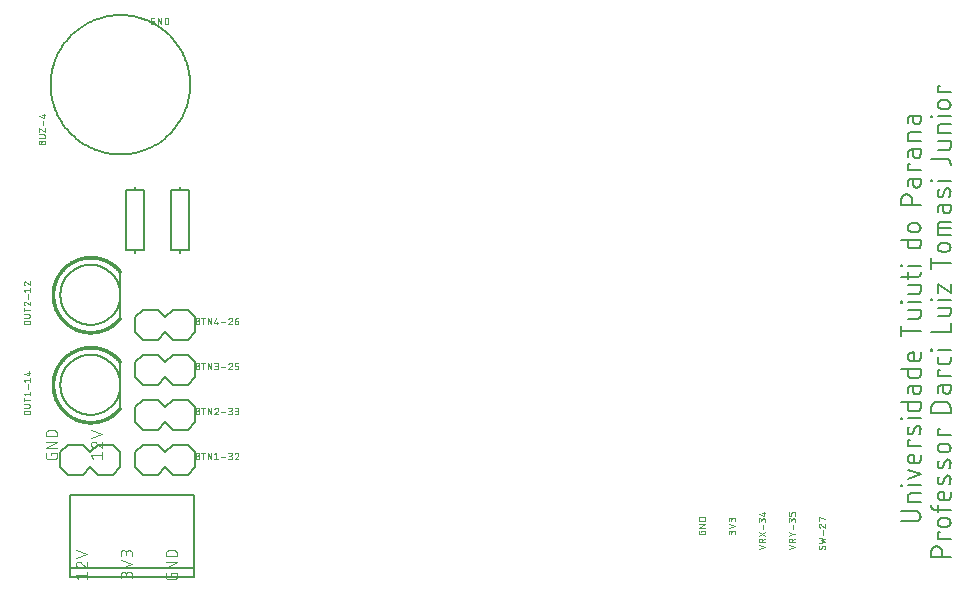
<source format=gto>
G75*
%MOIN*%
%OFA0B0*%
%FSLAX25Y25*%
%IPPOS*%
%LPD*%
%AMOC8*
5,1,8,0,0,1.08239X$1,22.5*
%
%ADD10C,0.00600*%
%ADD11C,0.00300*%
%ADD12C,0.00200*%
%ADD13C,0.00800*%
%ADD14C,0.00100*%
D10*
X0016000Y0086400D02*
X0016003Y0086645D01*
X0016012Y0086891D01*
X0016027Y0087136D01*
X0016048Y0087380D01*
X0016075Y0087624D01*
X0016108Y0087867D01*
X0016147Y0088110D01*
X0016192Y0088351D01*
X0016243Y0088591D01*
X0016300Y0088830D01*
X0016362Y0089067D01*
X0016431Y0089303D01*
X0016505Y0089537D01*
X0016585Y0089769D01*
X0016670Y0089999D01*
X0016761Y0090227D01*
X0016858Y0090452D01*
X0016960Y0090676D01*
X0017068Y0090896D01*
X0017181Y0091114D01*
X0017299Y0091329D01*
X0017423Y0091541D01*
X0017551Y0091750D01*
X0017685Y0091956D01*
X0017824Y0092158D01*
X0017968Y0092357D01*
X0018117Y0092552D01*
X0018270Y0092744D01*
X0018428Y0092932D01*
X0018590Y0093116D01*
X0018758Y0093295D01*
X0018929Y0093471D01*
X0019105Y0093642D01*
X0019284Y0093810D01*
X0019468Y0093972D01*
X0019656Y0094130D01*
X0019848Y0094283D01*
X0020043Y0094432D01*
X0020242Y0094576D01*
X0020444Y0094715D01*
X0020650Y0094849D01*
X0020859Y0094977D01*
X0021071Y0095101D01*
X0021286Y0095219D01*
X0021504Y0095332D01*
X0021724Y0095440D01*
X0021948Y0095542D01*
X0022173Y0095639D01*
X0022401Y0095730D01*
X0022631Y0095815D01*
X0022863Y0095895D01*
X0023097Y0095969D01*
X0023333Y0096038D01*
X0023570Y0096100D01*
X0023809Y0096157D01*
X0024049Y0096208D01*
X0024290Y0096253D01*
X0024533Y0096292D01*
X0024776Y0096325D01*
X0025020Y0096352D01*
X0025264Y0096373D01*
X0025509Y0096388D01*
X0025755Y0096397D01*
X0026000Y0096400D01*
X0026245Y0096397D01*
X0026491Y0096388D01*
X0026736Y0096373D01*
X0026980Y0096352D01*
X0027224Y0096325D01*
X0027467Y0096292D01*
X0027710Y0096253D01*
X0027951Y0096208D01*
X0028191Y0096157D01*
X0028430Y0096100D01*
X0028667Y0096038D01*
X0028903Y0095969D01*
X0029137Y0095895D01*
X0029369Y0095815D01*
X0029599Y0095730D01*
X0029827Y0095639D01*
X0030052Y0095542D01*
X0030276Y0095440D01*
X0030496Y0095332D01*
X0030714Y0095219D01*
X0030929Y0095101D01*
X0031141Y0094977D01*
X0031350Y0094849D01*
X0031556Y0094715D01*
X0031758Y0094576D01*
X0031957Y0094432D01*
X0032152Y0094283D01*
X0032344Y0094130D01*
X0032532Y0093972D01*
X0032716Y0093810D01*
X0032895Y0093642D01*
X0033071Y0093471D01*
X0033242Y0093295D01*
X0033410Y0093116D01*
X0033572Y0092932D01*
X0033730Y0092744D01*
X0033883Y0092552D01*
X0034032Y0092357D01*
X0034176Y0092158D01*
X0034315Y0091956D01*
X0034449Y0091750D01*
X0034577Y0091541D01*
X0034701Y0091329D01*
X0034819Y0091114D01*
X0034932Y0090896D01*
X0035040Y0090676D01*
X0035142Y0090452D01*
X0035239Y0090227D01*
X0035330Y0089999D01*
X0035415Y0089769D01*
X0035495Y0089537D01*
X0035569Y0089303D01*
X0035638Y0089067D01*
X0035700Y0088830D01*
X0035757Y0088591D01*
X0035808Y0088351D01*
X0035853Y0088110D01*
X0035892Y0087867D01*
X0035925Y0087624D01*
X0035952Y0087380D01*
X0035973Y0087136D01*
X0035988Y0086891D01*
X0035997Y0086645D01*
X0036000Y0086400D01*
X0035997Y0086155D01*
X0035988Y0085909D01*
X0035973Y0085664D01*
X0035952Y0085420D01*
X0035925Y0085176D01*
X0035892Y0084933D01*
X0035853Y0084690D01*
X0035808Y0084449D01*
X0035757Y0084209D01*
X0035700Y0083970D01*
X0035638Y0083733D01*
X0035569Y0083497D01*
X0035495Y0083263D01*
X0035415Y0083031D01*
X0035330Y0082801D01*
X0035239Y0082573D01*
X0035142Y0082348D01*
X0035040Y0082124D01*
X0034932Y0081904D01*
X0034819Y0081686D01*
X0034701Y0081471D01*
X0034577Y0081259D01*
X0034449Y0081050D01*
X0034315Y0080844D01*
X0034176Y0080642D01*
X0034032Y0080443D01*
X0033883Y0080248D01*
X0033730Y0080056D01*
X0033572Y0079868D01*
X0033410Y0079684D01*
X0033242Y0079505D01*
X0033071Y0079329D01*
X0032895Y0079158D01*
X0032716Y0078990D01*
X0032532Y0078828D01*
X0032344Y0078670D01*
X0032152Y0078517D01*
X0031957Y0078368D01*
X0031758Y0078224D01*
X0031556Y0078085D01*
X0031350Y0077951D01*
X0031141Y0077823D01*
X0030929Y0077699D01*
X0030714Y0077581D01*
X0030496Y0077468D01*
X0030276Y0077360D01*
X0030052Y0077258D01*
X0029827Y0077161D01*
X0029599Y0077070D01*
X0029369Y0076985D01*
X0029137Y0076905D01*
X0028903Y0076831D01*
X0028667Y0076762D01*
X0028430Y0076700D01*
X0028191Y0076643D01*
X0027951Y0076592D01*
X0027710Y0076547D01*
X0027467Y0076508D01*
X0027224Y0076475D01*
X0026980Y0076448D01*
X0026736Y0076427D01*
X0026491Y0076412D01*
X0026245Y0076403D01*
X0026000Y0076400D01*
X0025755Y0076403D01*
X0025509Y0076412D01*
X0025264Y0076427D01*
X0025020Y0076448D01*
X0024776Y0076475D01*
X0024533Y0076508D01*
X0024290Y0076547D01*
X0024049Y0076592D01*
X0023809Y0076643D01*
X0023570Y0076700D01*
X0023333Y0076762D01*
X0023097Y0076831D01*
X0022863Y0076905D01*
X0022631Y0076985D01*
X0022401Y0077070D01*
X0022173Y0077161D01*
X0021948Y0077258D01*
X0021724Y0077360D01*
X0021504Y0077468D01*
X0021286Y0077581D01*
X0021071Y0077699D01*
X0020859Y0077823D01*
X0020650Y0077951D01*
X0020444Y0078085D01*
X0020242Y0078224D01*
X0020043Y0078368D01*
X0019848Y0078517D01*
X0019656Y0078670D01*
X0019468Y0078828D01*
X0019284Y0078990D01*
X0019105Y0079158D01*
X0018929Y0079329D01*
X0018758Y0079505D01*
X0018590Y0079684D01*
X0018428Y0079868D01*
X0018270Y0080056D01*
X0018117Y0080248D01*
X0017968Y0080443D01*
X0017824Y0080642D01*
X0017685Y0080844D01*
X0017551Y0081050D01*
X0017423Y0081259D01*
X0017299Y0081471D01*
X0017181Y0081686D01*
X0017068Y0081904D01*
X0016960Y0082124D01*
X0016858Y0082348D01*
X0016761Y0082573D01*
X0016670Y0082801D01*
X0016585Y0083031D01*
X0016505Y0083263D01*
X0016431Y0083497D01*
X0016362Y0083733D01*
X0016300Y0083970D01*
X0016243Y0084209D01*
X0016192Y0084449D01*
X0016147Y0084690D01*
X0016108Y0084933D01*
X0016075Y0085176D01*
X0016048Y0085420D01*
X0016027Y0085664D01*
X0016012Y0085909D01*
X0016003Y0086155D01*
X0016000Y0086400D01*
X0016000Y0116400D02*
X0016003Y0116645D01*
X0016012Y0116891D01*
X0016027Y0117136D01*
X0016048Y0117380D01*
X0016075Y0117624D01*
X0016108Y0117867D01*
X0016147Y0118110D01*
X0016192Y0118351D01*
X0016243Y0118591D01*
X0016300Y0118830D01*
X0016362Y0119067D01*
X0016431Y0119303D01*
X0016505Y0119537D01*
X0016585Y0119769D01*
X0016670Y0119999D01*
X0016761Y0120227D01*
X0016858Y0120452D01*
X0016960Y0120676D01*
X0017068Y0120896D01*
X0017181Y0121114D01*
X0017299Y0121329D01*
X0017423Y0121541D01*
X0017551Y0121750D01*
X0017685Y0121956D01*
X0017824Y0122158D01*
X0017968Y0122357D01*
X0018117Y0122552D01*
X0018270Y0122744D01*
X0018428Y0122932D01*
X0018590Y0123116D01*
X0018758Y0123295D01*
X0018929Y0123471D01*
X0019105Y0123642D01*
X0019284Y0123810D01*
X0019468Y0123972D01*
X0019656Y0124130D01*
X0019848Y0124283D01*
X0020043Y0124432D01*
X0020242Y0124576D01*
X0020444Y0124715D01*
X0020650Y0124849D01*
X0020859Y0124977D01*
X0021071Y0125101D01*
X0021286Y0125219D01*
X0021504Y0125332D01*
X0021724Y0125440D01*
X0021948Y0125542D01*
X0022173Y0125639D01*
X0022401Y0125730D01*
X0022631Y0125815D01*
X0022863Y0125895D01*
X0023097Y0125969D01*
X0023333Y0126038D01*
X0023570Y0126100D01*
X0023809Y0126157D01*
X0024049Y0126208D01*
X0024290Y0126253D01*
X0024533Y0126292D01*
X0024776Y0126325D01*
X0025020Y0126352D01*
X0025264Y0126373D01*
X0025509Y0126388D01*
X0025755Y0126397D01*
X0026000Y0126400D01*
X0026245Y0126397D01*
X0026491Y0126388D01*
X0026736Y0126373D01*
X0026980Y0126352D01*
X0027224Y0126325D01*
X0027467Y0126292D01*
X0027710Y0126253D01*
X0027951Y0126208D01*
X0028191Y0126157D01*
X0028430Y0126100D01*
X0028667Y0126038D01*
X0028903Y0125969D01*
X0029137Y0125895D01*
X0029369Y0125815D01*
X0029599Y0125730D01*
X0029827Y0125639D01*
X0030052Y0125542D01*
X0030276Y0125440D01*
X0030496Y0125332D01*
X0030714Y0125219D01*
X0030929Y0125101D01*
X0031141Y0124977D01*
X0031350Y0124849D01*
X0031556Y0124715D01*
X0031758Y0124576D01*
X0031957Y0124432D01*
X0032152Y0124283D01*
X0032344Y0124130D01*
X0032532Y0123972D01*
X0032716Y0123810D01*
X0032895Y0123642D01*
X0033071Y0123471D01*
X0033242Y0123295D01*
X0033410Y0123116D01*
X0033572Y0122932D01*
X0033730Y0122744D01*
X0033883Y0122552D01*
X0034032Y0122357D01*
X0034176Y0122158D01*
X0034315Y0121956D01*
X0034449Y0121750D01*
X0034577Y0121541D01*
X0034701Y0121329D01*
X0034819Y0121114D01*
X0034932Y0120896D01*
X0035040Y0120676D01*
X0035142Y0120452D01*
X0035239Y0120227D01*
X0035330Y0119999D01*
X0035415Y0119769D01*
X0035495Y0119537D01*
X0035569Y0119303D01*
X0035638Y0119067D01*
X0035700Y0118830D01*
X0035757Y0118591D01*
X0035808Y0118351D01*
X0035853Y0118110D01*
X0035892Y0117867D01*
X0035925Y0117624D01*
X0035952Y0117380D01*
X0035973Y0117136D01*
X0035988Y0116891D01*
X0035997Y0116645D01*
X0036000Y0116400D01*
X0035997Y0116155D01*
X0035988Y0115909D01*
X0035973Y0115664D01*
X0035952Y0115420D01*
X0035925Y0115176D01*
X0035892Y0114933D01*
X0035853Y0114690D01*
X0035808Y0114449D01*
X0035757Y0114209D01*
X0035700Y0113970D01*
X0035638Y0113733D01*
X0035569Y0113497D01*
X0035495Y0113263D01*
X0035415Y0113031D01*
X0035330Y0112801D01*
X0035239Y0112573D01*
X0035142Y0112348D01*
X0035040Y0112124D01*
X0034932Y0111904D01*
X0034819Y0111686D01*
X0034701Y0111471D01*
X0034577Y0111259D01*
X0034449Y0111050D01*
X0034315Y0110844D01*
X0034176Y0110642D01*
X0034032Y0110443D01*
X0033883Y0110248D01*
X0033730Y0110056D01*
X0033572Y0109868D01*
X0033410Y0109684D01*
X0033242Y0109505D01*
X0033071Y0109329D01*
X0032895Y0109158D01*
X0032716Y0108990D01*
X0032532Y0108828D01*
X0032344Y0108670D01*
X0032152Y0108517D01*
X0031957Y0108368D01*
X0031758Y0108224D01*
X0031556Y0108085D01*
X0031350Y0107951D01*
X0031141Y0107823D01*
X0030929Y0107699D01*
X0030714Y0107581D01*
X0030496Y0107468D01*
X0030276Y0107360D01*
X0030052Y0107258D01*
X0029827Y0107161D01*
X0029599Y0107070D01*
X0029369Y0106985D01*
X0029137Y0106905D01*
X0028903Y0106831D01*
X0028667Y0106762D01*
X0028430Y0106700D01*
X0028191Y0106643D01*
X0027951Y0106592D01*
X0027710Y0106547D01*
X0027467Y0106508D01*
X0027224Y0106475D01*
X0026980Y0106448D01*
X0026736Y0106427D01*
X0026491Y0106412D01*
X0026245Y0106403D01*
X0026000Y0106400D01*
X0025755Y0106403D01*
X0025509Y0106412D01*
X0025264Y0106427D01*
X0025020Y0106448D01*
X0024776Y0106475D01*
X0024533Y0106508D01*
X0024290Y0106547D01*
X0024049Y0106592D01*
X0023809Y0106643D01*
X0023570Y0106700D01*
X0023333Y0106762D01*
X0023097Y0106831D01*
X0022863Y0106905D01*
X0022631Y0106985D01*
X0022401Y0107070D01*
X0022173Y0107161D01*
X0021948Y0107258D01*
X0021724Y0107360D01*
X0021504Y0107468D01*
X0021286Y0107581D01*
X0021071Y0107699D01*
X0020859Y0107823D01*
X0020650Y0107951D01*
X0020444Y0108085D01*
X0020242Y0108224D01*
X0020043Y0108368D01*
X0019848Y0108517D01*
X0019656Y0108670D01*
X0019468Y0108828D01*
X0019284Y0108990D01*
X0019105Y0109158D01*
X0018929Y0109329D01*
X0018758Y0109505D01*
X0018590Y0109684D01*
X0018428Y0109868D01*
X0018270Y0110056D01*
X0018117Y0110248D01*
X0017968Y0110443D01*
X0017824Y0110642D01*
X0017685Y0110844D01*
X0017551Y0111050D01*
X0017423Y0111259D01*
X0017299Y0111471D01*
X0017181Y0111686D01*
X0017068Y0111904D01*
X0016960Y0112124D01*
X0016858Y0112348D01*
X0016761Y0112573D01*
X0016670Y0112801D01*
X0016585Y0113031D01*
X0016505Y0113263D01*
X0016431Y0113497D01*
X0016362Y0113733D01*
X0016300Y0113970D01*
X0016243Y0114209D01*
X0016192Y0114449D01*
X0016147Y0114690D01*
X0016108Y0114933D01*
X0016075Y0115176D01*
X0016048Y0115420D01*
X0016027Y0115664D01*
X0016012Y0115909D01*
X0016003Y0116155D01*
X0016000Y0116400D01*
X0296300Y0114165D02*
X0296656Y0114165D01*
X0296656Y0113809D01*
X0296300Y0113809D01*
X0296300Y0114165D01*
X0298433Y0113987D02*
X0302700Y0113987D01*
X0302700Y0111307D02*
X0298433Y0111307D01*
X0301633Y0108462D02*
X0301697Y0108464D01*
X0301762Y0108470D01*
X0301825Y0108479D01*
X0301888Y0108493D01*
X0301950Y0108510D01*
X0302011Y0108531D01*
X0302071Y0108556D01*
X0302129Y0108584D01*
X0302185Y0108616D01*
X0302239Y0108651D01*
X0302291Y0108689D01*
X0302341Y0108730D01*
X0302387Y0108775D01*
X0302432Y0108821D01*
X0302473Y0108871D01*
X0302511Y0108923D01*
X0302546Y0108977D01*
X0302578Y0109033D01*
X0302606Y0109091D01*
X0302631Y0109151D01*
X0302652Y0109212D01*
X0302669Y0109274D01*
X0302683Y0109337D01*
X0302692Y0109400D01*
X0302698Y0109465D01*
X0302700Y0109529D01*
X0302700Y0111307D01*
X0306300Y0114612D02*
X0306300Y0114967D01*
X0306656Y0114967D01*
X0306656Y0114612D01*
X0306300Y0114612D01*
X0308433Y0114789D02*
X0312700Y0114789D01*
X0312700Y0117060D02*
X0312700Y0119904D01*
X0312700Y0117060D02*
X0308433Y0119904D01*
X0308433Y0117060D01*
X0308433Y0112109D02*
X0312700Y0112109D01*
X0312700Y0110331D01*
X0312698Y0110267D01*
X0312692Y0110202D01*
X0312683Y0110139D01*
X0312669Y0110076D01*
X0312652Y0110014D01*
X0312631Y0109953D01*
X0312606Y0109893D01*
X0312578Y0109835D01*
X0312546Y0109779D01*
X0312511Y0109725D01*
X0312473Y0109673D01*
X0312432Y0109623D01*
X0312387Y0109577D01*
X0312341Y0109532D01*
X0312291Y0109491D01*
X0312239Y0109453D01*
X0312185Y0109418D01*
X0312129Y0109386D01*
X0312071Y0109358D01*
X0312011Y0109333D01*
X0311950Y0109312D01*
X0311888Y0109295D01*
X0311825Y0109281D01*
X0311762Y0109272D01*
X0311697Y0109266D01*
X0311633Y0109264D01*
X0308433Y0109264D01*
X0312700Y0106842D02*
X0312700Y0103997D01*
X0306300Y0103997D01*
X0302700Y0104346D02*
X0296300Y0104346D01*
X0296300Y0106123D02*
X0296300Y0102568D01*
X0298433Y0108462D02*
X0301633Y0108462D01*
X0301633Y0116667D02*
X0298433Y0116667D01*
X0298433Y0119512D02*
X0302700Y0119512D01*
X0302700Y0117734D01*
X0302698Y0117670D01*
X0302692Y0117605D01*
X0302683Y0117542D01*
X0302669Y0117479D01*
X0302652Y0117417D01*
X0302631Y0117356D01*
X0302606Y0117296D01*
X0302578Y0117238D01*
X0302546Y0117182D01*
X0302511Y0117128D01*
X0302473Y0117076D01*
X0302432Y0117026D01*
X0302387Y0116980D01*
X0302341Y0116935D01*
X0302291Y0116894D01*
X0302239Y0116856D01*
X0302185Y0116821D01*
X0302129Y0116789D01*
X0302071Y0116761D01*
X0302011Y0116736D01*
X0301950Y0116715D01*
X0301888Y0116698D01*
X0301825Y0116684D01*
X0301762Y0116675D01*
X0301697Y0116669D01*
X0301633Y0116667D01*
X0298433Y0121695D02*
X0298433Y0123829D01*
X0296300Y0122406D02*
X0301633Y0122406D01*
X0301697Y0122408D01*
X0301762Y0122414D01*
X0301825Y0122423D01*
X0301888Y0122437D01*
X0301950Y0122454D01*
X0302011Y0122475D01*
X0302071Y0122500D01*
X0302129Y0122528D01*
X0302185Y0122560D01*
X0302239Y0122595D01*
X0302291Y0122633D01*
X0302341Y0122674D01*
X0302387Y0122719D01*
X0302432Y0122765D01*
X0302473Y0122815D01*
X0302511Y0122867D01*
X0302546Y0122921D01*
X0302578Y0122977D01*
X0302606Y0123035D01*
X0302631Y0123095D01*
X0302652Y0123156D01*
X0302669Y0123218D01*
X0302683Y0123281D01*
X0302692Y0123344D01*
X0302698Y0123409D01*
X0302700Y0123473D01*
X0302700Y0123829D01*
X0306300Y0125114D02*
X0306300Y0128670D01*
X0306300Y0126892D02*
X0312700Y0126892D01*
X0311278Y0130804D02*
X0309856Y0130804D01*
X0309782Y0130806D01*
X0309707Y0130812D01*
X0309634Y0130822D01*
X0309560Y0130835D01*
X0309488Y0130852D01*
X0309417Y0130874D01*
X0309346Y0130898D01*
X0309278Y0130927D01*
X0309210Y0130959D01*
X0309145Y0130995D01*
X0309082Y0131033D01*
X0309020Y0131076D01*
X0308961Y0131121D01*
X0308904Y0131169D01*
X0308850Y0131220D01*
X0308799Y0131274D01*
X0308751Y0131331D01*
X0308706Y0131390D01*
X0308663Y0131452D01*
X0308625Y0131515D01*
X0308589Y0131580D01*
X0308557Y0131648D01*
X0308528Y0131716D01*
X0308504Y0131787D01*
X0308482Y0131858D01*
X0308465Y0131930D01*
X0308452Y0132004D01*
X0308442Y0132077D01*
X0308436Y0132152D01*
X0308434Y0132226D01*
X0308436Y0132300D01*
X0308442Y0132375D01*
X0308452Y0132448D01*
X0308465Y0132522D01*
X0308482Y0132594D01*
X0308504Y0132665D01*
X0308528Y0132736D01*
X0308557Y0132804D01*
X0308589Y0132872D01*
X0308625Y0132937D01*
X0308663Y0133000D01*
X0308706Y0133062D01*
X0308751Y0133121D01*
X0308799Y0133178D01*
X0308850Y0133232D01*
X0308904Y0133283D01*
X0308961Y0133331D01*
X0309020Y0133376D01*
X0309082Y0133419D01*
X0309145Y0133457D01*
X0309210Y0133493D01*
X0309278Y0133525D01*
X0309346Y0133554D01*
X0309417Y0133578D01*
X0309488Y0133600D01*
X0309560Y0133617D01*
X0309634Y0133630D01*
X0309707Y0133640D01*
X0309782Y0133646D01*
X0309856Y0133648D01*
X0311278Y0133648D01*
X0311352Y0133646D01*
X0311427Y0133640D01*
X0311500Y0133630D01*
X0311574Y0133617D01*
X0311646Y0133600D01*
X0311717Y0133578D01*
X0311788Y0133554D01*
X0311856Y0133525D01*
X0311924Y0133493D01*
X0311989Y0133457D01*
X0312052Y0133419D01*
X0312114Y0133376D01*
X0312173Y0133331D01*
X0312230Y0133283D01*
X0312284Y0133232D01*
X0312335Y0133178D01*
X0312383Y0133121D01*
X0312428Y0133062D01*
X0312471Y0133000D01*
X0312509Y0132937D01*
X0312545Y0132872D01*
X0312577Y0132804D01*
X0312606Y0132736D01*
X0312630Y0132665D01*
X0312652Y0132594D01*
X0312669Y0132522D01*
X0312682Y0132448D01*
X0312692Y0132375D01*
X0312698Y0132300D01*
X0312700Y0132226D01*
X0312698Y0132152D01*
X0312692Y0132077D01*
X0312682Y0132004D01*
X0312669Y0131930D01*
X0312652Y0131858D01*
X0312630Y0131787D01*
X0312606Y0131716D01*
X0312577Y0131648D01*
X0312545Y0131580D01*
X0312509Y0131515D01*
X0312471Y0131452D01*
X0312428Y0131390D01*
X0312383Y0131331D01*
X0312335Y0131274D01*
X0312284Y0131220D01*
X0312230Y0131169D01*
X0312173Y0131121D01*
X0312114Y0131076D01*
X0312052Y0131033D01*
X0311989Y0130995D01*
X0311924Y0130959D01*
X0311856Y0130927D01*
X0311788Y0130898D01*
X0311717Y0130874D01*
X0311646Y0130852D01*
X0311574Y0130835D01*
X0311500Y0130822D01*
X0311427Y0130812D01*
X0311352Y0130806D01*
X0311278Y0130804D01*
X0312700Y0136452D02*
X0308433Y0136452D01*
X0308433Y0139652D01*
X0308435Y0139716D01*
X0308441Y0139781D01*
X0308450Y0139844D01*
X0308464Y0139907D01*
X0308481Y0139969D01*
X0308502Y0140030D01*
X0308527Y0140090D01*
X0308555Y0140148D01*
X0308587Y0140204D01*
X0308622Y0140258D01*
X0308660Y0140310D01*
X0308701Y0140360D01*
X0308746Y0140406D01*
X0308792Y0140451D01*
X0308842Y0140492D01*
X0308894Y0140530D01*
X0308948Y0140565D01*
X0309004Y0140597D01*
X0309062Y0140625D01*
X0309122Y0140650D01*
X0309183Y0140671D01*
X0309245Y0140688D01*
X0309308Y0140702D01*
X0309371Y0140711D01*
X0309436Y0140717D01*
X0309500Y0140719D01*
X0309500Y0140718D02*
X0312700Y0140718D01*
X0312700Y0138585D02*
X0308433Y0138585D01*
X0302700Y0134663D02*
X0302700Y0132885D01*
X0302698Y0132821D01*
X0302692Y0132756D01*
X0302683Y0132693D01*
X0302669Y0132630D01*
X0302652Y0132568D01*
X0302631Y0132507D01*
X0302606Y0132447D01*
X0302578Y0132389D01*
X0302546Y0132333D01*
X0302511Y0132279D01*
X0302473Y0132227D01*
X0302432Y0132177D01*
X0302387Y0132131D01*
X0302341Y0132086D01*
X0302291Y0132045D01*
X0302239Y0132007D01*
X0302185Y0131972D01*
X0302129Y0131940D01*
X0302071Y0131912D01*
X0302011Y0131887D01*
X0301950Y0131866D01*
X0301888Y0131849D01*
X0301825Y0131835D01*
X0301762Y0131826D01*
X0301697Y0131820D01*
X0301633Y0131818D01*
X0299500Y0131818D01*
X0299436Y0131820D01*
X0299371Y0131826D01*
X0299308Y0131835D01*
X0299245Y0131849D01*
X0299183Y0131866D01*
X0299122Y0131887D01*
X0299062Y0131912D01*
X0299004Y0131940D01*
X0298948Y0131972D01*
X0298894Y0132007D01*
X0298842Y0132045D01*
X0298792Y0132086D01*
X0298746Y0132131D01*
X0298701Y0132177D01*
X0298660Y0132227D01*
X0298622Y0132279D01*
X0298587Y0132333D01*
X0298555Y0132389D01*
X0298527Y0132447D01*
X0298502Y0132507D01*
X0298481Y0132568D01*
X0298464Y0132630D01*
X0298450Y0132693D01*
X0298441Y0132756D01*
X0298435Y0132821D01*
X0298433Y0132885D01*
X0298433Y0134663D01*
X0296300Y0134663D02*
X0302700Y0134663D01*
X0301278Y0137386D02*
X0299856Y0137386D01*
X0299782Y0137388D01*
X0299707Y0137394D01*
X0299634Y0137404D01*
X0299560Y0137417D01*
X0299488Y0137434D01*
X0299417Y0137456D01*
X0299346Y0137480D01*
X0299278Y0137509D01*
X0299210Y0137541D01*
X0299145Y0137577D01*
X0299082Y0137615D01*
X0299020Y0137658D01*
X0298961Y0137703D01*
X0298904Y0137751D01*
X0298850Y0137802D01*
X0298799Y0137856D01*
X0298751Y0137913D01*
X0298706Y0137972D01*
X0298663Y0138034D01*
X0298625Y0138097D01*
X0298589Y0138162D01*
X0298557Y0138230D01*
X0298528Y0138298D01*
X0298504Y0138369D01*
X0298482Y0138440D01*
X0298465Y0138512D01*
X0298452Y0138586D01*
X0298442Y0138659D01*
X0298436Y0138734D01*
X0298434Y0138808D01*
X0298436Y0138882D01*
X0298442Y0138957D01*
X0298452Y0139030D01*
X0298465Y0139104D01*
X0298482Y0139176D01*
X0298504Y0139247D01*
X0298528Y0139318D01*
X0298557Y0139386D01*
X0298589Y0139454D01*
X0298625Y0139519D01*
X0298663Y0139582D01*
X0298706Y0139644D01*
X0298751Y0139703D01*
X0298799Y0139760D01*
X0298850Y0139814D01*
X0298904Y0139865D01*
X0298961Y0139913D01*
X0299020Y0139958D01*
X0299082Y0140001D01*
X0299145Y0140039D01*
X0299210Y0140075D01*
X0299278Y0140107D01*
X0299346Y0140136D01*
X0299417Y0140160D01*
X0299488Y0140182D01*
X0299560Y0140199D01*
X0299634Y0140212D01*
X0299707Y0140222D01*
X0299782Y0140228D01*
X0299856Y0140230D01*
X0301278Y0140230D01*
X0301352Y0140228D01*
X0301427Y0140222D01*
X0301500Y0140212D01*
X0301574Y0140199D01*
X0301646Y0140182D01*
X0301717Y0140160D01*
X0301788Y0140136D01*
X0301856Y0140107D01*
X0301924Y0140075D01*
X0301989Y0140039D01*
X0302052Y0140001D01*
X0302114Y0139958D01*
X0302173Y0139913D01*
X0302230Y0139865D01*
X0302284Y0139814D01*
X0302335Y0139760D01*
X0302383Y0139703D01*
X0302428Y0139644D01*
X0302471Y0139582D01*
X0302509Y0139519D01*
X0302545Y0139454D01*
X0302577Y0139386D01*
X0302606Y0139318D01*
X0302630Y0139247D01*
X0302652Y0139176D01*
X0302669Y0139104D01*
X0302682Y0139030D01*
X0302692Y0138957D01*
X0302698Y0138882D01*
X0302700Y0138808D01*
X0302698Y0138734D01*
X0302692Y0138659D01*
X0302682Y0138586D01*
X0302669Y0138512D01*
X0302652Y0138440D01*
X0302630Y0138369D01*
X0302606Y0138298D01*
X0302577Y0138230D01*
X0302545Y0138162D01*
X0302509Y0138097D01*
X0302471Y0138034D01*
X0302428Y0137972D01*
X0302383Y0137913D01*
X0302335Y0137856D01*
X0302284Y0137802D01*
X0302230Y0137751D01*
X0302173Y0137703D01*
X0302114Y0137658D01*
X0302052Y0137615D01*
X0301989Y0137577D01*
X0301924Y0137541D01*
X0301856Y0137509D01*
X0301788Y0137480D01*
X0301717Y0137456D01*
X0301646Y0137434D01*
X0301574Y0137417D01*
X0301500Y0137404D01*
X0301427Y0137394D01*
X0301352Y0137388D01*
X0301278Y0137386D01*
X0308433Y0143849D02*
X0308433Y0145271D01*
X0308435Y0145335D01*
X0308441Y0145400D01*
X0308450Y0145463D01*
X0308464Y0145526D01*
X0308481Y0145588D01*
X0308502Y0145649D01*
X0308527Y0145709D01*
X0308555Y0145767D01*
X0308587Y0145823D01*
X0308622Y0145877D01*
X0308660Y0145929D01*
X0308701Y0145979D01*
X0308746Y0146025D01*
X0308792Y0146070D01*
X0308842Y0146111D01*
X0308894Y0146149D01*
X0308948Y0146184D01*
X0309004Y0146216D01*
X0309062Y0146244D01*
X0309122Y0146269D01*
X0309183Y0146290D01*
X0309245Y0146307D01*
X0309308Y0146321D01*
X0309371Y0146330D01*
X0309436Y0146336D01*
X0309500Y0146338D01*
X0309500Y0146337D02*
X0312700Y0146337D01*
X0312700Y0144737D01*
X0312698Y0144667D01*
X0312692Y0144598D01*
X0312682Y0144529D01*
X0312669Y0144460D01*
X0312651Y0144393D01*
X0312630Y0144326D01*
X0312605Y0144261D01*
X0312577Y0144197D01*
X0312545Y0144135D01*
X0312509Y0144075D01*
X0312471Y0144017D01*
X0312429Y0143961D01*
X0312384Y0143908D01*
X0312336Y0143857D01*
X0312285Y0143809D01*
X0312232Y0143764D01*
X0312176Y0143722D01*
X0312118Y0143684D01*
X0312058Y0143648D01*
X0311996Y0143616D01*
X0311932Y0143588D01*
X0311867Y0143563D01*
X0311800Y0143542D01*
X0311733Y0143524D01*
X0311664Y0143511D01*
X0311595Y0143501D01*
X0311526Y0143495D01*
X0311456Y0143493D01*
X0311386Y0143495D01*
X0311317Y0143501D01*
X0311248Y0143511D01*
X0311179Y0143524D01*
X0311112Y0143542D01*
X0311045Y0143563D01*
X0310980Y0143588D01*
X0310916Y0143616D01*
X0310854Y0143648D01*
X0310794Y0143684D01*
X0310736Y0143722D01*
X0310680Y0143764D01*
X0310627Y0143809D01*
X0310576Y0143857D01*
X0310528Y0143908D01*
X0310483Y0143961D01*
X0310441Y0144017D01*
X0310403Y0144075D01*
X0310367Y0144135D01*
X0310335Y0144197D01*
X0310307Y0144261D01*
X0310282Y0144326D01*
X0310261Y0144393D01*
X0310243Y0144460D01*
X0310230Y0144529D01*
X0310220Y0144598D01*
X0310214Y0144667D01*
X0310212Y0144737D01*
X0310211Y0144737D02*
X0310211Y0146337D01*
X0310211Y0149594D02*
X0310922Y0151372D01*
X0310922Y0151371D02*
X0310946Y0151426D01*
X0310973Y0151479D01*
X0311004Y0151530D01*
X0311038Y0151579D01*
X0311075Y0151625D01*
X0311115Y0151669D01*
X0311157Y0151711D01*
X0311203Y0151749D01*
X0311250Y0151785D01*
X0311300Y0151817D01*
X0311352Y0151847D01*
X0311406Y0151872D01*
X0311461Y0151895D01*
X0311517Y0151913D01*
X0311575Y0151928D01*
X0311633Y0151940D01*
X0311692Y0151947D01*
X0311752Y0151951D01*
X0311811Y0151950D01*
X0311871Y0151946D01*
X0311930Y0151938D01*
X0311988Y0151927D01*
X0312045Y0151911D01*
X0312102Y0151892D01*
X0312157Y0151870D01*
X0312210Y0151843D01*
X0312262Y0151814D01*
X0312311Y0151781D01*
X0312359Y0151745D01*
X0312404Y0151706D01*
X0312446Y0151664D01*
X0312486Y0151620D01*
X0312522Y0151573D01*
X0312556Y0151524D01*
X0312586Y0151473D01*
X0312613Y0151420D01*
X0312637Y0151365D01*
X0312656Y0151309D01*
X0312673Y0151252D01*
X0312685Y0151193D01*
X0312694Y0151135D01*
X0312699Y0151075D01*
X0312700Y0151016D01*
X0308789Y0151550D02*
X0308742Y0151442D01*
X0308699Y0151332D01*
X0308658Y0151221D01*
X0308621Y0151109D01*
X0308587Y0150997D01*
X0308556Y0150883D01*
X0308529Y0150768D01*
X0308505Y0150652D01*
X0308485Y0150536D01*
X0308468Y0150420D01*
X0308454Y0150303D01*
X0308444Y0150185D01*
X0308437Y0150068D01*
X0308433Y0149950D01*
X0308433Y0149949D02*
X0308434Y0149890D01*
X0308439Y0149830D01*
X0308448Y0149772D01*
X0308460Y0149713D01*
X0308477Y0149656D01*
X0308496Y0149600D01*
X0308520Y0149545D01*
X0308547Y0149492D01*
X0308577Y0149441D01*
X0308611Y0149392D01*
X0308647Y0149345D01*
X0308687Y0149301D01*
X0308729Y0149259D01*
X0308774Y0149220D01*
X0308822Y0149184D01*
X0308871Y0149151D01*
X0308923Y0149122D01*
X0308976Y0149095D01*
X0309031Y0149073D01*
X0309088Y0149054D01*
X0309145Y0149038D01*
X0309203Y0149027D01*
X0309262Y0149019D01*
X0309322Y0149015D01*
X0309381Y0149014D01*
X0309441Y0149018D01*
X0309500Y0149025D01*
X0309558Y0149037D01*
X0309616Y0149052D01*
X0309672Y0149070D01*
X0309727Y0149093D01*
X0309781Y0149118D01*
X0309833Y0149148D01*
X0309883Y0149180D01*
X0309930Y0149216D01*
X0309976Y0149254D01*
X0310018Y0149296D01*
X0310058Y0149340D01*
X0310095Y0149386D01*
X0310129Y0149435D01*
X0310160Y0149486D01*
X0310187Y0149539D01*
X0310211Y0149594D01*
X0312345Y0149060D02*
X0312395Y0149205D01*
X0312441Y0149352D01*
X0312484Y0149499D01*
X0312523Y0149648D01*
X0312558Y0149798D01*
X0312590Y0149948D01*
X0312617Y0150099D01*
X0312641Y0150251D01*
X0312660Y0150403D01*
X0312676Y0150556D01*
X0312688Y0150709D01*
X0312696Y0150862D01*
X0312700Y0151016D01*
X0312700Y0154380D02*
X0308433Y0154380D01*
X0306656Y0154558D02*
X0306656Y0154202D01*
X0306300Y0154202D01*
X0306300Y0154558D01*
X0306656Y0154558D01*
X0302700Y0154971D02*
X0302700Y0153371D01*
X0302698Y0153301D01*
X0302692Y0153232D01*
X0302682Y0153163D01*
X0302669Y0153094D01*
X0302651Y0153027D01*
X0302630Y0152960D01*
X0302605Y0152895D01*
X0302577Y0152831D01*
X0302545Y0152769D01*
X0302509Y0152709D01*
X0302471Y0152651D01*
X0302429Y0152595D01*
X0302384Y0152542D01*
X0302336Y0152491D01*
X0302285Y0152443D01*
X0302232Y0152398D01*
X0302176Y0152356D01*
X0302118Y0152318D01*
X0302058Y0152282D01*
X0301996Y0152250D01*
X0301932Y0152222D01*
X0301867Y0152197D01*
X0301800Y0152176D01*
X0301733Y0152158D01*
X0301664Y0152145D01*
X0301595Y0152135D01*
X0301526Y0152129D01*
X0301456Y0152127D01*
X0301386Y0152129D01*
X0301317Y0152135D01*
X0301248Y0152145D01*
X0301179Y0152158D01*
X0301112Y0152176D01*
X0301045Y0152197D01*
X0300980Y0152222D01*
X0300916Y0152250D01*
X0300854Y0152282D01*
X0300794Y0152318D01*
X0300736Y0152356D01*
X0300680Y0152398D01*
X0300627Y0152443D01*
X0300576Y0152491D01*
X0300528Y0152542D01*
X0300483Y0152595D01*
X0300441Y0152651D01*
X0300403Y0152709D01*
X0300367Y0152769D01*
X0300335Y0152831D01*
X0300307Y0152895D01*
X0300282Y0152960D01*
X0300261Y0153027D01*
X0300243Y0153094D01*
X0300230Y0153163D01*
X0300220Y0153232D01*
X0300214Y0153301D01*
X0300212Y0153371D01*
X0300211Y0153371D02*
X0300211Y0154971D01*
X0299500Y0154971D02*
X0302700Y0154971D01*
X0302700Y0157933D02*
X0298433Y0157933D01*
X0298433Y0160066D01*
X0299144Y0160066D01*
X0298433Y0162329D02*
X0298433Y0163751D01*
X0298435Y0163815D01*
X0298441Y0163880D01*
X0298450Y0163943D01*
X0298464Y0164006D01*
X0298481Y0164068D01*
X0298502Y0164129D01*
X0298527Y0164189D01*
X0298555Y0164247D01*
X0298587Y0164303D01*
X0298622Y0164357D01*
X0298660Y0164409D01*
X0298701Y0164459D01*
X0298746Y0164505D01*
X0298792Y0164550D01*
X0298842Y0164591D01*
X0298894Y0164629D01*
X0298948Y0164664D01*
X0299004Y0164696D01*
X0299062Y0164724D01*
X0299122Y0164749D01*
X0299183Y0164770D01*
X0299245Y0164787D01*
X0299308Y0164801D01*
X0299371Y0164810D01*
X0299436Y0164816D01*
X0299500Y0164818D01*
X0302700Y0164818D01*
X0302700Y0163218D01*
X0302698Y0163148D01*
X0302692Y0163079D01*
X0302682Y0163010D01*
X0302669Y0162941D01*
X0302651Y0162874D01*
X0302630Y0162807D01*
X0302605Y0162742D01*
X0302577Y0162678D01*
X0302545Y0162616D01*
X0302509Y0162556D01*
X0302471Y0162498D01*
X0302429Y0162442D01*
X0302384Y0162389D01*
X0302336Y0162338D01*
X0302285Y0162290D01*
X0302232Y0162245D01*
X0302176Y0162203D01*
X0302118Y0162165D01*
X0302058Y0162129D01*
X0301996Y0162097D01*
X0301932Y0162069D01*
X0301867Y0162044D01*
X0301800Y0162023D01*
X0301733Y0162005D01*
X0301664Y0161992D01*
X0301595Y0161982D01*
X0301526Y0161976D01*
X0301456Y0161974D01*
X0301386Y0161976D01*
X0301317Y0161982D01*
X0301248Y0161992D01*
X0301179Y0162005D01*
X0301112Y0162023D01*
X0301045Y0162044D01*
X0300980Y0162069D01*
X0300916Y0162097D01*
X0300854Y0162129D01*
X0300794Y0162165D01*
X0300736Y0162203D01*
X0300680Y0162245D01*
X0300627Y0162290D01*
X0300576Y0162338D01*
X0300528Y0162389D01*
X0300483Y0162442D01*
X0300441Y0162498D01*
X0300403Y0162556D01*
X0300367Y0162616D01*
X0300335Y0162678D01*
X0300307Y0162742D01*
X0300282Y0162807D01*
X0300261Y0162874D01*
X0300243Y0162941D01*
X0300230Y0163010D01*
X0300220Y0163079D01*
X0300214Y0163148D01*
X0300212Y0163218D01*
X0300211Y0163218D02*
X0300211Y0164818D01*
X0298433Y0167746D02*
X0298433Y0169524D01*
X0298435Y0169588D01*
X0298441Y0169653D01*
X0298450Y0169716D01*
X0298464Y0169779D01*
X0298481Y0169841D01*
X0298502Y0169902D01*
X0298527Y0169962D01*
X0298555Y0170020D01*
X0298587Y0170076D01*
X0298622Y0170130D01*
X0298660Y0170182D01*
X0298701Y0170232D01*
X0298746Y0170278D01*
X0298792Y0170323D01*
X0298842Y0170364D01*
X0298894Y0170402D01*
X0298948Y0170437D01*
X0299004Y0170469D01*
X0299062Y0170497D01*
X0299122Y0170522D01*
X0299183Y0170543D01*
X0299245Y0170560D01*
X0299308Y0170574D01*
X0299371Y0170583D01*
X0299436Y0170589D01*
X0299500Y0170591D01*
X0299500Y0170590D02*
X0302700Y0170590D01*
X0302700Y0167746D02*
X0298433Y0167746D01*
X0298433Y0173611D02*
X0298433Y0175033D01*
X0298435Y0175097D01*
X0298441Y0175162D01*
X0298450Y0175225D01*
X0298464Y0175288D01*
X0298481Y0175350D01*
X0298502Y0175411D01*
X0298527Y0175471D01*
X0298555Y0175529D01*
X0298587Y0175585D01*
X0298622Y0175639D01*
X0298660Y0175691D01*
X0298701Y0175741D01*
X0298746Y0175787D01*
X0298792Y0175832D01*
X0298842Y0175873D01*
X0298894Y0175911D01*
X0298948Y0175946D01*
X0299004Y0175978D01*
X0299062Y0176006D01*
X0299122Y0176031D01*
X0299183Y0176052D01*
X0299245Y0176069D01*
X0299308Y0176083D01*
X0299371Y0176092D01*
X0299436Y0176098D01*
X0299500Y0176100D01*
X0302700Y0176100D01*
X0302700Y0174500D01*
X0302698Y0174430D01*
X0302692Y0174361D01*
X0302682Y0174292D01*
X0302669Y0174223D01*
X0302651Y0174156D01*
X0302630Y0174089D01*
X0302605Y0174024D01*
X0302577Y0173960D01*
X0302545Y0173898D01*
X0302509Y0173838D01*
X0302471Y0173780D01*
X0302429Y0173724D01*
X0302384Y0173671D01*
X0302336Y0173620D01*
X0302285Y0173572D01*
X0302232Y0173527D01*
X0302176Y0173485D01*
X0302118Y0173447D01*
X0302058Y0173411D01*
X0301996Y0173379D01*
X0301932Y0173351D01*
X0301867Y0173326D01*
X0301800Y0173305D01*
X0301733Y0173287D01*
X0301664Y0173274D01*
X0301595Y0173264D01*
X0301526Y0173258D01*
X0301456Y0173256D01*
X0301386Y0173258D01*
X0301317Y0173264D01*
X0301248Y0173274D01*
X0301179Y0173287D01*
X0301112Y0173305D01*
X0301045Y0173326D01*
X0300980Y0173351D01*
X0300916Y0173379D01*
X0300854Y0173411D01*
X0300794Y0173447D01*
X0300736Y0173485D01*
X0300680Y0173527D01*
X0300627Y0173572D01*
X0300576Y0173620D01*
X0300528Y0173671D01*
X0300483Y0173724D01*
X0300441Y0173780D01*
X0300403Y0173838D01*
X0300367Y0173898D01*
X0300335Y0173960D01*
X0300307Y0174024D01*
X0300282Y0174089D01*
X0300261Y0174156D01*
X0300243Y0174223D01*
X0300230Y0174292D01*
X0300220Y0174361D01*
X0300214Y0174430D01*
X0300212Y0174500D01*
X0300211Y0174500D02*
X0300211Y0176100D01*
X0306300Y0176097D02*
X0306300Y0175742D01*
X0306656Y0175742D01*
X0306656Y0176097D01*
X0306300Y0176097D01*
X0308433Y0175919D02*
X0312700Y0175919D01*
X0312700Y0173239D02*
X0309500Y0173239D01*
X0309436Y0173237D01*
X0309371Y0173231D01*
X0309308Y0173222D01*
X0309245Y0173208D01*
X0309183Y0173191D01*
X0309122Y0173170D01*
X0309062Y0173145D01*
X0309004Y0173117D01*
X0308948Y0173085D01*
X0308894Y0173050D01*
X0308842Y0173012D01*
X0308792Y0172971D01*
X0308746Y0172926D01*
X0308701Y0172880D01*
X0308660Y0172830D01*
X0308622Y0172778D01*
X0308587Y0172724D01*
X0308555Y0172668D01*
X0308527Y0172610D01*
X0308502Y0172550D01*
X0308481Y0172489D01*
X0308464Y0172427D01*
X0308450Y0172364D01*
X0308441Y0172301D01*
X0308435Y0172236D01*
X0308433Y0172172D01*
X0308433Y0170394D01*
X0312700Y0170394D01*
X0312700Y0167495D02*
X0308433Y0167495D01*
X0311633Y0164650D02*
X0311697Y0164652D01*
X0311762Y0164658D01*
X0311825Y0164667D01*
X0311888Y0164681D01*
X0311950Y0164698D01*
X0312011Y0164719D01*
X0312071Y0164744D01*
X0312129Y0164772D01*
X0312185Y0164804D01*
X0312239Y0164839D01*
X0312291Y0164877D01*
X0312341Y0164918D01*
X0312387Y0164963D01*
X0312432Y0165009D01*
X0312473Y0165059D01*
X0312511Y0165111D01*
X0312546Y0165165D01*
X0312578Y0165221D01*
X0312606Y0165279D01*
X0312631Y0165339D01*
X0312652Y0165400D01*
X0312669Y0165462D01*
X0312683Y0165525D01*
X0312692Y0165588D01*
X0312698Y0165653D01*
X0312700Y0165717D01*
X0312700Y0167495D01*
X0311633Y0164651D02*
X0308433Y0164651D01*
X0306300Y0161718D02*
X0311278Y0161718D01*
X0311352Y0161716D01*
X0311427Y0161710D01*
X0311500Y0161700D01*
X0311574Y0161687D01*
X0311646Y0161670D01*
X0311717Y0161648D01*
X0311788Y0161624D01*
X0311856Y0161595D01*
X0311924Y0161563D01*
X0311989Y0161527D01*
X0312052Y0161489D01*
X0312114Y0161446D01*
X0312173Y0161401D01*
X0312230Y0161353D01*
X0312284Y0161302D01*
X0312335Y0161248D01*
X0312383Y0161191D01*
X0312428Y0161132D01*
X0312471Y0161070D01*
X0312509Y0161007D01*
X0312545Y0160942D01*
X0312577Y0160874D01*
X0312606Y0160806D01*
X0312630Y0160735D01*
X0312652Y0160664D01*
X0312669Y0160592D01*
X0312682Y0160518D01*
X0312692Y0160445D01*
X0312698Y0160370D01*
X0312700Y0160296D01*
X0312700Y0159585D01*
X0299500Y0154972D02*
X0299436Y0154970D01*
X0299371Y0154964D01*
X0299308Y0154955D01*
X0299245Y0154941D01*
X0299183Y0154924D01*
X0299122Y0154903D01*
X0299062Y0154878D01*
X0299004Y0154850D01*
X0298948Y0154818D01*
X0298894Y0154783D01*
X0298842Y0154745D01*
X0298792Y0154704D01*
X0298746Y0154659D01*
X0298701Y0154613D01*
X0298660Y0154563D01*
X0298622Y0154511D01*
X0298587Y0154457D01*
X0298555Y0154401D01*
X0298527Y0154343D01*
X0298502Y0154283D01*
X0298481Y0154222D01*
X0298464Y0154160D01*
X0298450Y0154097D01*
X0298441Y0154034D01*
X0298435Y0153969D01*
X0298433Y0153905D01*
X0298433Y0152482D01*
X0299856Y0148122D02*
X0299854Y0148205D01*
X0299848Y0148288D01*
X0299838Y0148371D01*
X0299825Y0148454D01*
X0299807Y0148535D01*
X0299786Y0148616D01*
X0299761Y0148695D01*
X0299732Y0148773D01*
X0299700Y0148850D01*
X0299664Y0148925D01*
X0299625Y0148999D01*
X0299582Y0149070D01*
X0299536Y0149140D01*
X0299486Y0149207D01*
X0299434Y0149272D01*
X0299379Y0149334D01*
X0299320Y0149394D01*
X0299259Y0149451D01*
X0299196Y0149505D01*
X0299130Y0149556D01*
X0299061Y0149603D01*
X0298991Y0149648D01*
X0298918Y0149689D01*
X0298844Y0149726D01*
X0298768Y0149761D01*
X0298690Y0149791D01*
X0298612Y0149818D01*
X0298531Y0149841D01*
X0298450Y0149861D01*
X0298368Y0149876D01*
X0298286Y0149888D01*
X0298203Y0149896D01*
X0298120Y0149900D01*
X0298036Y0149900D01*
X0297953Y0149896D01*
X0297870Y0149888D01*
X0297788Y0149876D01*
X0297706Y0149861D01*
X0297625Y0149841D01*
X0297544Y0149818D01*
X0297466Y0149791D01*
X0297388Y0149761D01*
X0297312Y0149726D01*
X0297238Y0149689D01*
X0297165Y0149648D01*
X0297095Y0149603D01*
X0297026Y0149556D01*
X0296960Y0149505D01*
X0296897Y0149451D01*
X0296836Y0149394D01*
X0296777Y0149334D01*
X0296722Y0149272D01*
X0296670Y0149207D01*
X0296620Y0149140D01*
X0296574Y0149070D01*
X0296531Y0148999D01*
X0296492Y0148925D01*
X0296456Y0148850D01*
X0296424Y0148773D01*
X0296395Y0148695D01*
X0296370Y0148616D01*
X0296349Y0148535D01*
X0296331Y0148454D01*
X0296318Y0148371D01*
X0296308Y0148288D01*
X0296302Y0148205D01*
X0296300Y0148122D01*
X0296300Y0146344D01*
X0302700Y0146344D01*
X0299856Y0146344D02*
X0299856Y0148122D01*
X0298433Y0126090D02*
X0302700Y0126090D01*
X0296656Y0126268D02*
X0296656Y0125912D01*
X0296300Y0125912D01*
X0296300Y0126268D01*
X0296656Y0126268D01*
X0306300Y0098146D02*
X0306656Y0098146D01*
X0306656Y0097791D01*
X0306300Y0097791D01*
X0306300Y0098146D01*
X0308433Y0097968D02*
X0312700Y0097968D01*
X0312700Y0095760D02*
X0312700Y0094338D01*
X0312698Y0094274D01*
X0312692Y0094209D01*
X0312683Y0094146D01*
X0312669Y0094083D01*
X0312652Y0094021D01*
X0312631Y0093960D01*
X0312606Y0093900D01*
X0312578Y0093842D01*
X0312546Y0093786D01*
X0312511Y0093732D01*
X0312473Y0093680D01*
X0312432Y0093630D01*
X0312387Y0093584D01*
X0312341Y0093539D01*
X0312291Y0093498D01*
X0312239Y0093460D01*
X0312185Y0093425D01*
X0312129Y0093393D01*
X0312071Y0093365D01*
X0312011Y0093340D01*
X0311950Y0093319D01*
X0311888Y0093302D01*
X0311825Y0093288D01*
X0311762Y0093279D01*
X0311697Y0093273D01*
X0311633Y0093271D01*
X0309500Y0093271D01*
X0309436Y0093273D01*
X0309371Y0093279D01*
X0309308Y0093288D01*
X0309245Y0093302D01*
X0309183Y0093319D01*
X0309122Y0093340D01*
X0309062Y0093365D01*
X0309004Y0093393D01*
X0308948Y0093425D01*
X0308894Y0093460D01*
X0308842Y0093498D01*
X0308792Y0093539D01*
X0308746Y0093584D01*
X0308701Y0093630D01*
X0308660Y0093680D01*
X0308622Y0093732D01*
X0308587Y0093786D01*
X0308555Y0093842D01*
X0308527Y0093900D01*
X0308502Y0093960D01*
X0308481Y0094021D01*
X0308464Y0094083D01*
X0308450Y0094146D01*
X0308441Y0094209D01*
X0308435Y0094274D01*
X0308433Y0094338D01*
X0308433Y0095760D01*
X0308433Y0091328D02*
X0309144Y0091328D01*
X0308433Y0091328D02*
X0308433Y0089195D01*
X0312700Y0089195D01*
X0312700Y0086233D02*
X0309500Y0086233D01*
X0310211Y0086233D02*
X0310211Y0084633D01*
X0309500Y0086234D02*
X0309436Y0086232D01*
X0309371Y0086226D01*
X0309308Y0086217D01*
X0309245Y0086203D01*
X0309183Y0086186D01*
X0309122Y0086165D01*
X0309062Y0086140D01*
X0309004Y0086112D01*
X0308948Y0086080D01*
X0308894Y0086045D01*
X0308842Y0086007D01*
X0308792Y0085966D01*
X0308746Y0085921D01*
X0308701Y0085875D01*
X0308660Y0085825D01*
X0308622Y0085773D01*
X0308587Y0085719D01*
X0308555Y0085663D01*
X0308527Y0085605D01*
X0308502Y0085545D01*
X0308481Y0085484D01*
X0308464Y0085422D01*
X0308450Y0085359D01*
X0308441Y0085296D01*
X0308435Y0085231D01*
X0308433Y0085167D01*
X0308433Y0083744D01*
X0308078Y0080669D02*
X0310922Y0080669D01*
X0311004Y0080667D01*
X0311086Y0080661D01*
X0311168Y0080652D01*
X0311249Y0080639D01*
X0311329Y0080622D01*
X0311409Y0080601D01*
X0311487Y0080577D01*
X0311564Y0080549D01*
X0311640Y0080518D01*
X0311715Y0080483D01*
X0311787Y0080444D01*
X0311858Y0080403D01*
X0311927Y0080358D01*
X0311993Y0080310D01*
X0312058Y0080259D01*
X0312120Y0080205D01*
X0312179Y0080148D01*
X0312236Y0080089D01*
X0312290Y0080027D01*
X0312341Y0079962D01*
X0312389Y0079896D01*
X0312434Y0079827D01*
X0312475Y0079756D01*
X0312514Y0079684D01*
X0312549Y0079609D01*
X0312580Y0079533D01*
X0312608Y0079456D01*
X0312632Y0079378D01*
X0312653Y0079298D01*
X0312670Y0079218D01*
X0312683Y0079137D01*
X0312692Y0079055D01*
X0312698Y0078973D01*
X0312700Y0078891D01*
X0312700Y0077113D01*
X0306300Y0077113D01*
X0306300Y0078891D01*
X0306302Y0078973D01*
X0306308Y0079055D01*
X0306317Y0079137D01*
X0306330Y0079218D01*
X0306347Y0079298D01*
X0306368Y0079378D01*
X0306392Y0079456D01*
X0306420Y0079533D01*
X0306451Y0079609D01*
X0306486Y0079684D01*
X0306525Y0079756D01*
X0306566Y0079827D01*
X0306611Y0079896D01*
X0306659Y0079962D01*
X0306710Y0080027D01*
X0306764Y0080089D01*
X0306821Y0080148D01*
X0306880Y0080205D01*
X0306942Y0080259D01*
X0307007Y0080310D01*
X0307073Y0080358D01*
X0307142Y0080403D01*
X0307213Y0080444D01*
X0307285Y0080483D01*
X0307360Y0080518D01*
X0307436Y0080549D01*
X0307513Y0080577D01*
X0307591Y0080601D01*
X0307671Y0080622D01*
X0307751Y0080639D01*
X0307832Y0080652D01*
X0307914Y0080661D01*
X0307996Y0080667D01*
X0308078Y0080669D01*
X0310212Y0084633D02*
X0310214Y0084563D01*
X0310220Y0084494D01*
X0310230Y0084425D01*
X0310243Y0084356D01*
X0310261Y0084289D01*
X0310282Y0084222D01*
X0310307Y0084157D01*
X0310335Y0084093D01*
X0310367Y0084031D01*
X0310403Y0083971D01*
X0310441Y0083913D01*
X0310483Y0083857D01*
X0310528Y0083804D01*
X0310576Y0083753D01*
X0310627Y0083705D01*
X0310680Y0083660D01*
X0310736Y0083618D01*
X0310794Y0083580D01*
X0310854Y0083544D01*
X0310916Y0083512D01*
X0310980Y0083484D01*
X0311045Y0083459D01*
X0311112Y0083438D01*
X0311179Y0083420D01*
X0311248Y0083407D01*
X0311317Y0083397D01*
X0311386Y0083391D01*
X0311456Y0083389D01*
X0311526Y0083391D01*
X0311595Y0083397D01*
X0311664Y0083407D01*
X0311733Y0083420D01*
X0311800Y0083438D01*
X0311867Y0083459D01*
X0311932Y0083484D01*
X0311996Y0083512D01*
X0312058Y0083544D01*
X0312118Y0083580D01*
X0312176Y0083618D01*
X0312232Y0083660D01*
X0312285Y0083705D01*
X0312336Y0083753D01*
X0312384Y0083804D01*
X0312429Y0083857D01*
X0312471Y0083913D01*
X0312509Y0083971D01*
X0312545Y0084031D01*
X0312577Y0084093D01*
X0312605Y0084157D01*
X0312630Y0084222D01*
X0312651Y0084289D01*
X0312669Y0084356D01*
X0312682Y0084425D01*
X0312692Y0084494D01*
X0312698Y0084563D01*
X0312700Y0084633D01*
X0312700Y0086233D01*
X0302700Y0086046D02*
X0302700Y0084446D01*
X0302698Y0084376D01*
X0302692Y0084307D01*
X0302682Y0084238D01*
X0302669Y0084169D01*
X0302651Y0084102D01*
X0302630Y0084035D01*
X0302605Y0083970D01*
X0302577Y0083906D01*
X0302545Y0083844D01*
X0302509Y0083784D01*
X0302471Y0083726D01*
X0302429Y0083670D01*
X0302384Y0083617D01*
X0302336Y0083566D01*
X0302285Y0083518D01*
X0302232Y0083473D01*
X0302176Y0083431D01*
X0302118Y0083393D01*
X0302058Y0083357D01*
X0301996Y0083325D01*
X0301932Y0083297D01*
X0301867Y0083272D01*
X0301800Y0083251D01*
X0301733Y0083233D01*
X0301664Y0083220D01*
X0301595Y0083210D01*
X0301526Y0083204D01*
X0301456Y0083202D01*
X0301386Y0083204D01*
X0301317Y0083210D01*
X0301248Y0083220D01*
X0301179Y0083233D01*
X0301112Y0083251D01*
X0301045Y0083272D01*
X0300980Y0083297D01*
X0300916Y0083325D01*
X0300854Y0083357D01*
X0300794Y0083393D01*
X0300736Y0083431D01*
X0300680Y0083473D01*
X0300627Y0083518D01*
X0300576Y0083566D01*
X0300528Y0083617D01*
X0300483Y0083670D01*
X0300441Y0083726D01*
X0300403Y0083784D01*
X0300367Y0083844D01*
X0300335Y0083906D01*
X0300307Y0083970D01*
X0300282Y0084035D01*
X0300261Y0084102D01*
X0300243Y0084169D01*
X0300230Y0084238D01*
X0300220Y0084307D01*
X0300214Y0084376D01*
X0300212Y0084446D01*
X0300211Y0084446D02*
X0300211Y0086046D01*
X0299500Y0086046D02*
X0302700Y0086046D01*
X0301633Y0088740D02*
X0299500Y0088740D01*
X0299436Y0088742D01*
X0299371Y0088748D01*
X0299308Y0088757D01*
X0299245Y0088771D01*
X0299183Y0088788D01*
X0299122Y0088809D01*
X0299062Y0088834D01*
X0299004Y0088862D01*
X0298948Y0088894D01*
X0298894Y0088929D01*
X0298842Y0088967D01*
X0298792Y0089008D01*
X0298746Y0089053D01*
X0298701Y0089099D01*
X0298660Y0089149D01*
X0298622Y0089201D01*
X0298587Y0089255D01*
X0298555Y0089311D01*
X0298527Y0089369D01*
X0298502Y0089429D01*
X0298481Y0089490D01*
X0298464Y0089552D01*
X0298450Y0089615D01*
X0298441Y0089678D01*
X0298435Y0089743D01*
X0298433Y0089807D01*
X0298433Y0091585D01*
X0296300Y0091585D02*
X0302700Y0091585D01*
X0302700Y0089807D01*
X0302698Y0089743D01*
X0302692Y0089678D01*
X0302683Y0089615D01*
X0302669Y0089552D01*
X0302652Y0089490D01*
X0302631Y0089429D01*
X0302606Y0089369D01*
X0302578Y0089311D01*
X0302546Y0089255D01*
X0302511Y0089201D01*
X0302473Y0089149D01*
X0302432Y0089099D01*
X0302387Y0089053D01*
X0302341Y0089008D01*
X0302291Y0088967D01*
X0302239Y0088929D01*
X0302185Y0088894D01*
X0302129Y0088862D01*
X0302071Y0088834D01*
X0302011Y0088809D01*
X0301950Y0088788D01*
X0301888Y0088771D01*
X0301825Y0088757D01*
X0301762Y0088748D01*
X0301697Y0088742D01*
X0301633Y0088740D01*
X0299500Y0086047D02*
X0299436Y0086045D01*
X0299371Y0086039D01*
X0299308Y0086030D01*
X0299245Y0086016D01*
X0299183Y0085999D01*
X0299122Y0085978D01*
X0299062Y0085953D01*
X0299004Y0085925D01*
X0298948Y0085893D01*
X0298894Y0085858D01*
X0298842Y0085820D01*
X0298792Y0085779D01*
X0298746Y0085734D01*
X0298701Y0085688D01*
X0298660Y0085638D01*
X0298622Y0085586D01*
X0298587Y0085532D01*
X0298555Y0085476D01*
X0298527Y0085418D01*
X0298502Y0085358D01*
X0298481Y0085297D01*
X0298464Y0085235D01*
X0298450Y0085172D01*
X0298441Y0085109D01*
X0298435Y0085044D01*
X0298433Y0084980D01*
X0298433Y0083557D01*
X0298433Y0080508D02*
X0298433Y0078730D01*
X0298435Y0078666D01*
X0298441Y0078601D01*
X0298450Y0078538D01*
X0298464Y0078475D01*
X0298481Y0078413D01*
X0298502Y0078352D01*
X0298527Y0078292D01*
X0298555Y0078234D01*
X0298587Y0078178D01*
X0298622Y0078124D01*
X0298660Y0078072D01*
X0298701Y0078022D01*
X0298746Y0077976D01*
X0298792Y0077931D01*
X0298842Y0077890D01*
X0298894Y0077852D01*
X0298948Y0077817D01*
X0299004Y0077785D01*
X0299062Y0077757D01*
X0299122Y0077732D01*
X0299183Y0077711D01*
X0299245Y0077694D01*
X0299308Y0077680D01*
X0299371Y0077671D01*
X0299436Y0077665D01*
X0299500Y0077663D01*
X0301633Y0077663D01*
X0301697Y0077665D01*
X0301762Y0077671D01*
X0301825Y0077680D01*
X0301888Y0077694D01*
X0301950Y0077711D01*
X0302011Y0077732D01*
X0302071Y0077757D01*
X0302129Y0077785D01*
X0302185Y0077817D01*
X0302239Y0077852D01*
X0302291Y0077890D01*
X0302341Y0077931D01*
X0302387Y0077976D01*
X0302432Y0078022D01*
X0302473Y0078072D01*
X0302511Y0078124D01*
X0302546Y0078178D01*
X0302578Y0078234D01*
X0302606Y0078292D01*
X0302631Y0078352D01*
X0302652Y0078413D01*
X0302669Y0078475D01*
X0302683Y0078538D01*
X0302692Y0078601D01*
X0302698Y0078666D01*
X0302700Y0078730D01*
X0302700Y0080508D01*
X0296300Y0080508D01*
X0296300Y0075394D02*
X0296656Y0075394D01*
X0296656Y0075039D01*
X0296300Y0075039D01*
X0296300Y0075394D01*
X0298433Y0075217D02*
X0302700Y0075217D01*
X0302700Y0071853D02*
X0302699Y0071912D01*
X0302694Y0071972D01*
X0302685Y0072030D01*
X0302673Y0072089D01*
X0302656Y0072146D01*
X0302637Y0072202D01*
X0302613Y0072257D01*
X0302586Y0072310D01*
X0302556Y0072361D01*
X0302522Y0072410D01*
X0302486Y0072457D01*
X0302446Y0072501D01*
X0302404Y0072543D01*
X0302359Y0072582D01*
X0302311Y0072618D01*
X0302262Y0072651D01*
X0302210Y0072680D01*
X0302157Y0072707D01*
X0302102Y0072729D01*
X0302045Y0072748D01*
X0301988Y0072764D01*
X0301930Y0072775D01*
X0301871Y0072783D01*
X0301811Y0072787D01*
X0301752Y0072788D01*
X0301692Y0072784D01*
X0301633Y0072777D01*
X0301575Y0072765D01*
X0301517Y0072750D01*
X0301461Y0072732D01*
X0301406Y0072709D01*
X0301352Y0072684D01*
X0301300Y0072654D01*
X0301250Y0072622D01*
X0301203Y0072586D01*
X0301157Y0072548D01*
X0301115Y0072506D01*
X0301075Y0072462D01*
X0301038Y0072416D01*
X0301004Y0072367D01*
X0300973Y0072316D01*
X0300946Y0072263D01*
X0300922Y0072208D01*
X0300211Y0070430D01*
X0300211Y0070431D02*
X0300187Y0070376D01*
X0300160Y0070323D01*
X0300129Y0070272D01*
X0300095Y0070223D01*
X0300058Y0070177D01*
X0300018Y0070133D01*
X0299976Y0070091D01*
X0299930Y0070053D01*
X0299883Y0070017D01*
X0299833Y0069985D01*
X0299781Y0069955D01*
X0299727Y0069930D01*
X0299672Y0069907D01*
X0299616Y0069889D01*
X0299558Y0069874D01*
X0299500Y0069862D01*
X0299441Y0069855D01*
X0299381Y0069851D01*
X0299322Y0069852D01*
X0299262Y0069856D01*
X0299203Y0069864D01*
X0299145Y0069875D01*
X0299088Y0069891D01*
X0299031Y0069910D01*
X0298976Y0069932D01*
X0298923Y0069959D01*
X0298871Y0069988D01*
X0298822Y0070021D01*
X0298774Y0070057D01*
X0298729Y0070096D01*
X0298687Y0070138D01*
X0298647Y0070182D01*
X0298611Y0070229D01*
X0298577Y0070278D01*
X0298547Y0070329D01*
X0298520Y0070382D01*
X0298496Y0070437D01*
X0298477Y0070493D01*
X0298460Y0070550D01*
X0298448Y0070609D01*
X0298439Y0070667D01*
X0298434Y0070727D01*
X0298433Y0070786D01*
X0302345Y0069897D02*
X0302395Y0070042D01*
X0302441Y0070189D01*
X0302484Y0070336D01*
X0302523Y0070485D01*
X0302558Y0070635D01*
X0302590Y0070785D01*
X0302617Y0070936D01*
X0302641Y0071088D01*
X0302660Y0071240D01*
X0302676Y0071393D01*
X0302688Y0071546D01*
X0302696Y0071699D01*
X0302700Y0071853D01*
X0298789Y0072386D02*
X0298742Y0072278D01*
X0298699Y0072168D01*
X0298658Y0072057D01*
X0298621Y0071945D01*
X0298587Y0071833D01*
X0298556Y0071719D01*
X0298529Y0071604D01*
X0298505Y0071488D01*
X0298485Y0071372D01*
X0298468Y0071256D01*
X0298454Y0071139D01*
X0298444Y0071021D01*
X0298437Y0070904D01*
X0298433Y0070786D01*
X0298433Y0067961D02*
X0299144Y0067961D01*
X0298433Y0067961D02*
X0298433Y0065828D01*
X0302700Y0065828D01*
X0302700Y0063100D02*
X0302700Y0061322D01*
X0302698Y0061258D01*
X0302692Y0061193D01*
X0302683Y0061130D01*
X0302669Y0061067D01*
X0302652Y0061005D01*
X0302631Y0060944D01*
X0302606Y0060884D01*
X0302578Y0060826D01*
X0302546Y0060770D01*
X0302511Y0060716D01*
X0302473Y0060664D01*
X0302432Y0060614D01*
X0302387Y0060568D01*
X0302341Y0060523D01*
X0302291Y0060482D01*
X0302239Y0060444D01*
X0302185Y0060409D01*
X0302129Y0060377D01*
X0302071Y0060349D01*
X0302011Y0060324D01*
X0301950Y0060303D01*
X0301888Y0060286D01*
X0301825Y0060272D01*
X0301762Y0060263D01*
X0301697Y0060257D01*
X0301633Y0060255D01*
X0301633Y0060256D02*
X0299856Y0060256D01*
X0300567Y0060256D02*
X0300567Y0063100D01*
X0299856Y0063100D01*
X0299782Y0063098D01*
X0299707Y0063092D01*
X0299634Y0063082D01*
X0299560Y0063069D01*
X0299488Y0063052D01*
X0299417Y0063030D01*
X0299346Y0063006D01*
X0299278Y0062977D01*
X0299210Y0062945D01*
X0299145Y0062909D01*
X0299082Y0062871D01*
X0299020Y0062828D01*
X0298961Y0062783D01*
X0298904Y0062735D01*
X0298850Y0062684D01*
X0298799Y0062630D01*
X0298751Y0062573D01*
X0298706Y0062514D01*
X0298663Y0062452D01*
X0298625Y0062389D01*
X0298589Y0062324D01*
X0298557Y0062256D01*
X0298528Y0062188D01*
X0298504Y0062117D01*
X0298482Y0062046D01*
X0298465Y0061974D01*
X0298452Y0061900D01*
X0298442Y0061827D01*
X0298436Y0061752D01*
X0298434Y0061678D01*
X0298436Y0061604D01*
X0298442Y0061529D01*
X0298452Y0061456D01*
X0298465Y0061382D01*
X0298482Y0061310D01*
X0298504Y0061239D01*
X0298528Y0061168D01*
X0298557Y0061100D01*
X0298589Y0061032D01*
X0298625Y0060967D01*
X0298663Y0060904D01*
X0298706Y0060842D01*
X0298751Y0060783D01*
X0298799Y0060726D01*
X0298850Y0060672D01*
X0298904Y0060621D01*
X0298961Y0060573D01*
X0299020Y0060528D01*
X0299082Y0060485D01*
X0299145Y0060447D01*
X0299210Y0060411D01*
X0299278Y0060379D01*
X0299346Y0060350D01*
X0299417Y0060326D01*
X0299488Y0060304D01*
X0299560Y0060287D01*
X0299634Y0060274D01*
X0299707Y0060264D01*
X0299782Y0060258D01*
X0299856Y0060256D01*
X0298433Y0057972D02*
X0302700Y0056549D01*
X0298433Y0055127D01*
X0298433Y0052857D02*
X0302700Y0052857D01*
X0302700Y0050177D02*
X0299500Y0050177D01*
X0299436Y0050175D01*
X0299371Y0050169D01*
X0299308Y0050160D01*
X0299245Y0050146D01*
X0299183Y0050129D01*
X0299122Y0050108D01*
X0299062Y0050083D01*
X0299004Y0050055D01*
X0298948Y0050023D01*
X0298894Y0049988D01*
X0298842Y0049950D01*
X0298792Y0049909D01*
X0298746Y0049864D01*
X0298701Y0049818D01*
X0298660Y0049768D01*
X0298622Y0049716D01*
X0298587Y0049662D01*
X0298555Y0049606D01*
X0298527Y0049548D01*
X0298502Y0049488D01*
X0298481Y0049427D01*
X0298464Y0049365D01*
X0298450Y0049302D01*
X0298441Y0049239D01*
X0298435Y0049174D01*
X0298433Y0049110D01*
X0298433Y0047332D01*
X0302700Y0047332D01*
X0300922Y0044378D02*
X0296300Y0044378D01*
X0300922Y0044378D02*
X0301005Y0044376D01*
X0301088Y0044370D01*
X0301171Y0044360D01*
X0301254Y0044347D01*
X0301335Y0044329D01*
X0301416Y0044308D01*
X0301495Y0044283D01*
X0301573Y0044254D01*
X0301650Y0044222D01*
X0301725Y0044186D01*
X0301799Y0044147D01*
X0301870Y0044104D01*
X0301940Y0044058D01*
X0302007Y0044008D01*
X0302072Y0043956D01*
X0302134Y0043901D01*
X0302194Y0043842D01*
X0302251Y0043781D01*
X0302305Y0043718D01*
X0302356Y0043652D01*
X0302403Y0043583D01*
X0302448Y0043513D01*
X0302489Y0043440D01*
X0302526Y0043366D01*
X0302561Y0043290D01*
X0302591Y0043212D01*
X0302618Y0043134D01*
X0302641Y0043053D01*
X0302661Y0042972D01*
X0302676Y0042890D01*
X0302688Y0042808D01*
X0302696Y0042725D01*
X0302700Y0042642D01*
X0302700Y0042558D01*
X0302696Y0042475D01*
X0302688Y0042392D01*
X0302676Y0042310D01*
X0302661Y0042228D01*
X0302641Y0042147D01*
X0302618Y0042066D01*
X0302591Y0041988D01*
X0302561Y0041910D01*
X0302526Y0041834D01*
X0302489Y0041760D01*
X0302448Y0041687D01*
X0302403Y0041617D01*
X0302356Y0041548D01*
X0302305Y0041482D01*
X0302251Y0041419D01*
X0302194Y0041358D01*
X0302134Y0041299D01*
X0302072Y0041244D01*
X0302007Y0041192D01*
X0301940Y0041142D01*
X0301870Y0041096D01*
X0301799Y0041053D01*
X0301725Y0041014D01*
X0301650Y0040978D01*
X0301573Y0040946D01*
X0301495Y0040917D01*
X0301416Y0040892D01*
X0301335Y0040871D01*
X0301254Y0040853D01*
X0301171Y0040840D01*
X0301088Y0040830D01*
X0301005Y0040824D01*
X0300922Y0040822D01*
X0300922Y0040823D02*
X0296300Y0040823D01*
X0306300Y0045858D02*
X0306300Y0046214D01*
X0306300Y0045858D02*
X0306302Y0045794D01*
X0306308Y0045729D01*
X0306317Y0045666D01*
X0306331Y0045603D01*
X0306348Y0045541D01*
X0306369Y0045480D01*
X0306394Y0045420D01*
X0306422Y0045362D01*
X0306454Y0045306D01*
X0306489Y0045252D01*
X0306527Y0045200D01*
X0306568Y0045150D01*
X0306613Y0045104D01*
X0306659Y0045059D01*
X0306709Y0045018D01*
X0306761Y0044980D01*
X0306815Y0044945D01*
X0306871Y0044913D01*
X0306929Y0044885D01*
X0306989Y0044860D01*
X0307050Y0044839D01*
X0307112Y0044822D01*
X0307175Y0044808D01*
X0307238Y0044799D01*
X0307303Y0044793D01*
X0307367Y0044791D01*
X0307367Y0044792D02*
X0312700Y0044792D01*
X0311278Y0041953D02*
X0309856Y0041953D01*
X0309782Y0041951D01*
X0309707Y0041945D01*
X0309634Y0041935D01*
X0309560Y0041922D01*
X0309488Y0041905D01*
X0309417Y0041883D01*
X0309346Y0041859D01*
X0309278Y0041830D01*
X0309210Y0041798D01*
X0309145Y0041762D01*
X0309082Y0041724D01*
X0309020Y0041681D01*
X0308961Y0041636D01*
X0308904Y0041588D01*
X0308850Y0041537D01*
X0308799Y0041483D01*
X0308751Y0041426D01*
X0308706Y0041367D01*
X0308663Y0041305D01*
X0308625Y0041242D01*
X0308589Y0041177D01*
X0308557Y0041109D01*
X0308528Y0041041D01*
X0308504Y0040970D01*
X0308482Y0040899D01*
X0308465Y0040827D01*
X0308452Y0040753D01*
X0308442Y0040680D01*
X0308436Y0040605D01*
X0308434Y0040531D01*
X0308436Y0040457D01*
X0308442Y0040382D01*
X0308452Y0040309D01*
X0308465Y0040235D01*
X0308482Y0040163D01*
X0308504Y0040092D01*
X0308528Y0040021D01*
X0308557Y0039953D01*
X0308589Y0039885D01*
X0308625Y0039820D01*
X0308663Y0039757D01*
X0308706Y0039695D01*
X0308751Y0039636D01*
X0308799Y0039579D01*
X0308850Y0039525D01*
X0308904Y0039474D01*
X0308961Y0039426D01*
X0309020Y0039381D01*
X0309082Y0039338D01*
X0309145Y0039300D01*
X0309210Y0039264D01*
X0309278Y0039232D01*
X0309346Y0039203D01*
X0309417Y0039179D01*
X0309488Y0039157D01*
X0309560Y0039140D01*
X0309634Y0039127D01*
X0309707Y0039117D01*
X0309782Y0039111D01*
X0309856Y0039109D01*
X0311278Y0039109D01*
X0311352Y0039111D01*
X0311427Y0039117D01*
X0311500Y0039127D01*
X0311574Y0039140D01*
X0311646Y0039157D01*
X0311717Y0039179D01*
X0311788Y0039203D01*
X0311856Y0039232D01*
X0311924Y0039264D01*
X0311989Y0039300D01*
X0312052Y0039338D01*
X0312114Y0039381D01*
X0312173Y0039426D01*
X0312230Y0039474D01*
X0312284Y0039525D01*
X0312335Y0039579D01*
X0312383Y0039636D01*
X0312428Y0039695D01*
X0312471Y0039757D01*
X0312509Y0039820D01*
X0312545Y0039885D01*
X0312577Y0039953D01*
X0312606Y0040021D01*
X0312630Y0040092D01*
X0312652Y0040163D01*
X0312669Y0040235D01*
X0312682Y0040309D01*
X0312692Y0040382D01*
X0312698Y0040457D01*
X0312700Y0040531D01*
X0312698Y0040605D01*
X0312692Y0040680D01*
X0312682Y0040753D01*
X0312669Y0040827D01*
X0312652Y0040899D01*
X0312630Y0040970D01*
X0312606Y0041041D01*
X0312577Y0041109D01*
X0312545Y0041177D01*
X0312509Y0041242D01*
X0312471Y0041305D01*
X0312428Y0041367D01*
X0312383Y0041426D01*
X0312335Y0041483D01*
X0312284Y0041537D01*
X0312230Y0041588D01*
X0312173Y0041636D01*
X0312114Y0041681D01*
X0312052Y0041724D01*
X0311989Y0041762D01*
X0311924Y0041798D01*
X0311856Y0041830D01*
X0311788Y0041859D01*
X0311717Y0041883D01*
X0311646Y0041905D01*
X0311574Y0041922D01*
X0311500Y0041935D01*
X0311427Y0041945D01*
X0311352Y0041951D01*
X0311278Y0041953D01*
X0308433Y0044081D02*
X0308433Y0046214D01*
X0309856Y0047929D02*
X0311633Y0047929D01*
X0310567Y0047929D02*
X0310567Y0050774D01*
X0309856Y0050774D01*
X0309782Y0050772D01*
X0309707Y0050766D01*
X0309634Y0050756D01*
X0309560Y0050743D01*
X0309488Y0050726D01*
X0309417Y0050704D01*
X0309346Y0050680D01*
X0309278Y0050651D01*
X0309210Y0050619D01*
X0309145Y0050583D01*
X0309082Y0050545D01*
X0309020Y0050502D01*
X0308961Y0050457D01*
X0308904Y0050409D01*
X0308850Y0050358D01*
X0308799Y0050304D01*
X0308751Y0050247D01*
X0308706Y0050188D01*
X0308663Y0050126D01*
X0308625Y0050063D01*
X0308589Y0049998D01*
X0308557Y0049930D01*
X0308528Y0049862D01*
X0308504Y0049791D01*
X0308482Y0049720D01*
X0308465Y0049648D01*
X0308452Y0049574D01*
X0308442Y0049501D01*
X0308436Y0049426D01*
X0308434Y0049352D01*
X0308436Y0049278D01*
X0308442Y0049203D01*
X0308452Y0049130D01*
X0308465Y0049056D01*
X0308482Y0048984D01*
X0308504Y0048913D01*
X0308528Y0048842D01*
X0308557Y0048774D01*
X0308589Y0048706D01*
X0308625Y0048641D01*
X0308663Y0048578D01*
X0308706Y0048516D01*
X0308751Y0048457D01*
X0308799Y0048400D01*
X0308850Y0048346D01*
X0308904Y0048295D01*
X0308961Y0048247D01*
X0309020Y0048202D01*
X0309082Y0048159D01*
X0309145Y0048121D01*
X0309210Y0048085D01*
X0309278Y0048053D01*
X0309346Y0048024D01*
X0309417Y0048000D01*
X0309488Y0047978D01*
X0309560Y0047961D01*
X0309634Y0047948D01*
X0309707Y0047938D01*
X0309782Y0047932D01*
X0309856Y0047930D01*
X0311633Y0047929D02*
X0311697Y0047931D01*
X0311762Y0047937D01*
X0311825Y0047946D01*
X0311888Y0047960D01*
X0311950Y0047977D01*
X0312011Y0047998D01*
X0312071Y0048023D01*
X0312129Y0048051D01*
X0312185Y0048083D01*
X0312239Y0048118D01*
X0312291Y0048156D01*
X0312341Y0048197D01*
X0312387Y0048242D01*
X0312432Y0048288D01*
X0312473Y0048338D01*
X0312511Y0048390D01*
X0312546Y0048444D01*
X0312578Y0048500D01*
X0312606Y0048558D01*
X0312631Y0048618D01*
X0312652Y0048679D01*
X0312669Y0048741D01*
X0312683Y0048804D01*
X0312692Y0048867D01*
X0312698Y0048932D01*
X0312700Y0048996D01*
X0312700Y0050774D01*
X0308433Y0054152D02*
X0308437Y0054270D01*
X0308444Y0054387D01*
X0308454Y0054505D01*
X0308468Y0054622D01*
X0308485Y0054738D01*
X0308505Y0054854D01*
X0308529Y0054970D01*
X0308556Y0055085D01*
X0308587Y0055199D01*
X0308621Y0055311D01*
X0308658Y0055423D01*
X0308699Y0055534D01*
X0308742Y0055644D01*
X0308789Y0055752D01*
X0308433Y0054152D02*
X0308434Y0054093D01*
X0308439Y0054033D01*
X0308448Y0053975D01*
X0308460Y0053916D01*
X0308477Y0053859D01*
X0308496Y0053803D01*
X0308520Y0053748D01*
X0308547Y0053695D01*
X0308577Y0053644D01*
X0308611Y0053595D01*
X0308647Y0053548D01*
X0308687Y0053504D01*
X0308729Y0053462D01*
X0308774Y0053423D01*
X0308822Y0053387D01*
X0308871Y0053354D01*
X0308923Y0053325D01*
X0308976Y0053298D01*
X0309031Y0053276D01*
X0309088Y0053257D01*
X0309145Y0053241D01*
X0309203Y0053230D01*
X0309262Y0053222D01*
X0309322Y0053218D01*
X0309381Y0053217D01*
X0309441Y0053221D01*
X0309500Y0053228D01*
X0309558Y0053240D01*
X0309616Y0053255D01*
X0309672Y0053273D01*
X0309727Y0053296D01*
X0309781Y0053321D01*
X0309833Y0053351D01*
X0309883Y0053383D01*
X0309930Y0053419D01*
X0309976Y0053457D01*
X0310018Y0053499D01*
X0310058Y0053543D01*
X0310095Y0053589D01*
X0310129Y0053638D01*
X0310160Y0053689D01*
X0310187Y0053742D01*
X0310211Y0053797D01*
X0310211Y0053796D02*
X0310922Y0055574D01*
X0310946Y0055629D01*
X0310973Y0055682D01*
X0311004Y0055733D01*
X0311038Y0055782D01*
X0311075Y0055828D01*
X0311115Y0055872D01*
X0311157Y0055914D01*
X0311203Y0055952D01*
X0311250Y0055988D01*
X0311300Y0056020D01*
X0311352Y0056050D01*
X0311406Y0056075D01*
X0311461Y0056098D01*
X0311517Y0056116D01*
X0311575Y0056131D01*
X0311633Y0056143D01*
X0311692Y0056150D01*
X0311752Y0056154D01*
X0311811Y0056153D01*
X0311871Y0056149D01*
X0311930Y0056141D01*
X0311988Y0056130D01*
X0312045Y0056114D01*
X0312102Y0056095D01*
X0312157Y0056073D01*
X0312210Y0056046D01*
X0312262Y0056017D01*
X0312311Y0055984D01*
X0312359Y0055948D01*
X0312404Y0055909D01*
X0312446Y0055867D01*
X0312486Y0055823D01*
X0312522Y0055776D01*
X0312556Y0055727D01*
X0312586Y0055676D01*
X0312613Y0055623D01*
X0312637Y0055568D01*
X0312656Y0055512D01*
X0312673Y0055455D01*
X0312685Y0055396D01*
X0312694Y0055338D01*
X0312699Y0055278D01*
X0312700Y0055219D01*
X0308433Y0059486D02*
X0308437Y0059604D01*
X0308444Y0059721D01*
X0308454Y0059839D01*
X0308468Y0059956D01*
X0308485Y0060072D01*
X0308505Y0060188D01*
X0308529Y0060304D01*
X0308556Y0060419D01*
X0308587Y0060533D01*
X0308621Y0060645D01*
X0308658Y0060757D01*
X0308699Y0060868D01*
X0308742Y0060978D01*
X0308789Y0061086D01*
X0308433Y0059485D02*
X0308434Y0059426D01*
X0308439Y0059366D01*
X0308448Y0059308D01*
X0308460Y0059249D01*
X0308477Y0059192D01*
X0308496Y0059136D01*
X0308520Y0059081D01*
X0308547Y0059028D01*
X0308577Y0058977D01*
X0308611Y0058928D01*
X0308647Y0058881D01*
X0308687Y0058837D01*
X0308729Y0058795D01*
X0308774Y0058756D01*
X0308822Y0058720D01*
X0308871Y0058687D01*
X0308923Y0058658D01*
X0308976Y0058631D01*
X0309031Y0058609D01*
X0309088Y0058590D01*
X0309145Y0058574D01*
X0309203Y0058563D01*
X0309262Y0058555D01*
X0309322Y0058551D01*
X0309381Y0058550D01*
X0309441Y0058554D01*
X0309500Y0058561D01*
X0309558Y0058573D01*
X0309616Y0058588D01*
X0309672Y0058606D01*
X0309727Y0058629D01*
X0309781Y0058654D01*
X0309833Y0058684D01*
X0309883Y0058716D01*
X0309930Y0058752D01*
X0309976Y0058790D01*
X0310018Y0058832D01*
X0310058Y0058876D01*
X0310095Y0058922D01*
X0310129Y0058971D01*
X0310160Y0059022D01*
X0310187Y0059075D01*
X0310211Y0059130D01*
X0310922Y0060907D01*
X0310946Y0060962D01*
X0310973Y0061015D01*
X0311004Y0061066D01*
X0311038Y0061115D01*
X0311075Y0061161D01*
X0311115Y0061205D01*
X0311157Y0061247D01*
X0311203Y0061285D01*
X0311250Y0061321D01*
X0311300Y0061353D01*
X0311352Y0061383D01*
X0311406Y0061408D01*
X0311461Y0061431D01*
X0311517Y0061449D01*
X0311575Y0061464D01*
X0311633Y0061476D01*
X0311692Y0061483D01*
X0311752Y0061487D01*
X0311811Y0061486D01*
X0311871Y0061482D01*
X0311930Y0061474D01*
X0311988Y0061463D01*
X0312045Y0061447D01*
X0312102Y0061428D01*
X0312157Y0061406D01*
X0312210Y0061379D01*
X0312262Y0061350D01*
X0312311Y0061317D01*
X0312359Y0061281D01*
X0312404Y0061242D01*
X0312446Y0061200D01*
X0312486Y0061156D01*
X0312522Y0061109D01*
X0312556Y0061060D01*
X0312586Y0061009D01*
X0312613Y0060956D01*
X0312637Y0060901D01*
X0312656Y0060845D01*
X0312673Y0060788D01*
X0312685Y0060729D01*
X0312694Y0060671D01*
X0312699Y0060611D01*
X0312700Y0060552D01*
X0311278Y0063930D02*
X0309856Y0063930D01*
X0309782Y0063932D01*
X0309707Y0063938D01*
X0309634Y0063948D01*
X0309560Y0063961D01*
X0309488Y0063978D01*
X0309417Y0064000D01*
X0309346Y0064024D01*
X0309278Y0064053D01*
X0309210Y0064085D01*
X0309145Y0064121D01*
X0309082Y0064159D01*
X0309020Y0064202D01*
X0308961Y0064247D01*
X0308904Y0064295D01*
X0308850Y0064346D01*
X0308799Y0064400D01*
X0308751Y0064457D01*
X0308706Y0064516D01*
X0308663Y0064578D01*
X0308625Y0064641D01*
X0308589Y0064706D01*
X0308557Y0064774D01*
X0308528Y0064842D01*
X0308504Y0064913D01*
X0308482Y0064984D01*
X0308465Y0065056D01*
X0308452Y0065130D01*
X0308442Y0065203D01*
X0308436Y0065278D01*
X0308434Y0065352D01*
X0308436Y0065426D01*
X0308442Y0065501D01*
X0308452Y0065574D01*
X0308465Y0065648D01*
X0308482Y0065720D01*
X0308504Y0065791D01*
X0308528Y0065862D01*
X0308557Y0065930D01*
X0308589Y0065998D01*
X0308625Y0066063D01*
X0308663Y0066126D01*
X0308706Y0066188D01*
X0308751Y0066247D01*
X0308799Y0066304D01*
X0308850Y0066358D01*
X0308904Y0066409D01*
X0308961Y0066457D01*
X0309020Y0066502D01*
X0309082Y0066545D01*
X0309145Y0066583D01*
X0309210Y0066619D01*
X0309278Y0066651D01*
X0309346Y0066680D01*
X0309417Y0066704D01*
X0309488Y0066726D01*
X0309560Y0066743D01*
X0309634Y0066756D01*
X0309707Y0066766D01*
X0309782Y0066772D01*
X0309856Y0066774D01*
X0311278Y0066774D01*
X0311352Y0066772D01*
X0311427Y0066766D01*
X0311500Y0066756D01*
X0311574Y0066743D01*
X0311646Y0066726D01*
X0311717Y0066704D01*
X0311788Y0066680D01*
X0311856Y0066651D01*
X0311924Y0066619D01*
X0311989Y0066583D01*
X0312052Y0066545D01*
X0312114Y0066502D01*
X0312173Y0066457D01*
X0312230Y0066409D01*
X0312284Y0066358D01*
X0312335Y0066304D01*
X0312383Y0066247D01*
X0312428Y0066188D01*
X0312471Y0066126D01*
X0312509Y0066063D01*
X0312545Y0065998D01*
X0312577Y0065930D01*
X0312606Y0065862D01*
X0312630Y0065791D01*
X0312652Y0065720D01*
X0312669Y0065648D01*
X0312682Y0065574D01*
X0312692Y0065501D01*
X0312698Y0065426D01*
X0312700Y0065352D01*
X0312698Y0065278D01*
X0312692Y0065203D01*
X0312682Y0065130D01*
X0312669Y0065056D01*
X0312652Y0064984D01*
X0312630Y0064913D01*
X0312606Y0064842D01*
X0312577Y0064774D01*
X0312545Y0064706D01*
X0312509Y0064641D01*
X0312471Y0064578D01*
X0312428Y0064516D01*
X0312383Y0064457D01*
X0312335Y0064400D01*
X0312284Y0064346D01*
X0312230Y0064295D01*
X0312173Y0064247D01*
X0312114Y0064202D01*
X0312052Y0064159D01*
X0311989Y0064121D01*
X0311924Y0064085D01*
X0311856Y0064053D01*
X0311788Y0064024D01*
X0311717Y0064000D01*
X0311646Y0063978D01*
X0311574Y0063961D01*
X0311500Y0063948D01*
X0311427Y0063938D01*
X0311352Y0063932D01*
X0311278Y0063930D01*
X0312700Y0060552D02*
X0312696Y0060398D01*
X0312688Y0060245D01*
X0312676Y0060092D01*
X0312660Y0059939D01*
X0312641Y0059787D01*
X0312617Y0059635D01*
X0312590Y0059484D01*
X0312558Y0059334D01*
X0312523Y0059184D01*
X0312484Y0059035D01*
X0312441Y0058888D01*
X0312395Y0058741D01*
X0312345Y0058596D01*
X0312700Y0055219D02*
X0312696Y0055065D01*
X0312688Y0054912D01*
X0312676Y0054759D01*
X0312660Y0054606D01*
X0312641Y0054454D01*
X0312617Y0054302D01*
X0312590Y0054151D01*
X0312558Y0054001D01*
X0312523Y0053851D01*
X0312484Y0053702D01*
X0312441Y0053555D01*
X0312395Y0053408D01*
X0312345Y0053263D01*
X0296656Y0053035D02*
X0296656Y0052679D01*
X0296300Y0052679D01*
X0296300Y0053035D01*
X0296656Y0053035D01*
X0308433Y0037173D02*
X0309144Y0037173D01*
X0308433Y0037173D02*
X0308433Y0035039D01*
X0312700Y0035039D01*
X0309856Y0030767D02*
X0309856Y0028990D01*
X0309856Y0030767D02*
X0309854Y0030850D01*
X0309848Y0030933D01*
X0309838Y0031016D01*
X0309825Y0031099D01*
X0309807Y0031180D01*
X0309786Y0031261D01*
X0309761Y0031340D01*
X0309732Y0031418D01*
X0309700Y0031495D01*
X0309664Y0031570D01*
X0309625Y0031644D01*
X0309582Y0031715D01*
X0309536Y0031785D01*
X0309486Y0031852D01*
X0309434Y0031917D01*
X0309379Y0031979D01*
X0309320Y0032039D01*
X0309259Y0032096D01*
X0309196Y0032150D01*
X0309130Y0032201D01*
X0309061Y0032248D01*
X0308991Y0032293D01*
X0308918Y0032334D01*
X0308844Y0032371D01*
X0308768Y0032406D01*
X0308690Y0032436D01*
X0308612Y0032463D01*
X0308531Y0032486D01*
X0308450Y0032506D01*
X0308368Y0032521D01*
X0308286Y0032533D01*
X0308203Y0032541D01*
X0308120Y0032545D01*
X0308036Y0032545D01*
X0307953Y0032541D01*
X0307870Y0032533D01*
X0307788Y0032521D01*
X0307706Y0032506D01*
X0307625Y0032486D01*
X0307544Y0032463D01*
X0307466Y0032436D01*
X0307388Y0032406D01*
X0307312Y0032371D01*
X0307238Y0032334D01*
X0307165Y0032293D01*
X0307095Y0032248D01*
X0307026Y0032201D01*
X0306960Y0032150D01*
X0306897Y0032096D01*
X0306836Y0032039D01*
X0306777Y0031979D01*
X0306722Y0031917D01*
X0306670Y0031852D01*
X0306620Y0031785D01*
X0306574Y0031715D01*
X0306531Y0031644D01*
X0306492Y0031570D01*
X0306456Y0031495D01*
X0306424Y0031418D01*
X0306395Y0031340D01*
X0306370Y0031261D01*
X0306349Y0031180D01*
X0306331Y0031099D01*
X0306318Y0031016D01*
X0306308Y0030933D01*
X0306302Y0030850D01*
X0306300Y0030767D01*
X0306300Y0028990D01*
X0312700Y0028990D01*
X0312700Y0069502D02*
X0308433Y0069502D01*
X0308433Y0071635D01*
X0309144Y0071635D01*
X0301633Y0094308D02*
X0299856Y0094308D01*
X0300567Y0094308D02*
X0300567Y0097152D01*
X0299856Y0097152D01*
X0299782Y0097150D01*
X0299707Y0097144D01*
X0299634Y0097134D01*
X0299560Y0097121D01*
X0299488Y0097104D01*
X0299417Y0097082D01*
X0299346Y0097058D01*
X0299278Y0097029D01*
X0299210Y0096997D01*
X0299145Y0096961D01*
X0299082Y0096923D01*
X0299020Y0096880D01*
X0298961Y0096835D01*
X0298904Y0096787D01*
X0298850Y0096736D01*
X0298799Y0096682D01*
X0298751Y0096625D01*
X0298706Y0096566D01*
X0298663Y0096504D01*
X0298625Y0096441D01*
X0298589Y0096376D01*
X0298557Y0096308D01*
X0298528Y0096240D01*
X0298504Y0096169D01*
X0298482Y0096098D01*
X0298465Y0096026D01*
X0298452Y0095952D01*
X0298442Y0095879D01*
X0298436Y0095804D01*
X0298434Y0095730D01*
X0298436Y0095656D01*
X0298442Y0095581D01*
X0298452Y0095508D01*
X0298465Y0095434D01*
X0298482Y0095362D01*
X0298504Y0095291D01*
X0298528Y0095220D01*
X0298557Y0095152D01*
X0298589Y0095084D01*
X0298625Y0095019D01*
X0298663Y0094956D01*
X0298706Y0094894D01*
X0298751Y0094835D01*
X0298799Y0094778D01*
X0298850Y0094724D01*
X0298904Y0094673D01*
X0298961Y0094625D01*
X0299020Y0094580D01*
X0299082Y0094537D01*
X0299145Y0094499D01*
X0299210Y0094463D01*
X0299278Y0094431D01*
X0299346Y0094402D01*
X0299417Y0094378D01*
X0299488Y0094356D01*
X0299560Y0094339D01*
X0299634Y0094326D01*
X0299707Y0094316D01*
X0299782Y0094310D01*
X0299856Y0094308D01*
X0301633Y0094307D02*
X0301697Y0094309D01*
X0301762Y0094315D01*
X0301825Y0094324D01*
X0301888Y0094338D01*
X0301950Y0094355D01*
X0302011Y0094376D01*
X0302071Y0094401D01*
X0302129Y0094429D01*
X0302185Y0094461D01*
X0302239Y0094496D01*
X0302291Y0094534D01*
X0302341Y0094575D01*
X0302387Y0094620D01*
X0302432Y0094666D01*
X0302473Y0094716D01*
X0302511Y0094768D01*
X0302546Y0094822D01*
X0302578Y0094878D01*
X0302606Y0094936D01*
X0302631Y0094996D01*
X0302652Y0095057D01*
X0302669Y0095119D01*
X0302683Y0095182D01*
X0302692Y0095245D01*
X0302698Y0095310D01*
X0302700Y0095374D01*
X0302700Y0097152D01*
X0309856Y0178395D02*
X0311278Y0178395D01*
X0311352Y0178397D01*
X0311427Y0178403D01*
X0311500Y0178413D01*
X0311574Y0178426D01*
X0311646Y0178443D01*
X0311717Y0178465D01*
X0311788Y0178489D01*
X0311856Y0178518D01*
X0311924Y0178550D01*
X0311989Y0178586D01*
X0312052Y0178624D01*
X0312114Y0178667D01*
X0312173Y0178712D01*
X0312230Y0178760D01*
X0312284Y0178811D01*
X0312335Y0178865D01*
X0312383Y0178922D01*
X0312428Y0178981D01*
X0312471Y0179043D01*
X0312509Y0179106D01*
X0312545Y0179171D01*
X0312577Y0179239D01*
X0312606Y0179307D01*
X0312630Y0179378D01*
X0312652Y0179449D01*
X0312669Y0179521D01*
X0312682Y0179595D01*
X0312692Y0179668D01*
X0312698Y0179743D01*
X0312700Y0179817D01*
X0312698Y0179891D01*
X0312692Y0179966D01*
X0312682Y0180039D01*
X0312669Y0180113D01*
X0312652Y0180185D01*
X0312630Y0180256D01*
X0312606Y0180327D01*
X0312577Y0180395D01*
X0312545Y0180463D01*
X0312509Y0180528D01*
X0312471Y0180591D01*
X0312428Y0180653D01*
X0312383Y0180712D01*
X0312335Y0180769D01*
X0312284Y0180823D01*
X0312230Y0180874D01*
X0312173Y0180922D01*
X0312114Y0180967D01*
X0312052Y0181010D01*
X0311989Y0181048D01*
X0311924Y0181084D01*
X0311856Y0181116D01*
X0311788Y0181145D01*
X0311717Y0181169D01*
X0311646Y0181191D01*
X0311574Y0181208D01*
X0311500Y0181221D01*
X0311427Y0181231D01*
X0311352Y0181237D01*
X0311278Y0181239D01*
X0309856Y0181239D01*
X0309782Y0181237D01*
X0309707Y0181231D01*
X0309634Y0181221D01*
X0309560Y0181208D01*
X0309488Y0181191D01*
X0309417Y0181169D01*
X0309346Y0181145D01*
X0309278Y0181116D01*
X0309210Y0181084D01*
X0309145Y0181048D01*
X0309082Y0181010D01*
X0309020Y0180967D01*
X0308961Y0180922D01*
X0308904Y0180874D01*
X0308850Y0180823D01*
X0308799Y0180769D01*
X0308751Y0180712D01*
X0308706Y0180653D01*
X0308663Y0180591D01*
X0308625Y0180528D01*
X0308589Y0180463D01*
X0308557Y0180395D01*
X0308528Y0180327D01*
X0308504Y0180256D01*
X0308482Y0180185D01*
X0308465Y0180113D01*
X0308452Y0180039D01*
X0308442Y0179966D01*
X0308436Y0179891D01*
X0308434Y0179817D01*
X0308436Y0179743D01*
X0308442Y0179668D01*
X0308452Y0179595D01*
X0308465Y0179521D01*
X0308482Y0179449D01*
X0308504Y0179378D01*
X0308528Y0179307D01*
X0308557Y0179239D01*
X0308589Y0179171D01*
X0308625Y0179106D01*
X0308663Y0179043D01*
X0308706Y0178981D01*
X0308751Y0178922D01*
X0308799Y0178865D01*
X0308850Y0178811D01*
X0308904Y0178760D01*
X0308961Y0178712D01*
X0309020Y0178667D01*
X0309082Y0178624D01*
X0309145Y0178586D01*
X0309210Y0178550D01*
X0309278Y0178518D01*
X0309346Y0178489D01*
X0309417Y0178465D01*
X0309488Y0178443D01*
X0309560Y0178426D01*
X0309634Y0178413D01*
X0309707Y0178403D01*
X0309782Y0178397D01*
X0309856Y0178395D01*
X0308433Y0183967D02*
X0308433Y0186100D01*
X0309144Y0186100D01*
X0308433Y0183967D02*
X0312700Y0183967D01*
D11*
X0054850Y0030222D02*
X0054850Y0029194D01*
X0051150Y0029194D01*
X0051150Y0030222D01*
X0051152Y0030284D01*
X0051157Y0030346D01*
X0051167Y0030407D01*
X0051180Y0030468D01*
X0051197Y0030528D01*
X0051217Y0030587D01*
X0051241Y0030644D01*
X0051268Y0030700D01*
X0051298Y0030754D01*
X0051332Y0030806D01*
X0051369Y0030856D01*
X0051409Y0030904D01*
X0051451Y0030949D01*
X0051496Y0030991D01*
X0051544Y0031031D01*
X0051594Y0031068D01*
X0051646Y0031102D01*
X0051700Y0031132D01*
X0051756Y0031159D01*
X0051813Y0031183D01*
X0051872Y0031203D01*
X0051932Y0031220D01*
X0051993Y0031233D01*
X0052054Y0031243D01*
X0052116Y0031248D01*
X0052178Y0031250D01*
X0053822Y0031250D01*
X0053884Y0031248D01*
X0053946Y0031243D01*
X0054007Y0031233D01*
X0054068Y0031220D01*
X0054128Y0031203D01*
X0054187Y0031183D01*
X0054244Y0031159D01*
X0054300Y0031132D01*
X0054354Y0031102D01*
X0054406Y0031068D01*
X0054456Y0031031D01*
X0054504Y0030991D01*
X0054549Y0030949D01*
X0054591Y0030904D01*
X0054631Y0030856D01*
X0054668Y0030806D01*
X0054702Y0030754D01*
X0054732Y0030700D01*
X0054759Y0030644D01*
X0054783Y0030587D01*
X0054803Y0030528D01*
X0054820Y0030468D01*
X0054833Y0030407D01*
X0054843Y0030346D01*
X0054848Y0030284D01*
X0054850Y0030222D01*
X0054850Y0027410D02*
X0051150Y0027410D01*
X0051150Y0025354D02*
X0054850Y0027410D01*
X0054850Y0025354D02*
X0051150Y0025354D01*
X0051150Y0023570D02*
X0051150Y0022337D01*
X0051152Y0022281D01*
X0051158Y0022225D01*
X0051167Y0022170D01*
X0051180Y0022115D01*
X0051197Y0022062D01*
X0051218Y0022009D01*
X0051242Y0021959D01*
X0051270Y0021910D01*
X0051300Y0021863D01*
X0051334Y0021818D01*
X0051371Y0021776D01*
X0051411Y0021736D01*
X0051453Y0021699D01*
X0051498Y0021665D01*
X0051545Y0021635D01*
X0051594Y0021607D01*
X0051645Y0021583D01*
X0051697Y0021562D01*
X0051750Y0021545D01*
X0051805Y0021532D01*
X0051860Y0021523D01*
X0051916Y0021517D01*
X0051972Y0021515D01*
X0051972Y0021514D02*
X0054028Y0021514D01*
X0054028Y0021515D02*
X0054084Y0021517D01*
X0054140Y0021523D01*
X0054195Y0021532D01*
X0054250Y0021545D01*
X0054303Y0021562D01*
X0054355Y0021583D01*
X0054406Y0021607D01*
X0054455Y0021635D01*
X0054502Y0021665D01*
X0054547Y0021699D01*
X0054589Y0021736D01*
X0054629Y0021776D01*
X0054666Y0021818D01*
X0054700Y0021863D01*
X0054730Y0021910D01*
X0054758Y0021959D01*
X0054782Y0022010D01*
X0054803Y0022062D01*
X0054820Y0022115D01*
X0054833Y0022170D01*
X0054842Y0022225D01*
X0054848Y0022281D01*
X0054850Y0022337D01*
X0054850Y0023570D01*
X0052794Y0023570D01*
X0052794Y0022953D01*
X0039850Y0023022D02*
X0039850Y0021994D01*
X0039850Y0023022D02*
X0039848Y0023085D01*
X0039842Y0023148D01*
X0039832Y0023211D01*
X0039819Y0023273D01*
X0039802Y0023334D01*
X0039781Y0023393D01*
X0039756Y0023452D01*
X0039728Y0023508D01*
X0039696Y0023563D01*
X0039661Y0023616D01*
X0039623Y0023666D01*
X0039582Y0023715D01*
X0039538Y0023760D01*
X0039491Y0023803D01*
X0039442Y0023842D01*
X0039390Y0023879D01*
X0039336Y0023912D01*
X0039280Y0023942D01*
X0039223Y0023969D01*
X0039164Y0023992D01*
X0039103Y0024011D01*
X0039042Y0024026D01*
X0038980Y0024038D01*
X0038917Y0024046D01*
X0038854Y0024050D01*
X0038790Y0024050D01*
X0038727Y0024046D01*
X0038664Y0024038D01*
X0038602Y0024026D01*
X0038541Y0024011D01*
X0038480Y0023992D01*
X0038421Y0023969D01*
X0038364Y0023942D01*
X0038308Y0023912D01*
X0038254Y0023879D01*
X0038202Y0023842D01*
X0038153Y0023803D01*
X0038106Y0023760D01*
X0038062Y0023715D01*
X0038021Y0023666D01*
X0037983Y0023616D01*
X0037948Y0023563D01*
X0037916Y0023508D01*
X0037888Y0023452D01*
X0037863Y0023393D01*
X0037842Y0023334D01*
X0037825Y0023273D01*
X0037812Y0023211D01*
X0037802Y0023148D01*
X0037796Y0023085D01*
X0037794Y0023022D01*
X0037794Y0023228D02*
X0037794Y0022406D01*
X0037794Y0023228D02*
X0037792Y0023284D01*
X0037786Y0023340D01*
X0037777Y0023395D01*
X0037764Y0023450D01*
X0037747Y0023503D01*
X0037726Y0023555D01*
X0037702Y0023606D01*
X0037674Y0023655D01*
X0037644Y0023702D01*
X0037610Y0023747D01*
X0037573Y0023789D01*
X0037533Y0023829D01*
X0037491Y0023866D01*
X0037446Y0023900D01*
X0037399Y0023930D01*
X0037350Y0023958D01*
X0037299Y0023982D01*
X0037247Y0024003D01*
X0037194Y0024020D01*
X0037139Y0024033D01*
X0037084Y0024042D01*
X0037028Y0024048D01*
X0036972Y0024050D01*
X0036916Y0024048D01*
X0036860Y0024042D01*
X0036805Y0024033D01*
X0036750Y0024020D01*
X0036697Y0024003D01*
X0036645Y0023982D01*
X0036594Y0023958D01*
X0036545Y0023930D01*
X0036498Y0023900D01*
X0036453Y0023866D01*
X0036411Y0023829D01*
X0036371Y0023789D01*
X0036334Y0023747D01*
X0036300Y0023702D01*
X0036270Y0023655D01*
X0036242Y0023606D01*
X0036218Y0023555D01*
X0036197Y0023503D01*
X0036180Y0023450D01*
X0036167Y0023395D01*
X0036158Y0023340D01*
X0036152Y0023284D01*
X0036150Y0023228D01*
X0036150Y0021994D01*
X0036150Y0025389D02*
X0039850Y0026622D01*
X0036150Y0027856D01*
X0036150Y0029194D02*
X0036150Y0030428D01*
X0036152Y0030484D01*
X0036158Y0030540D01*
X0036167Y0030595D01*
X0036180Y0030650D01*
X0036197Y0030703D01*
X0036218Y0030755D01*
X0036242Y0030806D01*
X0036270Y0030855D01*
X0036300Y0030902D01*
X0036334Y0030947D01*
X0036371Y0030989D01*
X0036411Y0031029D01*
X0036453Y0031066D01*
X0036498Y0031100D01*
X0036545Y0031130D01*
X0036594Y0031158D01*
X0036645Y0031182D01*
X0036697Y0031203D01*
X0036750Y0031220D01*
X0036805Y0031233D01*
X0036860Y0031242D01*
X0036916Y0031248D01*
X0036972Y0031250D01*
X0037028Y0031248D01*
X0037084Y0031242D01*
X0037139Y0031233D01*
X0037194Y0031220D01*
X0037247Y0031203D01*
X0037299Y0031182D01*
X0037350Y0031158D01*
X0037399Y0031130D01*
X0037446Y0031100D01*
X0037491Y0031066D01*
X0037533Y0031029D01*
X0037573Y0030989D01*
X0037610Y0030947D01*
X0037644Y0030902D01*
X0037674Y0030855D01*
X0037702Y0030806D01*
X0037726Y0030755D01*
X0037747Y0030703D01*
X0037764Y0030650D01*
X0037777Y0030595D01*
X0037786Y0030540D01*
X0037792Y0030484D01*
X0037794Y0030428D01*
X0037794Y0029606D01*
X0037794Y0030222D02*
X0037796Y0030285D01*
X0037802Y0030348D01*
X0037812Y0030411D01*
X0037825Y0030473D01*
X0037842Y0030534D01*
X0037863Y0030593D01*
X0037888Y0030652D01*
X0037916Y0030708D01*
X0037948Y0030763D01*
X0037983Y0030816D01*
X0038021Y0030866D01*
X0038062Y0030915D01*
X0038106Y0030960D01*
X0038153Y0031003D01*
X0038202Y0031042D01*
X0038254Y0031079D01*
X0038308Y0031112D01*
X0038364Y0031142D01*
X0038421Y0031169D01*
X0038480Y0031192D01*
X0038541Y0031211D01*
X0038602Y0031226D01*
X0038664Y0031238D01*
X0038727Y0031246D01*
X0038790Y0031250D01*
X0038854Y0031250D01*
X0038917Y0031246D01*
X0038980Y0031238D01*
X0039042Y0031226D01*
X0039103Y0031211D01*
X0039164Y0031192D01*
X0039223Y0031169D01*
X0039280Y0031142D01*
X0039336Y0031112D01*
X0039390Y0031079D01*
X0039442Y0031042D01*
X0039491Y0031003D01*
X0039538Y0030960D01*
X0039582Y0030915D01*
X0039623Y0030866D01*
X0039661Y0030816D01*
X0039696Y0030763D01*
X0039728Y0030708D01*
X0039756Y0030652D01*
X0039781Y0030593D01*
X0039802Y0030534D01*
X0039819Y0030473D01*
X0039832Y0030411D01*
X0039842Y0030348D01*
X0039848Y0030285D01*
X0039850Y0030222D01*
X0039850Y0029194D01*
X0024850Y0030017D02*
X0021150Y0031250D01*
X0021150Y0028783D02*
X0024850Y0030017D01*
X0024850Y0027444D02*
X0024850Y0025389D01*
X0022794Y0027136D01*
X0021150Y0026519D02*
X0021152Y0026451D01*
X0021158Y0026383D01*
X0021167Y0026316D01*
X0021181Y0026250D01*
X0021198Y0026184D01*
X0021219Y0026119D01*
X0021244Y0026056D01*
X0021272Y0025994D01*
X0021304Y0025934D01*
X0021339Y0025876D01*
X0021377Y0025820D01*
X0021419Y0025766D01*
X0021463Y0025715D01*
X0021511Y0025667D01*
X0021561Y0025621D01*
X0021613Y0025578D01*
X0021668Y0025538D01*
X0021725Y0025501D01*
X0021784Y0025468D01*
X0021845Y0025438D01*
X0021908Y0025412D01*
X0021972Y0025389D01*
X0022795Y0027137D02*
X0022751Y0027180D01*
X0022704Y0027221D01*
X0022655Y0027258D01*
X0022604Y0027293D01*
X0022550Y0027324D01*
X0022495Y0027352D01*
X0022438Y0027376D01*
X0022380Y0027397D01*
X0022320Y0027414D01*
X0022260Y0027428D01*
X0022199Y0027437D01*
X0022137Y0027443D01*
X0022075Y0027445D01*
X0022075Y0027444D02*
X0022017Y0027442D01*
X0021959Y0027437D01*
X0021902Y0027428D01*
X0021845Y0027415D01*
X0021789Y0027399D01*
X0021734Y0027379D01*
X0021681Y0027356D01*
X0021629Y0027330D01*
X0021579Y0027300D01*
X0021531Y0027267D01*
X0021485Y0027232D01*
X0021442Y0027193D01*
X0021401Y0027152D01*
X0021362Y0027109D01*
X0021327Y0027063D01*
X0021294Y0027015D01*
X0021264Y0026965D01*
X0021238Y0026913D01*
X0021215Y0026860D01*
X0021195Y0026805D01*
X0021179Y0026749D01*
X0021166Y0026692D01*
X0021157Y0026635D01*
X0021152Y0026577D01*
X0021150Y0026519D01*
X0021150Y0022817D02*
X0024850Y0022817D01*
X0024850Y0023844D02*
X0024850Y0021789D01*
X0021972Y0021789D02*
X0021150Y0022817D01*
X0014028Y0061514D02*
X0011972Y0061514D01*
X0011972Y0061515D02*
X0011916Y0061517D01*
X0011860Y0061523D01*
X0011805Y0061532D01*
X0011750Y0061545D01*
X0011697Y0061562D01*
X0011645Y0061583D01*
X0011594Y0061607D01*
X0011545Y0061635D01*
X0011498Y0061665D01*
X0011453Y0061699D01*
X0011411Y0061736D01*
X0011371Y0061776D01*
X0011334Y0061818D01*
X0011300Y0061863D01*
X0011270Y0061910D01*
X0011242Y0061959D01*
X0011218Y0062009D01*
X0011197Y0062062D01*
X0011180Y0062115D01*
X0011167Y0062170D01*
X0011158Y0062225D01*
X0011152Y0062281D01*
X0011150Y0062337D01*
X0011150Y0063570D01*
X0012794Y0063570D02*
X0014850Y0063570D01*
X0014850Y0062337D01*
X0014848Y0062281D01*
X0014842Y0062225D01*
X0014833Y0062170D01*
X0014820Y0062115D01*
X0014803Y0062062D01*
X0014782Y0062010D01*
X0014758Y0061959D01*
X0014730Y0061910D01*
X0014700Y0061863D01*
X0014666Y0061818D01*
X0014629Y0061776D01*
X0014589Y0061736D01*
X0014547Y0061699D01*
X0014502Y0061665D01*
X0014455Y0061635D01*
X0014406Y0061607D01*
X0014355Y0061583D01*
X0014303Y0061562D01*
X0014250Y0061545D01*
X0014195Y0061532D01*
X0014140Y0061523D01*
X0014084Y0061517D01*
X0014028Y0061515D01*
X0012794Y0062953D02*
X0012794Y0063570D01*
X0011150Y0065354D02*
X0014850Y0067410D01*
X0011150Y0067410D01*
X0011150Y0069194D02*
X0011150Y0070222D01*
X0011150Y0069194D02*
X0014850Y0069194D01*
X0014850Y0070222D01*
X0014848Y0070284D01*
X0014843Y0070346D01*
X0014833Y0070407D01*
X0014820Y0070468D01*
X0014803Y0070528D01*
X0014783Y0070587D01*
X0014759Y0070644D01*
X0014732Y0070700D01*
X0014702Y0070754D01*
X0014668Y0070806D01*
X0014631Y0070856D01*
X0014591Y0070904D01*
X0014549Y0070949D01*
X0014504Y0070991D01*
X0014456Y0071031D01*
X0014406Y0071068D01*
X0014354Y0071102D01*
X0014300Y0071132D01*
X0014244Y0071159D01*
X0014187Y0071183D01*
X0014128Y0071203D01*
X0014068Y0071220D01*
X0014007Y0071233D01*
X0013946Y0071243D01*
X0013884Y0071248D01*
X0013822Y0071250D01*
X0012178Y0071250D01*
X0012116Y0071248D01*
X0012054Y0071243D01*
X0011993Y0071233D01*
X0011932Y0071220D01*
X0011872Y0071203D01*
X0011813Y0071183D01*
X0011756Y0071159D01*
X0011700Y0071132D01*
X0011646Y0071102D01*
X0011594Y0071068D01*
X0011544Y0071031D01*
X0011496Y0070991D01*
X0011451Y0070949D01*
X0011409Y0070904D01*
X0011369Y0070856D01*
X0011332Y0070806D01*
X0011298Y0070754D01*
X0011268Y0070700D01*
X0011241Y0070644D01*
X0011217Y0070587D01*
X0011197Y0070528D01*
X0011180Y0070468D01*
X0011167Y0070407D01*
X0011157Y0070346D01*
X0011152Y0070284D01*
X0011150Y0070222D01*
X0011150Y0065354D02*
X0014850Y0065354D01*
X0026150Y0062817D02*
X0029850Y0062817D01*
X0029850Y0063844D02*
X0029850Y0061789D01*
X0026972Y0061789D02*
X0026150Y0062817D01*
X0027795Y0067137D02*
X0027751Y0067180D01*
X0027704Y0067221D01*
X0027655Y0067258D01*
X0027604Y0067293D01*
X0027550Y0067324D01*
X0027495Y0067352D01*
X0027438Y0067376D01*
X0027380Y0067397D01*
X0027320Y0067414D01*
X0027260Y0067428D01*
X0027199Y0067437D01*
X0027137Y0067443D01*
X0027075Y0067445D01*
X0027794Y0067136D02*
X0029850Y0065389D01*
X0029850Y0067444D01*
X0029850Y0070017D02*
X0026150Y0071250D01*
X0026150Y0068783D02*
X0029850Y0070017D01*
X0026150Y0066519D02*
X0026152Y0066451D01*
X0026158Y0066383D01*
X0026167Y0066316D01*
X0026181Y0066250D01*
X0026198Y0066184D01*
X0026219Y0066119D01*
X0026244Y0066056D01*
X0026272Y0065994D01*
X0026304Y0065934D01*
X0026339Y0065876D01*
X0026377Y0065820D01*
X0026419Y0065766D01*
X0026463Y0065715D01*
X0026511Y0065667D01*
X0026561Y0065621D01*
X0026613Y0065578D01*
X0026668Y0065538D01*
X0026725Y0065501D01*
X0026784Y0065468D01*
X0026845Y0065438D01*
X0026908Y0065412D01*
X0026972Y0065389D01*
X0026150Y0066519D02*
X0026152Y0066577D01*
X0026157Y0066635D01*
X0026166Y0066692D01*
X0026179Y0066749D01*
X0026195Y0066805D01*
X0026215Y0066860D01*
X0026238Y0066913D01*
X0026264Y0066965D01*
X0026294Y0067015D01*
X0026327Y0067063D01*
X0026362Y0067109D01*
X0026401Y0067152D01*
X0026442Y0067193D01*
X0026485Y0067232D01*
X0026531Y0067267D01*
X0026579Y0067300D01*
X0026629Y0067330D01*
X0026681Y0067356D01*
X0026734Y0067379D01*
X0026789Y0067399D01*
X0026845Y0067415D01*
X0026902Y0067428D01*
X0026959Y0067437D01*
X0027017Y0067442D01*
X0027075Y0067444D01*
D12*
X0005289Y0076500D02*
X0004311Y0076500D01*
X0004263Y0076502D01*
X0004215Y0076508D01*
X0004168Y0076517D01*
X0004122Y0076530D01*
X0004077Y0076547D01*
X0004034Y0076567D01*
X0003992Y0076590D01*
X0003952Y0076617D01*
X0003914Y0076646D01*
X0003879Y0076679D01*
X0003846Y0076714D01*
X0003817Y0076752D01*
X0003790Y0076792D01*
X0003767Y0076834D01*
X0003747Y0076877D01*
X0003730Y0076922D01*
X0003717Y0076968D01*
X0003708Y0077015D01*
X0003702Y0077063D01*
X0003700Y0077111D01*
X0003702Y0077159D01*
X0003708Y0077207D01*
X0003717Y0077254D01*
X0003730Y0077300D01*
X0003747Y0077345D01*
X0003767Y0077388D01*
X0003790Y0077430D01*
X0003817Y0077470D01*
X0003846Y0077508D01*
X0003879Y0077543D01*
X0003914Y0077576D01*
X0003952Y0077605D01*
X0003992Y0077632D01*
X0004034Y0077655D01*
X0004077Y0077675D01*
X0004122Y0077692D01*
X0004168Y0077705D01*
X0004215Y0077714D01*
X0004263Y0077720D01*
X0004311Y0077722D01*
X0005289Y0077722D01*
X0005337Y0077720D01*
X0005385Y0077714D01*
X0005432Y0077705D01*
X0005478Y0077692D01*
X0005523Y0077675D01*
X0005566Y0077655D01*
X0005608Y0077632D01*
X0005648Y0077605D01*
X0005686Y0077576D01*
X0005721Y0077543D01*
X0005754Y0077508D01*
X0005783Y0077470D01*
X0005810Y0077430D01*
X0005833Y0077388D01*
X0005853Y0077345D01*
X0005870Y0077300D01*
X0005883Y0077254D01*
X0005892Y0077207D01*
X0005898Y0077159D01*
X0005900Y0077111D01*
X0005898Y0077063D01*
X0005892Y0077015D01*
X0005883Y0076968D01*
X0005870Y0076922D01*
X0005853Y0076877D01*
X0005833Y0076834D01*
X0005810Y0076792D01*
X0005783Y0076752D01*
X0005754Y0076714D01*
X0005721Y0076679D01*
X0005686Y0076646D01*
X0005648Y0076617D01*
X0005608Y0076590D01*
X0005566Y0076567D01*
X0005523Y0076547D01*
X0005478Y0076530D01*
X0005432Y0076517D01*
X0005385Y0076508D01*
X0005337Y0076502D01*
X0005289Y0076500D01*
X0005289Y0078732D02*
X0003700Y0078732D01*
X0003700Y0079954D02*
X0005289Y0079954D01*
X0005337Y0079952D01*
X0005385Y0079946D01*
X0005432Y0079937D01*
X0005478Y0079924D01*
X0005523Y0079907D01*
X0005566Y0079887D01*
X0005608Y0079864D01*
X0005648Y0079837D01*
X0005686Y0079808D01*
X0005721Y0079775D01*
X0005754Y0079740D01*
X0005783Y0079702D01*
X0005810Y0079662D01*
X0005833Y0079620D01*
X0005853Y0079577D01*
X0005870Y0079532D01*
X0005883Y0079486D01*
X0005892Y0079439D01*
X0005898Y0079391D01*
X0005900Y0079343D01*
X0005898Y0079295D01*
X0005892Y0079247D01*
X0005883Y0079200D01*
X0005870Y0079154D01*
X0005853Y0079109D01*
X0005833Y0079066D01*
X0005810Y0079024D01*
X0005783Y0078984D01*
X0005754Y0078946D01*
X0005721Y0078911D01*
X0005686Y0078878D01*
X0005648Y0078849D01*
X0005608Y0078822D01*
X0005566Y0078799D01*
X0005523Y0078779D01*
X0005478Y0078762D01*
X0005432Y0078749D01*
X0005385Y0078740D01*
X0005337Y0078734D01*
X0005289Y0078732D01*
X0003700Y0080820D02*
X0003700Y0082042D01*
X0003700Y0081431D02*
X0005900Y0081431D01*
X0005900Y0082836D02*
X0005900Y0084058D01*
X0005900Y0083447D02*
X0003700Y0083447D01*
X0004189Y0082836D01*
X0005044Y0085018D02*
X0005044Y0086484D01*
X0004189Y0087444D02*
X0003700Y0088055D01*
X0005900Y0088055D01*
X0005900Y0087444D02*
X0005900Y0088666D01*
X0005411Y0089604D02*
X0005411Y0090826D01*
X0004922Y0090459D02*
X0005900Y0090459D01*
X0005411Y0089604D02*
X0003700Y0090093D01*
X0004311Y0106500D02*
X0005289Y0106500D01*
X0005337Y0106502D01*
X0005385Y0106508D01*
X0005432Y0106517D01*
X0005478Y0106530D01*
X0005523Y0106547D01*
X0005566Y0106567D01*
X0005608Y0106590D01*
X0005648Y0106617D01*
X0005686Y0106646D01*
X0005721Y0106679D01*
X0005754Y0106714D01*
X0005783Y0106752D01*
X0005810Y0106792D01*
X0005833Y0106834D01*
X0005853Y0106877D01*
X0005870Y0106922D01*
X0005883Y0106968D01*
X0005892Y0107015D01*
X0005898Y0107063D01*
X0005900Y0107111D01*
X0005898Y0107159D01*
X0005892Y0107207D01*
X0005883Y0107254D01*
X0005870Y0107300D01*
X0005853Y0107345D01*
X0005833Y0107388D01*
X0005810Y0107430D01*
X0005783Y0107470D01*
X0005754Y0107508D01*
X0005721Y0107543D01*
X0005686Y0107576D01*
X0005648Y0107605D01*
X0005608Y0107632D01*
X0005566Y0107655D01*
X0005523Y0107675D01*
X0005478Y0107692D01*
X0005432Y0107705D01*
X0005385Y0107714D01*
X0005337Y0107720D01*
X0005289Y0107722D01*
X0004311Y0107722D01*
X0004263Y0107720D01*
X0004215Y0107714D01*
X0004168Y0107705D01*
X0004122Y0107692D01*
X0004077Y0107675D01*
X0004034Y0107655D01*
X0003992Y0107632D01*
X0003952Y0107605D01*
X0003914Y0107576D01*
X0003879Y0107543D01*
X0003846Y0107508D01*
X0003817Y0107470D01*
X0003790Y0107430D01*
X0003767Y0107388D01*
X0003747Y0107345D01*
X0003730Y0107300D01*
X0003717Y0107254D01*
X0003708Y0107207D01*
X0003702Y0107159D01*
X0003700Y0107111D01*
X0003702Y0107063D01*
X0003708Y0107015D01*
X0003717Y0106968D01*
X0003730Y0106922D01*
X0003747Y0106877D01*
X0003767Y0106834D01*
X0003790Y0106792D01*
X0003817Y0106752D01*
X0003846Y0106714D01*
X0003879Y0106679D01*
X0003914Y0106646D01*
X0003952Y0106617D01*
X0003992Y0106590D01*
X0004034Y0106567D01*
X0004077Y0106547D01*
X0004122Y0106530D01*
X0004168Y0106517D01*
X0004215Y0106508D01*
X0004263Y0106502D01*
X0004311Y0106500D01*
X0003700Y0108732D02*
X0005289Y0108732D01*
X0005337Y0108734D01*
X0005385Y0108740D01*
X0005432Y0108749D01*
X0005478Y0108762D01*
X0005523Y0108779D01*
X0005566Y0108799D01*
X0005608Y0108822D01*
X0005648Y0108849D01*
X0005686Y0108878D01*
X0005721Y0108911D01*
X0005754Y0108946D01*
X0005783Y0108984D01*
X0005810Y0109024D01*
X0005833Y0109066D01*
X0005853Y0109109D01*
X0005870Y0109154D01*
X0005883Y0109200D01*
X0005892Y0109247D01*
X0005898Y0109295D01*
X0005900Y0109343D01*
X0005898Y0109391D01*
X0005892Y0109439D01*
X0005883Y0109486D01*
X0005870Y0109532D01*
X0005853Y0109577D01*
X0005833Y0109620D01*
X0005810Y0109662D01*
X0005783Y0109702D01*
X0005754Y0109740D01*
X0005721Y0109775D01*
X0005686Y0109808D01*
X0005648Y0109837D01*
X0005608Y0109864D01*
X0005566Y0109887D01*
X0005523Y0109907D01*
X0005478Y0109924D01*
X0005432Y0109937D01*
X0005385Y0109946D01*
X0005337Y0109952D01*
X0005289Y0109954D01*
X0003700Y0109954D01*
X0003700Y0110820D02*
X0003700Y0112042D01*
X0003700Y0111431D02*
X0005900Y0111431D01*
X0005900Y0112836D02*
X0005900Y0114058D01*
X0005900Y0112836D02*
X0004678Y0113875D01*
X0003700Y0113508D02*
X0003702Y0113456D01*
X0003708Y0113404D01*
X0003717Y0113352D01*
X0003731Y0113302D01*
X0003748Y0113252D01*
X0003769Y0113204D01*
X0003793Y0113158D01*
X0003820Y0113114D01*
X0003851Y0113071D01*
X0003885Y0113031D01*
X0003921Y0112994D01*
X0003961Y0112960D01*
X0004003Y0112928D01*
X0004046Y0112900D01*
X0004092Y0112875D01*
X0004140Y0112853D01*
X0004189Y0112835D01*
X0004678Y0113875D02*
X0004644Y0113908D01*
X0004607Y0113938D01*
X0004567Y0113966D01*
X0004526Y0113990D01*
X0004483Y0114010D01*
X0004438Y0114027D01*
X0004392Y0114041D01*
X0004345Y0114050D01*
X0004298Y0114056D01*
X0004250Y0114058D01*
X0004205Y0114056D01*
X0004159Y0114050D01*
X0004115Y0114041D01*
X0004071Y0114028D01*
X0004029Y0114012D01*
X0003988Y0113992D01*
X0003949Y0113968D01*
X0003912Y0113942D01*
X0003877Y0113913D01*
X0003845Y0113881D01*
X0003816Y0113846D01*
X0003790Y0113809D01*
X0003766Y0113770D01*
X0003746Y0113729D01*
X0003730Y0113687D01*
X0003717Y0113643D01*
X0003708Y0113599D01*
X0003702Y0113553D01*
X0003700Y0113508D01*
X0005044Y0115018D02*
X0005044Y0116484D01*
X0004189Y0117444D02*
X0003700Y0118055D01*
X0005900Y0118055D01*
X0005900Y0117444D02*
X0005900Y0118666D01*
X0005900Y0119604D02*
X0005900Y0120826D01*
X0005900Y0119604D02*
X0004678Y0120643D01*
X0003700Y0120276D02*
X0003702Y0120224D01*
X0003708Y0120172D01*
X0003717Y0120120D01*
X0003731Y0120070D01*
X0003748Y0120020D01*
X0003769Y0119972D01*
X0003793Y0119926D01*
X0003820Y0119882D01*
X0003851Y0119839D01*
X0003885Y0119799D01*
X0003921Y0119762D01*
X0003961Y0119728D01*
X0004003Y0119696D01*
X0004046Y0119668D01*
X0004092Y0119643D01*
X0004140Y0119621D01*
X0004189Y0119603D01*
X0004678Y0120643D02*
X0004644Y0120676D01*
X0004607Y0120706D01*
X0004567Y0120734D01*
X0004526Y0120758D01*
X0004483Y0120778D01*
X0004438Y0120795D01*
X0004392Y0120809D01*
X0004345Y0120818D01*
X0004298Y0120824D01*
X0004250Y0120826D01*
X0004205Y0120824D01*
X0004159Y0120818D01*
X0004115Y0120809D01*
X0004071Y0120796D01*
X0004029Y0120780D01*
X0003988Y0120760D01*
X0003949Y0120736D01*
X0003912Y0120710D01*
X0003877Y0120681D01*
X0003845Y0120649D01*
X0003816Y0120614D01*
X0003790Y0120577D01*
X0003766Y0120538D01*
X0003746Y0120497D01*
X0003730Y0120455D01*
X0003717Y0120411D01*
X0003708Y0120367D01*
X0003702Y0120321D01*
X0003700Y0120276D01*
X0061100Y0108700D02*
X0061100Y0106500D01*
X0061711Y0106500D01*
X0061759Y0106502D01*
X0061807Y0106508D01*
X0061854Y0106517D01*
X0061900Y0106530D01*
X0061945Y0106547D01*
X0061988Y0106567D01*
X0062030Y0106590D01*
X0062070Y0106617D01*
X0062108Y0106646D01*
X0062143Y0106679D01*
X0062176Y0106714D01*
X0062205Y0106752D01*
X0062232Y0106792D01*
X0062255Y0106834D01*
X0062275Y0106877D01*
X0062292Y0106922D01*
X0062305Y0106968D01*
X0062314Y0107015D01*
X0062320Y0107063D01*
X0062322Y0107111D01*
X0062320Y0107159D01*
X0062314Y0107207D01*
X0062305Y0107254D01*
X0062292Y0107300D01*
X0062275Y0107345D01*
X0062255Y0107388D01*
X0062232Y0107430D01*
X0062205Y0107470D01*
X0062176Y0107508D01*
X0062143Y0107543D01*
X0062108Y0107576D01*
X0062070Y0107605D01*
X0062030Y0107632D01*
X0061988Y0107655D01*
X0061945Y0107675D01*
X0061900Y0107692D01*
X0061854Y0107705D01*
X0061807Y0107714D01*
X0061759Y0107720D01*
X0061711Y0107722D01*
X0061100Y0107722D01*
X0061711Y0107722D02*
X0061754Y0107724D01*
X0061796Y0107729D01*
X0061838Y0107739D01*
X0061878Y0107751D01*
X0061918Y0107768D01*
X0061956Y0107788D01*
X0061991Y0107810D01*
X0062025Y0107836D01*
X0062057Y0107865D01*
X0062086Y0107897D01*
X0062112Y0107931D01*
X0062134Y0107967D01*
X0062154Y0108004D01*
X0062171Y0108044D01*
X0062183Y0108084D01*
X0062193Y0108126D01*
X0062198Y0108168D01*
X0062200Y0108211D01*
X0062198Y0108254D01*
X0062193Y0108296D01*
X0062183Y0108338D01*
X0062171Y0108378D01*
X0062154Y0108418D01*
X0062134Y0108456D01*
X0062112Y0108491D01*
X0062086Y0108525D01*
X0062057Y0108557D01*
X0062025Y0108586D01*
X0061991Y0108612D01*
X0061956Y0108634D01*
X0061918Y0108654D01*
X0061878Y0108671D01*
X0061838Y0108683D01*
X0061796Y0108693D01*
X0061754Y0108698D01*
X0061711Y0108700D01*
X0061100Y0108700D01*
X0063011Y0108700D02*
X0064234Y0108700D01*
X0063622Y0108700D02*
X0063622Y0106500D01*
X0065099Y0106500D02*
X0065099Y0108700D01*
X0066322Y0106500D01*
X0066322Y0108700D01*
X0067820Y0108700D02*
X0067331Y0106989D01*
X0068554Y0106989D01*
X0068187Y0107478D02*
X0068187Y0106500D01*
X0069513Y0107356D02*
X0070980Y0107356D01*
X0071939Y0106500D02*
X0072978Y0107722D01*
X0072611Y0108700D02*
X0072559Y0108698D01*
X0072507Y0108692D01*
X0072455Y0108683D01*
X0072405Y0108669D01*
X0072355Y0108652D01*
X0072307Y0108631D01*
X0072261Y0108607D01*
X0072217Y0108580D01*
X0072174Y0108549D01*
X0072134Y0108515D01*
X0072097Y0108479D01*
X0072063Y0108439D01*
X0072031Y0108397D01*
X0072003Y0108354D01*
X0071978Y0108308D01*
X0071956Y0108260D01*
X0071938Y0108211D01*
X0072979Y0107722D02*
X0073012Y0107756D01*
X0073042Y0107793D01*
X0073070Y0107833D01*
X0073094Y0107874D01*
X0073114Y0107917D01*
X0073131Y0107962D01*
X0073145Y0108008D01*
X0073154Y0108055D01*
X0073160Y0108102D01*
X0073162Y0108150D01*
X0073161Y0108150D02*
X0073159Y0108195D01*
X0073153Y0108241D01*
X0073144Y0108285D01*
X0073131Y0108329D01*
X0073115Y0108371D01*
X0073095Y0108412D01*
X0073071Y0108451D01*
X0073045Y0108488D01*
X0073016Y0108523D01*
X0072984Y0108555D01*
X0072949Y0108584D01*
X0072912Y0108610D01*
X0072873Y0108634D01*
X0072832Y0108654D01*
X0072790Y0108670D01*
X0072746Y0108683D01*
X0072702Y0108692D01*
X0072656Y0108698D01*
X0072611Y0108700D01*
X0074099Y0107722D02*
X0074099Y0107111D01*
X0074099Y0107722D02*
X0074833Y0107722D01*
X0074099Y0107722D02*
X0074101Y0107783D01*
X0074107Y0107845D01*
X0074116Y0107905D01*
X0074130Y0107965D01*
X0074147Y0108024D01*
X0074168Y0108082D01*
X0074192Y0108138D01*
X0074220Y0108193D01*
X0074251Y0108246D01*
X0074286Y0108297D01*
X0074323Y0108345D01*
X0074364Y0108391D01*
X0074408Y0108435D01*
X0074454Y0108476D01*
X0074502Y0108513D01*
X0074553Y0108548D01*
X0074606Y0108579D01*
X0074661Y0108607D01*
X0074717Y0108631D01*
X0074775Y0108652D01*
X0074834Y0108669D01*
X0074894Y0108683D01*
X0074954Y0108692D01*
X0075016Y0108698D01*
X0075077Y0108700D01*
X0074833Y0107722D02*
X0074876Y0107720D01*
X0074918Y0107715D01*
X0074960Y0107705D01*
X0075000Y0107693D01*
X0075040Y0107676D01*
X0075078Y0107656D01*
X0075113Y0107634D01*
X0075147Y0107608D01*
X0075179Y0107579D01*
X0075208Y0107547D01*
X0075234Y0107513D01*
X0075256Y0107478D01*
X0075276Y0107440D01*
X0075293Y0107400D01*
X0075305Y0107360D01*
X0075315Y0107318D01*
X0075320Y0107276D01*
X0075322Y0107233D01*
X0075321Y0107233D02*
X0075321Y0107111D01*
X0075319Y0107063D01*
X0075313Y0107015D01*
X0075304Y0106968D01*
X0075291Y0106922D01*
X0075274Y0106877D01*
X0075254Y0106834D01*
X0075231Y0106792D01*
X0075204Y0106752D01*
X0075175Y0106714D01*
X0075142Y0106679D01*
X0075107Y0106646D01*
X0075069Y0106617D01*
X0075029Y0106590D01*
X0074987Y0106567D01*
X0074944Y0106547D01*
X0074899Y0106530D01*
X0074853Y0106517D01*
X0074806Y0106508D01*
X0074758Y0106502D01*
X0074710Y0106500D01*
X0074662Y0106502D01*
X0074614Y0106508D01*
X0074567Y0106517D01*
X0074521Y0106530D01*
X0074476Y0106547D01*
X0074433Y0106567D01*
X0074391Y0106590D01*
X0074351Y0106617D01*
X0074313Y0106646D01*
X0074278Y0106679D01*
X0074245Y0106714D01*
X0074216Y0106752D01*
X0074189Y0106792D01*
X0074166Y0106834D01*
X0074146Y0106877D01*
X0074129Y0106922D01*
X0074116Y0106968D01*
X0074107Y0107015D01*
X0074101Y0107063D01*
X0074099Y0107111D01*
X0073161Y0106500D02*
X0071939Y0106500D01*
X0074099Y0093700D02*
X0075321Y0093700D01*
X0074833Y0092722D02*
X0074099Y0092722D01*
X0074099Y0093700D01*
X0072978Y0092722D02*
X0071939Y0091500D01*
X0073161Y0091500D01*
X0074099Y0091500D02*
X0074833Y0091500D01*
X0074876Y0091502D01*
X0074918Y0091507D01*
X0074960Y0091517D01*
X0075000Y0091529D01*
X0075040Y0091546D01*
X0075077Y0091566D01*
X0075113Y0091588D01*
X0075147Y0091614D01*
X0075179Y0091643D01*
X0075208Y0091675D01*
X0075234Y0091709D01*
X0075256Y0091744D01*
X0075276Y0091782D01*
X0075293Y0091822D01*
X0075305Y0091862D01*
X0075315Y0091904D01*
X0075320Y0091946D01*
X0075322Y0091989D01*
X0075321Y0091989D02*
X0075321Y0092233D01*
X0075322Y0092233D02*
X0075320Y0092276D01*
X0075315Y0092318D01*
X0075305Y0092360D01*
X0075293Y0092400D01*
X0075276Y0092440D01*
X0075256Y0092478D01*
X0075234Y0092513D01*
X0075208Y0092547D01*
X0075179Y0092579D01*
X0075147Y0092608D01*
X0075113Y0092634D01*
X0075078Y0092656D01*
X0075040Y0092676D01*
X0075000Y0092693D01*
X0074960Y0092705D01*
X0074918Y0092715D01*
X0074876Y0092720D01*
X0074833Y0092722D01*
X0072611Y0093700D02*
X0072559Y0093698D01*
X0072507Y0093692D01*
X0072455Y0093683D01*
X0072405Y0093669D01*
X0072355Y0093652D01*
X0072307Y0093631D01*
X0072261Y0093607D01*
X0072217Y0093580D01*
X0072174Y0093549D01*
X0072134Y0093515D01*
X0072097Y0093479D01*
X0072063Y0093439D01*
X0072031Y0093397D01*
X0072003Y0093354D01*
X0071978Y0093308D01*
X0071956Y0093260D01*
X0071938Y0093211D01*
X0072979Y0092722D02*
X0073012Y0092756D01*
X0073042Y0092793D01*
X0073070Y0092833D01*
X0073094Y0092874D01*
X0073114Y0092917D01*
X0073131Y0092962D01*
X0073145Y0093008D01*
X0073154Y0093055D01*
X0073160Y0093102D01*
X0073162Y0093150D01*
X0073161Y0093150D02*
X0073159Y0093195D01*
X0073153Y0093241D01*
X0073144Y0093285D01*
X0073131Y0093329D01*
X0073115Y0093371D01*
X0073095Y0093412D01*
X0073071Y0093451D01*
X0073045Y0093488D01*
X0073016Y0093523D01*
X0072984Y0093555D01*
X0072949Y0093584D01*
X0072912Y0093610D01*
X0072873Y0093634D01*
X0072832Y0093654D01*
X0072790Y0093670D01*
X0072746Y0093683D01*
X0072702Y0093692D01*
X0072656Y0093698D01*
X0072611Y0093700D01*
X0070980Y0092356D02*
X0069513Y0092356D01*
X0068065Y0092722D02*
X0067576Y0092722D01*
X0068065Y0092722D02*
X0068108Y0092724D01*
X0068150Y0092729D01*
X0068192Y0092739D01*
X0068232Y0092751D01*
X0068272Y0092768D01*
X0068310Y0092788D01*
X0068345Y0092810D01*
X0068379Y0092836D01*
X0068411Y0092865D01*
X0068440Y0092897D01*
X0068466Y0092931D01*
X0068488Y0092967D01*
X0068508Y0093004D01*
X0068525Y0093044D01*
X0068537Y0093084D01*
X0068547Y0093126D01*
X0068552Y0093168D01*
X0068554Y0093211D01*
X0068552Y0093254D01*
X0068547Y0093296D01*
X0068537Y0093338D01*
X0068525Y0093378D01*
X0068508Y0093418D01*
X0068488Y0093456D01*
X0068466Y0093491D01*
X0068440Y0093525D01*
X0068411Y0093557D01*
X0068379Y0093586D01*
X0068345Y0093612D01*
X0068310Y0093634D01*
X0068272Y0093654D01*
X0068232Y0093671D01*
X0068192Y0093683D01*
X0068150Y0093693D01*
X0068108Y0093698D01*
X0068065Y0093700D01*
X0067331Y0093700D01*
X0066322Y0093700D02*
X0066322Y0091500D01*
X0065099Y0093700D01*
X0065099Y0091500D01*
X0063622Y0091500D02*
X0063622Y0093700D01*
X0063011Y0093700D02*
X0064234Y0093700D01*
X0061711Y0093700D02*
X0061100Y0093700D01*
X0061100Y0091500D01*
X0061711Y0091500D01*
X0061759Y0091502D01*
X0061807Y0091508D01*
X0061854Y0091517D01*
X0061900Y0091530D01*
X0061945Y0091547D01*
X0061988Y0091567D01*
X0062030Y0091590D01*
X0062070Y0091617D01*
X0062108Y0091646D01*
X0062143Y0091679D01*
X0062176Y0091714D01*
X0062205Y0091752D01*
X0062232Y0091792D01*
X0062255Y0091834D01*
X0062275Y0091877D01*
X0062292Y0091922D01*
X0062305Y0091968D01*
X0062314Y0092015D01*
X0062320Y0092063D01*
X0062322Y0092111D01*
X0062320Y0092159D01*
X0062314Y0092207D01*
X0062305Y0092254D01*
X0062292Y0092300D01*
X0062275Y0092345D01*
X0062255Y0092388D01*
X0062232Y0092430D01*
X0062205Y0092470D01*
X0062176Y0092508D01*
X0062143Y0092543D01*
X0062108Y0092576D01*
X0062070Y0092605D01*
X0062030Y0092632D01*
X0061988Y0092655D01*
X0061945Y0092675D01*
X0061900Y0092692D01*
X0061854Y0092705D01*
X0061807Y0092714D01*
X0061759Y0092720D01*
X0061711Y0092722D01*
X0061100Y0092722D01*
X0061711Y0092722D02*
X0061754Y0092724D01*
X0061796Y0092729D01*
X0061838Y0092739D01*
X0061878Y0092751D01*
X0061918Y0092768D01*
X0061956Y0092788D01*
X0061991Y0092810D01*
X0062025Y0092836D01*
X0062057Y0092865D01*
X0062086Y0092897D01*
X0062112Y0092931D01*
X0062134Y0092967D01*
X0062154Y0093004D01*
X0062171Y0093044D01*
X0062183Y0093084D01*
X0062193Y0093126D01*
X0062198Y0093168D01*
X0062200Y0093211D01*
X0062198Y0093254D01*
X0062193Y0093296D01*
X0062183Y0093338D01*
X0062171Y0093378D01*
X0062154Y0093418D01*
X0062134Y0093456D01*
X0062112Y0093491D01*
X0062086Y0093525D01*
X0062057Y0093557D01*
X0062025Y0093586D01*
X0061991Y0093612D01*
X0061956Y0093634D01*
X0061918Y0093654D01*
X0061878Y0093671D01*
X0061838Y0093683D01*
X0061796Y0093693D01*
X0061754Y0093698D01*
X0061711Y0093700D01*
X0067331Y0091500D02*
X0067942Y0091500D01*
X0067990Y0091502D01*
X0068038Y0091508D01*
X0068085Y0091517D01*
X0068131Y0091530D01*
X0068176Y0091547D01*
X0068219Y0091567D01*
X0068261Y0091590D01*
X0068301Y0091617D01*
X0068339Y0091646D01*
X0068374Y0091679D01*
X0068407Y0091714D01*
X0068436Y0091752D01*
X0068463Y0091792D01*
X0068486Y0091834D01*
X0068506Y0091877D01*
X0068523Y0091922D01*
X0068536Y0091968D01*
X0068545Y0092015D01*
X0068551Y0092063D01*
X0068553Y0092111D01*
X0068551Y0092159D01*
X0068545Y0092207D01*
X0068536Y0092254D01*
X0068523Y0092300D01*
X0068506Y0092345D01*
X0068486Y0092388D01*
X0068463Y0092430D01*
X0068436Y0092470D01*
X0068407Y0092508D01*
X0068374Y0092543D01*
X0068339Y0092576D01*
X0068301Y0092605D01*
X0068261Y0092632D01*
X0068219Y0092655D01*
X0068176Y0092675D01*
X0068131Y0092692D01*
X0068085Y0092705D01*
X0068038Y0092714D01*
X0067990Y0092720D01*
X0067942Y0092722D01*
X0066322Y0078700D02*
X0066322Y0076500D01*
X0065099Y0078700D01*
X0065099Y0076500D01*
X0063622Y0076500D02*
X0063622Y0078700D01*
X0063011Y0078700D02*
X0064234Y0078700D01*
X0061711Y0078700D02*
X0061100Y0078700D01*
X0061100Y0076500D01*
X0061711Y0076500D01*
X0061759Y0076502D01*
X0061807Y0076508D01*
X0061854Y0076517D01*
X0061900Y0076530D01*
X0061945Y0076547D01*
X0061988Y0076567D01*
X0062030Y0076590D01*
X0062070Y0076617D01*
X0062108Y0076646D01*
X0062143Y0076679D01*
X0062176Y0076714D01*
X0062205Y0076752D01*
X0062232Y0076792D01*
X0062255Y0076834D01*
X0062275Y0076877D01*
X0062292Y0076922D01*
X0062305Y0076968D01*
X0062314Y0077015D01*
X0062320Y0077063D01*
X0062322Y0077111D01*
X0062320Y0077159D01*
X0062314Y0077207D01*
X0062305Y0077254D01*
X0062292Y0077300D01*
X0062275Y0077345D01*
X0062255Y0077388D01*
X0062232Y0077430D01*
X0062205Y0077470D01*
X0062176Y0077508D01*
X0062143Y0077543D01*
X0062108Y0077576D01*
X0062070Y0077605D01*
X0062030Y0077632D01*
X0061988Y0077655D01*
X0061945Y0077675D01*
X0061900Y0077692D01*
X0061854Y0077705D01*
X0061807Y0077714D01*
X0061759Y0077720D01*
X0061711Y0077722D01*
X0061100Y0077722D01*
X0061711Y0077722D02*
X0061754Y0077724D01*
X0061796Y0077729D01*
X0061838Y0077739D01*
X0061878Y0077751D01*
X0061918Y0077768D01*
X0061956Y0077788D01*
X0061991Y0077810D01*
X0062025Y0077836D01*
X0062057Y0077865D01*
X0062086Y0077897D01*
X0062112Y0077931D01*
X0062134Y0077967D01*
X0062154Y0078004D01*
X0062171Y0078044D01*
X0062183Y0078084D01*
X0062193Y0078126D01*
X0062198Y0078168D01*
X0062200Y0078211D01*
X0062198Y0078254D01*
X0062193Y0078296D01*
X0062183Y0078338D01*
X0062171Y0078378D01*
X0062154Y0078418D01*
X0062134Y0078456D01*
X0062112Y0078491D01*
X0062086Y0078525D01*
X0062057Y0078557D01*
X0062025Y0078586D01*
X0061991Y0078612D01*
X0061956Y0078634D01*
X0061918Y0078654D01*
X0061878Y0078671D01*
X0061838Y0078683D01*
X0061796Y0078693D01*
X0061754Y0078698D01*
X0061711Y0078700D01*
X0067331Y0076500D02*
X0068554Y0076500D01*
X0067331Y0076500D02*
X0068370Y0077722D01*
X0068004Y0078700D02*
X0067952Y0078698D01*
X0067900Y0078692D01*
X0067848Y0078683D01*
X0067798Y0078669D01*
X0067748Y0078652D01*
X0067700Y0078631D01*
X0067654Y0078607D01*
X0067610Y0078580D01*
X0067567Y0078549D01*
X0067527Y0078515D01*
X0067490Y0078479D01*
X0067456Y0078439D01*
X0067424Y0078397D01*
X0067396Y0078354D01*
X0067371Y0078308D01*
X0067349Y0078260D01*
X0067331Y0078211D01*
X0068371Y0077722D02*
X0068404Y0077756D01*
X0068434Y0077793D01*
X0068462Y0077833D01*
X0068486Y0077874D01*
X0068506Y0077917D01*
X0068523Y0077962D01*
X0068537Y0078008D01*
X0068546Y0078055D01*
X0068552Y0078102D01*
X0068554Y0078150D01*
X0068552Y0078195D01*
X0068546Y0078241D01*
X0068537Y0078285D01*
X0068524Y0078329D01*
X0068508Y0078371D01*
X0068488Y0078412D01*
X0068464Y0078451D01*
X0068438Y0078488D01*
X0068409Y0078523D01*
X0068377Y0078555D01*
X0068342Y0078584D01*
X0068305Y0078610D01*
X0068266Y0078634D01*
X0068225Y0078654D01*
X0068183Y0078670D01*
X0068139Y0078683D01*
X0068095Y0078692D01*
X0068049Y0078698D01*
X0068004Y0078700D01*
X0069513Y0077356D02*
X0070980Y0077356D01*
X0072184Y0077722D02*
X0072673Y0077722D01*
X0072716Y0077724D01*
X0072758Y0077729D01*
X0072800Y0077739D01*
X0072840Y0077751D01*
X0072880Y0077768D01*
X0072918Y0077788D01*
X0072953Y0077810D01*
X0072987Y0077836D01*
X0073019Y0077865D01*
X0073048Y0077897D01*
X0073074Y0077931D01*
X0073096Y0077967D01*
X0073116Y0078004D01*
X0073133Y0078044D01*
X0073145Y0078084D01*
X0073155Y0078126D01*
X0073160Y0078168D01*
X0073162Y0078211D01*
X0073160Y0078254D01*
X0073155Y0078296D01*
X0073145Y0078338D01*
X0073133Y0078378D01*
X0073116Y0078418D01*
X0073096Y0078456D01*
X0073074Y0078491D01*
X0073048Y0078525D01*
X0073019Y0078557D01*
X0072987Y0078586D01*
X0072953Y0078612D01*
X0072918Y0078634D01*
X0072880Y0078654D01*
X0072840Y0078671D01*
X0072800Y0078683D01*
X0072758Y0078693D01*
X0072716Y0078698D01*
X0072673Y0078700D01*
X0071939Y0078700D01*
X0072550Y0077722D02*
X0072598Y0077720D01*
X0072646Y0077714D01*
X0072693Y0077705D01*
X0072739Y0077692D01*
X0072784Y0077675D01*
X0072827Y0077655D01*
X0072869Y0077632D01*
X0072909Y0077605D01*
X0072947Y0077576D01*
X0072982Y0077543D01*
X0073015Y0077508D01*
X0073044Y0077470D01*
X0073071Y0077430D01*
X0073094Y0077388D01*
X0073114Y0077345D01*
X0073131Y0077300D01*
X0073144Y0077254D01*
X0073153Y0077207D01*
X0073159Y0077159D01*
X0073161Y0077111D01*
X0073159Y0077063D01*
X0073153Y0077015D01*
X0073144Y0076968D01*
X0073131Y0076922D01*
X0073114Y0076877D01*
X0073094Y0076834D01*
X0073071Y0076792D01*
X0073044Y0076752D01*
X0073015Y0076714D01*
X0072982Y0076679D01*
X0072947Y0076646D01*
X0072909Y0076617D01*
X0072869Y0076590D01*
X0072827Y0076567D01*
X0072784Y0076547D01*
X0072739Y0076530D01*
X0072693Y0076517D01*
X0072646Y0076508D01*
X0072598Y0076502D01*
X0072550Y0076500D01*
X0071939Y0076500D01*
X0074099Y0076500D02*
X0074710Y0076500D01*
X0074758Y0076502D01*
X0074806Y0076508D01*
X0074853Y0076517D01*
X0074899Y0076530D01*
X0074944Y0076547D01*
X0074987Y0076567D01*
X0075029Y0076590D01*
X0075069Y0076617D01*
X0075107Y0076646D01*
X0075142Y0076679D01*
X0075175Y0076714D01*
X0075204Y0076752D01*
X0075231Y0076792D01*
X0075254Y0076834D01*
X0075274Y0076877D01*
X0075291Y0076922D01*
X0075304Y0076968D01*
X0075313Y0077015D01*
X0075319Y0077063D01*
X0075321Y0077111D01*
X0075319Y0077159D01*
X0075313Y0077207D01*
X0075304Y0077254D01*
X0075291Y0077300D01*
X0075274Y0077345D01*
X0075254Y0077388D01*
X0075231Y0077430D01*
X0075204Y0077470D01*
X0075175Y0077508D01*
X0075142Y0077543D01*
X0075107Y0077576D01*
X0075069Y0077605D01*
X0075029Y0077632D01*
X0074987Y0077655D01*
X0074944Y0077675D01*
X0074899Y0077692D01*
X0074853Y0077705D01*
X0074806Y0077714D01*
X0074758Y0077720D01*
X0074710Y0077722D01*
X0074833Y0077722D02*
X0074344Y0077722D01*
X0074833Y0077722D02*
X0074876Y0077724D01*
X0074918Y0077729D01*
X0074960Y0077739D01*
X0075000Y0077751D01*
X0075040Y0077768D01*
X0075078Y0077788D01*
X0075113Y0077810D01*
X0075147Y0077836D01*
X0075179Y0077865D01*
X0075208Y0077897D01*
X0075234Y0077931D01*
X0075256Y0077967D01*
X0075276Y0078004D01*
X0075293Y0078044D01*
X0075305Y0078084D01*
X0075315Y0078126D01*
X0075320Y0078168D01*
X0075322Y0078211D01*
X0075320Y0078254D01*
X0075315Y0078296D01*
X0075305Y0078338D01*
X0075293Y0078378D01*
X0075276Y0078418D01*
X0075256Y0078456D01*
X0075234Y0078491D01*
X0075208Y0078525D01*
X0075179Y0078557D01*
X0075147Y0078586D01*
X0075113Y0078612D01*
X0075078Y0078634D01*
X0075040Y0078654D01*
X0075000Y0078671D01*
X0074960Y0078683D01*
X0074918Y0078693D01*
X0074876Y0078698D01*
X0074833Y0078700D01*
X0074099Y0078700D01*
X0072673Y0063700D02*
X0071939Y0063700D01*
X0072673Y0063700D02*
X0072716Y0063698D01*
X0072758Y0063693D01*
X0072800Y0063683D01*
X0072840Y0063671D01*
X0072880Y0063654D01*
X0072918Y0063634D01*
X0072953Y0063612D01*
X0072987Y0063586D01*
X0073019Y0063557D01*
X0073048Y0063525D01*
X0073074Y0063491D01*
X0073096Y0063456D01*
X0073116Y0063418D01*
X0073133Y0063378D01*
X0073145Y0063338D01*
X0073155Y0063296D01*
X0073160Y0063254D01*
X0073162Y0063211D01*
X0073160Y0063168D01*
X0073155Y0063126D01*
X0073145Y0063084D01*
X0073133Y0063044D01*
X0073116Y0063004D01*
X0073096Y0062967D01*
X0073074Y0062931D01*
X0073048Y0062897D01*
X0073019Y0062865D01*
X0072987Y0062836D01*
X0072953Y0062810D01*
X0072918Y0062788D01*
X0072880Y0062768D01*
X0072840Y0062751D01*
X0072800Y0062739D01*
X0072758Y0062729D01*
X0072716Y0062724D01*
X0072673Y0062722D01*
X0072184Y0062722D01*
X0072550Y0062722D02*
X0072598Y0062720D01*
X0072646Y0062714D01*
X0072693Y0062705D01*
X0072739Y0062692D01*
X0072784Y0062675D01*
X0072827Y0062655D01*
X0072869Y0062632D01*
X0072909Y0062605D01*
X0072947Y0062576D01*
X0072982Y0062543D01*
X0073015Y0062508D01*
X0073044Y0062470D01*
X0073071Y0062430D01*
X0073094Y0062388D01*
X0073114Y0062345D01*
X0073131Y0062300D01*
X0073144Y0062254D01*
X0073153Y0062207D01*
X0073159Y0062159D01*
X0073161Y0062111D01*
X0073159Y0062063D01*
X0073153Y0062015D01*
X0073144Y0061968D01*
X0073131Y0061922D01*
X0073114Y0061877D01*
X0073094Y0061834D01*
X0073071Y0061792D01*
X0073044Y0061752D01*
X0073015Y0061714D01*
X0072982Y0061679D01*
X0072947Y0061646D01*
X0072909Y0061617D01*
X0072869Y0061590D01*
X0072827Y0061567D01*
X0072784Y0061547D01*
X0072739Y0061530D01*
X0072693Y0061517D01*
X0072646Y0061508D01*
X0072598Y0061502D01*
X0072550Y0061500D01*
X0071939Y0061500D01*
X0070980Y0062356D02*
X0069513Y0062356D01*
X0068554Y0061500D02*
X0067331Y0061500D01*
X0067942Y0061500D02*
X0067942Y0063700D01*
X0067331Y0063211D01*
X0066322Y0063700D02*
X0066322Y0061500D01*
X0065099Y0063700D01*
X0065099Y0061500D01*
X0063622Y0061500D02*
X0063622Y0063700D01*
X0063011Y0063700D02*
X0064234Y0063700D01*
X0061711Y0063700D02*
X0061100Y0063700D01*
X0061100Y0061500D01*
X0061711Y0061500D01*
X0061759Y0061502D01*
X0061807Y0061508D01*
X0061854Y0061517D01*
X0061900Y0061530D01*
X0061945Y0061547D01*
X0061988Y0061567D01*
X0062030Y0061590D01*
X0062070Y0061617D01*
X0062108Y0061646D01*
X0062143Y0061679D01*
X0062176Y0061714D01*
X0062205Y0061752D01*
X0062232Y0061792D01*
X0062255Y0061834D01*
X0062275Y0061877D01*
X0062292Y0061922D01*
X0062305Y0061968D01*
X0062314Y0062015D01*
X0062320Y0062063D01*
X0062322Y0062111D01*
X0062320Y0062159D01*
X0062314Y0062207D01*
X0062305Y0062254D01*
X0062292Y0062300D01*
X0062275Y0062345D01*
X0062255Y0062388D01*
X0062232Y0062430D01*
X0062205Y0062470D01*
X0062176Y0062508D01*
X0062143Y0062543D01*
X0062108Y0062576D01*
X0062070Y0062605D01*
X0062030Y0062632D01*
X0061988Y0062655D01*
X0061945Y0062675D01*
X0061900Y0062692D01*
X0061854Y0062705D01*
X0061807Y0062714D01*
X0061759Y0062720D01*
X0061711Y0062722D01*
X0061100Y0062722D01*
X0061711Y0062722D02*
X0061754Y0062724D01*
X0061796Y0062729D01*
X0061838Y0062739D01*
X0061878Y0062751D01*
X0061918Y0062768D01*
X0061956Y0062788D01*
X0061991Y0062810D01*
X0062025Y0062836D01*
X0062057Y0062865D01*
X0062086Y0062897D01*
X0062112Y0062931D01*
X0062134Y0062967D01*
X0062154Y0063004D01*
X0062171Y0063044D01*
X0062183Y0063084D01*
X0062193Y0063126D01*
X0062198Y0063168D01*
X0062200Y0063211D01*
X0062198Y0063254D01*
X0062193Y0063296D01*
X0062183Y0063338D01*
X0062171Y0063378D01*
X0062154Y0063418D01*
X0062134Y0063456D01*
X0062112Y0063491D01*
X0062086Y0063525D01*
X0062057Y0063557D01*
X0062025Y0063586D01*
X0061991Y0063612D01*
X0061956Y0063634D01*
X0061918Y0063654D01*
X0061878Y0063671D01*
X0061838Y0063683D01*
X0061796Y0063693D01*
X0061754Y0063698D01*
X0061711Y0063700D01*
X0074099Y0061500D02*
X0075321Y0061500D01*
X0074099Y0061500D02*
X0075138Y0062722D01*
X0074771Y0063700D02*
X0074719Y0063698D01*
X0074667Y0063692D01*
X0074615Y0063683D01*
X0074565Y0063669D01*
X0074515Y0063652D01*
X0074467Y0063631D01*
X0074421Y0063607D01*
X0074377Y0063580D01*
X0074334Y0063549D01*
X0074294Y0063515D01*
X0074257Y0063479D01*
X0074223Y0063439D01*
X0074191Y0063397D01*
X0074163Y0063354D01*
X0074138Y0063308D01*
X0074116Y0063260D01*
X0074098Y0063211D01*
X0075139Y0062722D02*
X0075172Y0062756D01*
X0075202Y0062793D01*
X0075230Y0062833D01*
X0075254Y0062874D01*
X0075274Y0062917D01*
X0075291Y0062962D01*
X0075305Y0063008D01*
X0075314Y0063055D01*
X0075320Y0063102D01*
X0075322Y0063150D01*
X0075321Y0063150D02*
X0075319Y0063195D01*
X0075313Y0063241D01*
X0075304Y0063285D01*
X0075291Y0063329D01*
X0075275Y0063371D01*
X0075255Y0063412D01*
X0075231Y0063451D01*
X0075205Y0063488D01*
X0075176Y0063523D01*
X0075144Y0063555D01*
X0075109Y0063584D01*
X0075072Y0063610D01*
X0075033Y0063634D01*
X0074992Y0063654D01*
X0074950Y0063670D01*
X0074906Y0063683D01*
X0074862Y0063692D01*
X0074816Y0063698D01*
X0074771Y0063700D01*
X0010900Y0166500D02*
X0008700Y0166500D01*
X0008700Y0167111D01*
X0008702Y0167154D01*
X0008707Y0167196D01*
X0008717Y0167238D01*
X0008729Y0167278D01*
X0008746Y0167318D01*
X0008766Y0167356D01*
X0008788Y0167391D01*
X0008814Y0167425D01*
X0008843Y0167457D01*
X0008875Y0167486D01*
X0008909Y0167512D01*
X0008945Y0167534D01*
X0008982Y0167554D01*
X0009022Y0167571D01*
X0009062Y0167583D01*
X0009104Y0167593D01*
X0009146Y0167598D01*
X0009189Y0167600D01*
X0009232Y0167598D01*
X0009274Y0167593D01*
X0009316Y0167583D01*
X0009356Y0167571D01*
X0009396Y0167554D01*
X0009434Y0167534D01*
X0009469Y0167512D01*
X0009503Y0167486D01*
X0009535Y0167457D01*
X0009564Y0167425D01*
X0009590Y0167391D01*
X0009612Y0167356D01*
X0009632Y0167318D01*
X0009649Y0167278D01*
X0009661Y0167238D01*
X0009671Y0167196D01*
X0009676Y0167154D01*
X0009678Y0167111D01*
X0009678Y0166500D01*
X0009678Y0167111D02*
X0009680Y0167159D01*
X0009686Y0167207D01*
X0009695Y0167254D01*
X0009708Y0167300D01*
X0009725Y0167345D01*
X0009745Y0167388D01*
X0009768Y0167430D01*
X0009795Y0167470D01*
X0009824Y0167508D01*
X0009857Y0167543D01*
X0009892Y0167576D01*
X0009930Y0167605D01*
X0009970Y0167632D01*
X0010012Y0167655D01*
X0010055Y0167675D01*
X0010100Y0167692D01*
X0010146Y0167705D01*
X0010193Y0167714D01*
X0010241Y0167720D01*
X0010289Y0167722D01*
X0010337Y0167720D01*
X0010385Y0167714D01*
X0010432Y0167705D01*
X0010478Y0167692D01*
X0010523Y0167675D01*
X0010566Y0167655D01*
X0010608Y0167632D01*
X0010648Y0167605D01*
X0010686Y0167576D01*
X0010721Y0167543D01*
X0010754Y0167508D01*
X0010783Y0167470D01*
X0010810Y0167430D01*
X0010833Y0167388D01*
X0010853Y0167345D01*
X0010870Y0167300D01*
X0010883Y0167254D01*
X0010892Y0167207D01*
X0010898Y0167159D01*
X0010900Y0167111D01*
X0010900Y0166500D01*
X0010289Y0168627D02*
X0008700Y0168627D01*
X0008700Y0169850D02*
X0010289Y0169850D01*
X0010289Y0169849D02*
X0010337Y0169847D01*
X0010385Y0169841D01*
X0010432Y0169832D01*
X0010478Y0169819D01*
X0010523Y0169802D01*
X0010566Y0169782D01*
X0010608Y0169759D01*
X0010648Y0169732D01*
X0010686Y0169703D01*
X0010721Y0169670D01*
X0010754Y0169635D01*
X0010783Y0169597D01*
X0010810Y0169557D01*
X0010833Y0169515D01*
X0010853Y0169472D01*
X0010870Y0169427D01*
X0010883Y0169381D01*
X0010892Y0169334D01*
X0010898Y0169286D01*
X0010900Y0169238D01*
X0010898Y0169190D01*
X0010892Y0169142D01*
X0010883Y0169095D01*
X0010870Y0169049D01*
X0010853Y0169004D01*
X0010833Y0168961D01*
X0010810Y0168919D01*
X0010783Y0168879D01*
X0010754Y0168841D01*
X0010721Y0168806D01*
X0010686Y0168773D01*
X0010648Y0168744D01*
X0010608Y0168717D01*
X0010566Y0168694D01*
X0010523Y0168674D01*
X0010478Y0168657D01*
X0010432Y0168644D01*
X0010385Y0168635D01*
X0010337Y0168629D01*
X0010289Y0168627D01*
X0010900Y0170787D02*
X0010900Y0172010D01*
X0010900Y0170787D02*
X0008700Y0172010D01*
X0008700Y0170787D01*
X0010044Y0172897D02*
X0010044Y0174364D01*
X0010411Y0175323D02*
X0010411Y0176545D01*
X0009922Y0176179D02*
X0010900Y0176179D01*
X0010411Y0175323D02*
X0008700Y0175812D01*
X0046100Y0206989D02*
X0046100Y0208211D01*
X0046102Y0208254D01*
X0046107Y0208296D01*
X0046117Y0208338D01*
X0046129Y0208378D01*
X0046146Y0208418D01*
X0046166Y0208455D01*
X0046188Y0208491D01*
X0046214Y0208525D01*
X0046243Y0208557D01*
X0046275Y0208586D01*
X0046309Y0208612D01*
X0046344Y0208634D01*
X0046382Y0208654D01*
X0046422Y0208671D01*
X0046462Y0208683D01*
X0046504Y0208693D01*
X0046546Y0208698D01*
X0046589Y0208700D01*
X0047322Y0208700D01*
X0047322Y0207722D02*
X0047322Y0206500D01*
X0046589Y0206500D01*
X0046546Y0206502D01*
X0046504Y0206507D01*
X0046462Y0206517D01*
X0046422Y0206529D01*
X0046382Y0206546D01*
X0046345Y0206566D01*
X0046309Y0206588D01*
X0046275Y0206614D01*
X0046243Y0206643D01*
X0046214Y0206675D01*
X0046188Y0206709D01*
X0046166Y0206745D01*
X0046146Y0206782D01*
X0046129Y0206822D01*
X0046117Y0206862D01*
X0046107Y0206904D01*
X0046102Y0206946D01*
X0046100Y0206989D01*
X0046956Y0207722D02*
X0047322Y0207722D01*
X0048404Y0208700D02*
X0049626Y0206500D01*
X0049626Y0208700D01*
X0050708Y0208700D02*
X0051319Y0208700D01*
X0050708Y0208700D02*
X0050708Y0206500D01*
X0051319Y0206500D01*
X0051367Y0206502D01*
X0051415Y0206508D01*
X0051462Y0206517D01*
X0051508Y0206530D01*
X0051553Y0206547D01*
X0051596Y0206567D01*
X0051638Y0206590D01*
X0051678Y0206617D01*
X0051716Y0206646D01*
X0051751Y0206679D01*
X0051784Y0206714D01*
X0051813Y0206752D01*
X0051840Y0206792D01*
X0051863Y0206834D01*
X0051883Y0206877D01*
X0051900Y0206922D01*
X0051913Y0206968D01*
X0051922Y0207015D01*
X0051928Y0207063D01*
X0051930Y0207111D01*
X0051930Y0208089D01*
X0051928Y0208137D01*
X0051922Y0208185D01*
X0051913Y0208232D01*
X0051900Y0208278D01*
X0051883Y0208323D01*
X0051863Y0208366D01*
X0051840Y0208408D01*
X0051813Y0208448D01*
X0051784Y0208486D01*
X0051751Y0208521D01*
X0051716Y0208554D01*
X0051678Y0208583D01*
X0051638Y0208610D01*
X0051596Y0208633D01*
X0051553Y0208653D01*
X0051508Y0208670D01*
X0051462Y0208683D01*
X0051415Y0208692D01*
X0051367Y0208698D01*
X0051319Y0208700D01*
X0048404Y0208700D02*
X0048404Y0206500D01*
X0249922Y0043638D02*
X0250900Y0043638D01*
X0250411Y0044004D02*
X0250411Y0042782D01*
X0248700Y0043271D01*
X0248700Y0041355D02*
X0248700Y0040622D01*
X0248700Y0041355D02*
X0248702Y0041398D01*
X0248707Y0041440D01*
X0248717Y0041482D01*
X0248729Y0041522D01*
X0248746Y0041562D01*
X0248766Y0041600D01*
X0248788Y0041635D01*
X0248814Y0041669D01*
X0248843Y0041701D01*
X0248875Y0041730D01*
X0248909Y0041756D01*
X0248945Y0041778D01*
X0248982Y0041798D01*
X0249022Y0041815D01*
X0249062Y0041827D01*
X0249104Y0041837D01*
X0249146Y0041842D01*
X0249189Y0041844D01*
X0249232Y0041842D01*
X0249274Y0041837D01*
X0249316Y0041827D01*
X0249356Y0041815D01*
X0249396Y0041798D01*
X0249434Y0041778D01*
X0249469Y0041756D01*
X0249503Y0041730D01*
X0249535Y0041701D01*
X0249564Y0041669D01*
X0249590Y0041635D01*
X0249612Y0041600D01*
X0249632Y0041562D01*
X0249649Y0041522D01*
X0249661Y0041482D01*
X0249671Y0041440D01*
X0249676Y0041398D01*
X0249678Y0041355D01*
X0249678Y0040867D01*
X0249678Y0041233D02*
X0249680Y0041281D01*
X0249686Y0041329D01*
X0249695Y0041376D01*
X0249708Y0041422D01*
X0249725Y0041467D01*
X0249745Y0041510D01*
X0249768Y0041552D01*
X0249795Y0041592D01*
X0249824Y0041630D01*
X0249857Y0041665D01*
X0249892Y0041698D01*
X0249930Y0041727D01*
X0249970Y0041754D01*
X0250012Y0041777D01*
X0250055Y0041797D01*
X0250100Y0041814D01*
X0250146Y0041827D01*
X0250193Y0041836D01*
X0250241Y0041842D01*
X0250289Y0041844D01*
X0250337Y0041842D01*
X0250385Y0041836D01*
X0250432Y0041827D01*
X0250478Y0041814D01*
X0250523Y0041797D01*
X0250566Y0041777D01*
X0250608Y0041754D01*
X0250648Y0041727D01*
X0250686Y0041698D01*
X0250721Y0041665D01*
X0250754Y0041630D01*
X0250783Y0041592D01*
X0250810Y0041552D01*
X0250833Y0041510D01*
X0250853Y0041467D01*
X0250870Y0041422D01*
X0250883Y0041376D01*
X0250892Y0041329D01*
X0250898Y0041281D01*
X0250900Y0041233D01*
X0250900Y0040622D01*
X0250044Y0039663D02*
X0250044Y0038196D01*
X0250900Y0037359D02*
X0248700Y0035892D01*
X0248700Y0034480D02*
X0248700Y0033868D01*
X0250900Y0033868D01*
X0249922Y0033868D02*
X0249922Y0034480D01*
X0249922Y0034602D02*
X0250900Y0035091D01*
X0250900Y0035892D02*
X0248700Y0037359D01*
X0248700Y0034480D02*
X0248702Y0034528D01*
X0248708Y0034576D01*
X0248717Y0034623D01*
X0248730Y0034669D01*
X0248747Y0034714D01*
X0248767Y0034757D01*
X0248790Y0034799D01*
X0248817Y0034839D01*
X0248846Y0034877D01*
X0248879Y0034912D01*
X0248914Y0034945D01*
X0248952Y0034974D01*
X0248992Y0035001D01*
X0249034Y0035024D01*
X0249077Y0035044D01*
X0249122Y0035061D01*
X0249168Y0035074D01*
X0249215Y0035083D01*
X0249263Y0035089D01*
X0249311Y0035091D01*
X0249359Y0035089D01*
X0249407Y0035083D01*
X0249454Y0035074D01*
X0249500Y0035061D01*
X0249545Y0035044D01*
X0249588Y0035024D01*
X0249630Y0035001D01*
X0249670Y0034974D01*
X0249708Y0034945D01*
X0249743Y0034912D01*
X0249776Y0034877D01*
X0249805Y0034839D01*
X0249832Y0034799D01*
X0249855Y0034757D01*
X0249875Y0034714D01*
X0249892Y0034669D01*
X0249905Y0034623D01*
X0249914Y0034576D01*
X0249920Y0034528D01*
X0249922Y0034480D01*
X0248700Y0032967D02*
X0250900Y0032233D01*
X0248700Y0031500D01*
X0240900Y0036500D02*
X0240900Y0037111D01*
X0240898Y0037159D01*
X0240892Y0037207D01*
X0240883Y0037254D01*
X0240870Y0037300D01*
X0240853Y0037345D01*
X0240833Y0037388D01*
X0240810Y0037430D01*
X0240783Y0037470D01*
X0240754Y0037508D01*
X0240721Y0037543D01*
X0240686Y0037576D01*
X0240648Y0037605D01*
X0240608Y0037632D01*
X0240566Y0037655D01*
X0240523Y0037675D01*
X0240478Y0037692D01*
X0240432Y0037705D01*
X0240385Y0037714D01*
X0240337Y0037720D01*
X0240289Y0037722D01*
X0240241Y0037720D01*
X0240193Y0037714D01*
X0240146Y0037705D01*
X0240100Y0037692D01*
X0240055Y0037675D01*
X0240012Y0037655D01*
X0239970Y0037632D01*
X0239930Y0037605D01*
X0239892Y0037576D01*
X0239857Y0037543D01*
X0239824Y0037508D01*
X0239795Y0037470D01*
X0239768Y0037430D01*
X0239745Y0037388D01*
X0239725Y0037345D01*
X0239708Y0037300D01*
X0239695Y0037254D01*
X0239686Y0037207D01*
X0239680Y0037159D01*
X0239678Y0037111D01*
X0239678Y0037233D02*
X0239678Y0036744D01*
X0239678Y0037233D02*
X0239676Y0037276D01*
X0239671Y0037318D01*
X0239661Y0037360D01*
X0239649Y0037400D01*
X0239632Y0037440D01*
X0239612Y0037478D01*
X0239590Y0037513D01*
X0239564Y0037547D01*
X0239535Y0037579D01*
X0239503Y0037608D01*
X0239469Y0037634D01*
X0239434Y0037656D01*
X0239396Y0037676D01*
X0239356Y0037693D01*
X0239316Y0037705D01*
X0239274Y0037715D01*
X0239232Y0037720D01*
X0239189Y0037722D01*
X0239146Y0037720D01*
X0239104Y0037715D01*
X0239062Y0037705D01*
X0239022Y0037693D01*
X0238982Y0037676D01*
X0238945Y0037656D01*
X0238909Y0037634D01*
X0238875Y0037608D01*
X0238843Y0037579D01*
X0238814Y0037547D01*
X0238788Y0037513D01*
X0238766Y0037478D01*
X0238746Y0037440D01*
X0238729Y0037400D01*
X0238717Y0037360D01*
X0238707Y0037318D01*
X0238702Y0037276D01*
X0238700Y0037233D01*
X0238700Y0036500D01*
X0238700Y0038538D02*
X0240900Y0039271D01*
X0238700Y0040004D01*
X0238700Y0040820D02*
X0238700Y0041553D01*
X0238702Y0041596D01*
X0238707Y0041638D01*
X0238717Y0041680D01*
X0238729Y0041720D01*
X0238746Y0041760D01*
X0238766Y0041798D01*
X0238788Y0041833D01*
X0238814Y0041867D01*
X0238843Y0041899D01*
X0238875Y0041928D01*
X0238909Y0041954D01*
X0238945Y0041976D01*
X0238982Y0041996D01*
X0239022Y0042013D01*
X0239062Y0042025D01*
X0239104Y0042035D01*
X0239146Y0042040D01*
X0239189Y0042042D01*
X0239232Y0042040D01*
X0239274Y0042035D01*
X0239316Y0042025D01*
X0239356Y0042013D01*
X0239396Y0041996D01*
X0239434Y0041976D01*
X0239469Y0041954D01*
X0239503Y0041928D01*
X0239535Y0041899D01*
X0239564Y0041867D01*
X0239590Y0041833D01*
X0239612Y0041798D01*
X0239632Y0041760D01*
X0239649Y0041720D01*
X0239661Y0041680D01*
X0239671Y0041638D01*
X0239676Y0041596D01*
X0239678Y0041553D01*
X0239678Y0041064D01*
X0239678Y0041431D02*
X0239680Y0041479D01*
X0239686Y0041527D01*
X0239695Y0041574D01*
X0239708Y0041620D01*
X0239725Y0041665D01*
X0239745Y0041708D01*
X0239768Y0041750D01*
X0239795Y0041790D01*
X0239824Y0041828D01*
X0239857Y0041863D01*
X0239892Y0041896D01*
X0239930Y0041925D01*
X0239970Y0041952D01*
X0240012Y0041975D01*
X0240055Y0041995D01*
X0240100Y0042012D01*
X0240146Y0042025D01*
X0240193Y0042034D01*
X0240241Y0042040D01*
X0240289Y0042042D01*
X0240337Y0042040D01*
X0240385Y0042034D01*
X0240432Y0042025D01*
X0240478Y0042012D01*
X0240523Y0041995D01*
X0240566Y0041975D01*
X0240608Y0041952D01*
X0240648Y0041925D01*
X0240686Y0041896D01*
X0240721Y0041863D01*
X0240754Y0041828D01*
X0240783Y0041790D01*
X0240810Y0041750D01*
X0240833Y0041708D01*
X0240853Y0041665D01*
X0240870Y0041620D01*
X0240883Y0041574D01*
X0240892Y0041527D01*
X0240898Y0041479D01*
X0240900Y0041431D01*
X0240900Y0040820D01*
X0230900Y0041108D02*
X0230900Y0041719D01*
X0230900Y0041108D02*
X0228700Y0041108D01*
X0228700Y0041719D01*
X0228702Y0041767D01*
X0228708Y0041815D01*
X0228717Y0041862D01*
X0228730Y0041908D01*
X0228747Y0041953D01*
X0228767Y0041996D01*
X0228790Y0042038D01*
X0228817Y0042078D01*
X0228846Y0042116D01*
X0228879Y0042151D01*
X0228914Y0042184D01*
X0228952Y0042213D01*
X0228992Y0042240D01*
X0229034Y0042263D01*
X0229077Y0042283D01*
X0229122Y0042300D01*
X0229168Y0042313D01*
X0229215Y0042322D01*
X0229263Y0042328D01*
X0229311Y0042330D01*
X0230289Y0042330D01*
X0230337Y0042328D01*
X0230385Y0042322D01*
X0230432Y0042313D01*
X0230478Y0042300D01*
X0230523Y0042283D01*
X0230566Y0042263D01*
X0230608Y0042240D01*
X0230648Y0042213D01*
X0230686Y0042184D01*
X0230721Y0042151D01*
X0230754Y0042116D01*
X0230783Y0042078D01*
X0230810Y0042038D01*
X0230833Y0041996D01*
X0230853Y0041953D01*
X0230870Y0041908D01*
X0230883Y0041862D01*
X0230892Y0041815D01*
X0230898Y0041767D01*
X0230900Y0041719D01*
X0230900Y0040026D02*
X0228700Y0040026D01*
X0228700Y0038804D02*
X0230900Y0040026D01*
X0230900Y0038804D02*
X0228700Y0038804D01*
X0228700Y0037722D02*
X0228700Y0036989D01*
X0228702Y0036946D01*
X0228707Y0036904D01*
X0228717Y0036862D01*
X0228729Y0036822D01*
X0228746Y0036782D01*
X0228766Y0036744D01*
X0228788Y0036709D01*
X0228814Y0036675D01*
X0228843Y0036643D01*
X0228875Y0036614D01*
X0228909Y0036588D01*
X0228945Y0036566D01*
X0228982Y0036546D01*
X0229022Y0036529D01*
X0229062Y0036517D01*
X0229104Y0036507D01*
X0229146Y0036502D01*
X0229189Y0036500D01*
X0230411Y0036500D01*
X0230454Y0036502D01*
X0230496Y0036507D01*
X0230538Y0036517D01*
X0230578Y0036529D01*
X0230618Y0036546D01*
X0230656Y0036566D01*
X0230691Y0036588D01*
X0230725Y0036614D01*
X0230757Y0036643D01*
X0230786Y0036675D01*
X0230812Y0036709D01*
X0230834Y0036745D01*
X0230854Y0036782D01*
X0230871Y0036822D01*
X0230883Y0036862D01*
X0230893Y0036904D01*
X0230898Y0036946D01*
X0230900Y0036989D01*
X0230900Y0037722D01*
X0229678Y0037722D01*
X0229678Y0037356D01*
X0258700Y0037359D02*
X0259739Y0036625D01*
X0260900Y0036625D01*
X0259739Y0036625D02*
X0258700Y0035892D01*
X0258700Y0034480D02*
X0258700Y0033868D01*
X0260900Y0033868D01*
X0259922Y0033868D02*
X0259922Y0034480D01*
X0259922Y0034602D02*
X0260900Y0035091D01*
X0259922Y0034480D02*
X0259920Y0034528D01*
X0259914Y0034576D01*
X0259905Y0034623D01*
X0259892Y0034669D01*
X0259875Y0034714D01*
X0259855Y0034757D01*
X0259832Y0034799D01*
X0259805Y0034839D01*
X0259776Y0034877D01*
X0259743Y0034912D01*
X0259708Y0034945D01*
X0259670Y0034974D01*
X0259630Y0035001D01*
X0259588Y0035024D01*
X0259545Y0035044D01*
X0259500Y0035061D01*
X0259454Y0035074D01*
X0259407Y0035083D01*
X0259359Y0035089D01*
X0259311Y0035091D01*
X0259263Y0035089D01*
X0259215Y0035083D01*
X0259168Y0035074D01*
X0259122Y0035061D01*
X0259077Y0035044D01*
X0259034Y0035024D01*
X0258992Y0035001D01*
X0258952Y0034974D01*
X0258914Y0034945D01*
X0258879Y0034912D01*
X0258846Y0034877D01*
X0258817Y0034839D01*
X0258790Y0034799D01*
X0258767Y0034757D01*
X0258747Y0034714D01*
X0258730Y0034669D01*
X0258717Y0034623D01*
X0258708Y0034576D01*
X0258702Y0034528D01*
X0258700Y0034480D01*
X0258700Y0032967D02*
X0260900Y0032233D01*
X0258700Y0031500D01*
X0260044Y0038196D02*
X0260044Y0039663D01*
X0259678Y0040867D02*
X0259678Y0041355D01*
X0259676Y0041398D01*
X0259671Y0041440D01*
X0259661Y0041482D01*
X0259649Y0041522D01*
X0259632Y0041562D01*
X0259612Y0041600D01*
X0259590Y0041635D01*
X0259564Y0041669D01*
X0259535Y0041701D01*
X0259503Y0041730D01*
X0259469Y0041756D01*
X0259434Y0041778D01*
X0259396Y0041798D01*
X0259356Y0041815D01*
X0259316Y0041827D01*
X0259274Y0041837D01*
X0259232Y0041842D01*
X0259189Y0041844D01*
X0259146Y0041842D01*
X0259104Y0041837D01*
X0259062Y0041827D01*
X0259022Y0041815D01*
X0258982Y0041798D01*
X0258945Y0041778D01*
X0258909Y0041756D01*
X0258875Y0041730D01*
X0258843Y0041701D01*
X0258814Y0041669D01*
X0258788Y0041635D01*
X0258766Y0041600D01*
X0258746Y0041562D01*
X0258729Y0041522D01*
X0258717Y0041482D01*
X0258707Y0041440D01*
X0258702Y0041398D01*
X0258700Y0041355D01*
X0258700Y0040622D01*
X0259678Y0041233D02*
X0259680Y0041281D01*
X0259686Y0041329D01*
X0259695Y0041376D01*
X0259708Y0041422D01*
X0259725Y0041467D01*
X0259745Y0041510D01*
X0259768Y0041552D01*
X0259795Y0041592D01*
X0259824Y0041630D01*
X0259857Y0041665D01*
X0259892Y0041698D01*
X0259930Y0041727D01*
X0259970Y0041754D01*
X0260012Y0041777D01*
X0260055Y0041797D01*
X0260100Y0041814D01*
X0260146Y0041827D01*
X0260193Y0041836D01*
X0260241Y0041842D01*
X0260289Y0041844D01*
X0260337Y0041842D01*
X0260385Y0041836D01*
X0260432Y0041827D01*
X0260478Y0041814D01*
X0260523Y0041797D01*
X0260566Y0041777D01*
X0260608Y0041754D01*
X0260648Y0041727D01*
X0260686Y0041698D01*
X0260721Y0041665D01*
X0260754Y0041630D01*
X0260783Y0041592D01*
X0260810Y0041552D01*
X0260833Y0041510D01*
X0260853Y0041467D01*
X0260870Y0041422D01*
X0260883Y0041376D01*
X0260892Y0041329D01*
X0260898Y0041281D01*
X0260900Y0041233D01*
X0260900Y0040622D01*
X0260900Y0042782D02*
X0260900Y0043515D01*
X0260898Y0043558D01*
X0260893Y0043600D01*
X0260883Y0043642D01*
X0260871Y0043682D01*
X0260854Y0043722D01*
X0260834Y0043760D01*
X0260812Y0043795D01*
X0260786Y0043829D01*
X0260757Y0043861D01*
X0260725Y0043890D01*
X0260691Y0043916D01*
X0260656Y0043938D01*
X0260618Y0043958D01*
X0260578Y0043975D01*
X0260538Y0043987D01*
X0260496Y0043997D01*
X0260454Y0044002D01*
X0260411Y0044004D01*
X0260167Y0044004D01*
X0260124Y0044002D01*
X0260082Y0043997D01*
X0260040Y0043987D01*
X0260000Y0043975D01*
X0259960Y0043958D01*
X0259923Y0043938D01*
X0259887Y0043916D01*
X0259853Y0043890D01*
X0259821Y0043861D01*
X0259792Y0043829D01*
X0259766Y0043795D01*
X0259744Y0043760D01*
X0259724Y0043722D01*
X0259707Y0043682D01*
X0259695Y0043642D01*
X0259685Y0043600D01*
X0259680Y0043558D01*
X0259678Y0043515D01*
X0259678Y0042782D01*
X0258700Y0042782D01*
X0258700Y0044004D01*
X0268700Y0042154D02*
X0268700Y0040932D01*
X0268944Y0040932D01*
X0268700Y0042154D02*
X0270900Y0041543D01*
X0270900Y0039994D02*
X0270900Y0038772D01*
X0269678Y0039811D01*
X0268700Y0039444D02*
X0268702Y0039392D01*
X0268708Y0039340D01*
X0268717Y0039288D01*
X0268731Y0039238D01*
X0268748Y0039188D01*
X0268769Y0039140D01*
X0268793Y0039094D01*
X0268820Y0039050D01*
X0268851Y0039007D01*
X0268885Y0038967D01*
X0268921Y0038930D01*
X0268961Y0038896D01*
X0269003Y0038864D01*
X0269046Y0038836D01*
X0269092Y0038811D01*
X0269140Y0038789D01*
X0269189Y0038771D01*
X0269678Y0039811D02*
X0269644Y0039844D01*
X0269607Y0039874D01*
X0269567Y0039902D01*
X0269526Y0039926D01*
X0269483Y0039946D01*
X0269438Y0039963D01*
X0269392Y0039977D01*
X0269345Y0039986D01*
X0269298Y0039992D01*
X0269250Y0039994D01*
X0269205Y0039992D01*
X0269159Y0039986D01*
X0269115Y0039977D01*
X0269071Y0039964D01*
X0269029Y0039948D01*
X0268988Y0039928D01*
X0268949Y0039904D01*
X0268912Y0039878D01*
X0268877Y0039849D01*
X0268845Y0039817D01*
X0268816Y0039782D01*
X0268790Y0039745D01*
X0268766Y0039706D01*
X0268746Y0039665D01*
X0268730Y0039623D01*
X0268717Y0039579D01*
X0268708Y0039535D01*
X0268702Y0039489D01*
X0268700Y0039444D01*
X0270044Y0037812D02*
X0270044Y0036346D01*
X0268700Y0035465D02*
X0270900Y0034976D01*
X0269433Y0034487D01*
X0270900Y0033998D01*
X0268700Y0033509D01*
X0269617Y0031806D02*
X0269594Y0031770D01*
X0269567Y0031736D01*
X0269538Y0031704D01*
X0269506Y0031675D01*
X0269472Y0031649D01*
X0269436Y0031626D01*
X0269397Y0031607D01*
X0269358Y0031590D01*
X0269317Y0031578D01*
X0269275Y0031568D01*
X0269232Y0031563D01*
X0269189Y0031561D01*
X0269146Y0031563D01*
X0269104Y0031568D01*
X0269062Y0031578D01*
X0269022Y0031590D01*
X0268982Y0031607D01*
X0268945Y0031627D01*
X0268909Y0031649D01*
X0268875Y0031675D01*
X0268843Y0031704D01*
X0268814Y0031736D01*
X0268788Y0031770D01*
X0268766Y0031806D01*
X0268746Y0031843D01*
X0268729Y0031883D01*
X0268717Y0031923D01*
X0268707Y0031965D01*
X0268702Y0032007D01*
X0268700Y0032050D01*
X0268702Y0032109D01*
X0268708Y0032168D01*
X0268717Y0032226D01*
X0268730Y0032283D01*
X0268747Y0032340D01*
X0268768Y0032395D01*
X0268791Y0032449D01*
X0268819Y0032502D01*
X0268850Y0032552D01*
X0268883Y0032600D01*
X0270594Y0031500D02*
X0270638Y0031545D01*
X0270678Y0031593D01*
X0270715Y0031643D01*
X0270749Y0031696D01*
X0270780Y0031751D01*
X0270808Y0031807D01*
X0270832Y0031865D01*
X0270853Y0031924D01*
X0270870Y0031985D01*
X0270883Y0032046D01*
X0270892Y0032108D01*
X0270898Y0032170D01*
X0270900Y0032233D01*
X0270898Y0032276D01*
X0270893Y0032318D01*
X0270883Y0032360D01*
X0270871Y0032400D01*
X0270854Y0032440D01*
X0270834Y0032478D01*
X0270812Y0032513D01*
X0270786Y0032547D01*
X0270757Y0032579D01*
X0270725Y0032608D01*
X0270691Y0032634D01*
X0270656Y0032656D01*
X0270618Y0032676D01*
X0270578Y0032693D01*
X0270538Y0032705D01*
X0270496Y0032715D01*
X0270454Y0032720D01*
X0270411Y0032722D01*
X0269983Y0032478D02*
X0269617Y0031806D01*
X0269983Y0032478D02*
X0270006Y0032514D01*
X0270033Y0032548D01*
X0270062Y0032580D01*
X0270094Y0032609D01*
X0270128Y0032635D01*
X0270164Y0032658D01*
X0270203Y0032677D01*
X0270242Y0032694D01*
X0270283Y0032706D01*
X0270325Y0032716D01*
X0270368Y0032721D01*
X0270411Y0032723D01*
D13*
X0019110Y0025376D02*
X0019110Y0022227D01*
X0060449Y0022227D01*
X0060449Y0025376D01*
X0019110Y0025376D01*
X0019110Y0049786D01*
X0060449Y0049786D01*
X0060449Y0025376D01*
X0058500Y0056400D02*
X0053500Y0056400D01*
X0051000Y0058900D01*
X0048500Y0056400D01*
X0043500Y0056400D01*
X0041000Y0058900D01*
X0041000Y0063900D01*
X0043500Y0066400D01*
X0048500Y0066400D01*
X0051000Y0063900D01*
X0053500Y0066400D01*
X0058500Y0066400D01*
X0061000Y0063900D01*
X0061000Y0058900D01*
X0058500Y0056400D01*
X0058500Y0071400D02*
X0053500Y0071400D01*
X0051000Y0073900D01*
X0048500Y0071400D01*
X0043500Y0071400D01*
X0041000Y0073900D01*
X0041000Y0078900D01*
X0043500Y0081400D01*
X0048500Y0081400D01*
X0051000Y0078900D01*
X0053500Y0081400D01*
X0058500Y0081400D01*
X0061000Y0078900D01*
X0061000Y0073900D01*
X0058500Y0071400D01*
X0058500Y0086400D02*
X0053500Y0086400D01*
X0051000Y0088900D01*
X0048500Y0086400D01*
X0043500Y0086400D01*
X0041000Y0088900D01*
X0041000Y0093900D01*
X0043500Y0096400D01*
X0048500Y0096400D01*
X0051000Y0093900D01*
X0053500Y0096400D01*
X0058500Y0096400D01*
X0061000Y0093900D01*
X0061000Y0088900D01*
X0058500Y0086400D01*
X0058500Y0101400D02*
X0053500Y0101400D01*
X0051000Y0103900D01*
X0048500Y0101400D01*
X0043500Y0101400D01*
X0041000Y0103900D01*
X0041000Y0108900D01*
X0043500Y0111400D01*
X0048500Y0111400D01*
X0051000Y0108900D01*
X0053500Y0111400D01*
X0058500Y0111400D01*
X0061000Y0108900D01*
X0061000Y0103900D01*
X0058500Y0101400D01*
X0036000Y0093900D02*
X0036000Y0078900D01*
X0033500Y0066400D02*
X0028500Y0066400D01*
X0026000Y0063900D01*
X0023500Y0066400D01*
X0018500Y0066400D01*
X0016000Y0063900D01*
X0016000Y0058900D01*
X0018500Y0056400D01*
X0023500Y0056400D01*
X0026000Y0058900D01*
X0028500Y0056400D01*
X0033500Y0056400D01*
X0036000Y0058900D01*
X0036000Y0063900D01*
X0033500Y0066400D01*
X0036000Y0108900D02*
X0036000Y0123900D01*
X0041000Y0130400D02*
X0041000Y0131400D01*
X0038000Y0131400D01*
X0038000Y0151400D01*
X0041000Y0151400D01*
X0041000Y0152400D01*
X0041000Y0151400D02*
X0044000Y0151400D01*
X0044000Y0131400D01*
X0041000Y0131400D01*
X0053000Y0131400D02*
X0053000Y0151400D01*
X0056000Y0151400D01*
X0056000Y0152400D01*
X0056000Y0151400D02*
X0059000Y0151400D01*
X0059000Y0131400D01*
X0056000Y0131400D01*
X0056000Y0130400D01*
X0056000Y0131400D02*
X0053000Y0131400D01*
X0012772Y0186400D02*
X0012779Y0186970D01*
X0012800Y0187540D01*
X0012835Y0188109D01*
X0012884Y0188677D01*
X0012947Y0189243D01*
X0013023Y0189808D01*
X0013114Y0190371D01*
X0013218Y0190932D01*
X0013336Y0191489D01*
X0013468Y0192044D01*
X0013613Y0192595D01*
X0013772Y0193143D01*
X0013944Y0193686D01*
X0014130Y0194225D01*
X0014328Y0194760D01*
X0014540Y0195289D01*
X0014765Y0195813D01*
X0015002Y0196331D01*
X0015252Y0196844D01*
X0015515Y0197350D01*
X0015790Y0197849D01*
X0016077Y0198342D01*
X0016376Y0198827D01*
X0016687Y0199305D01*
X0017009Y0199775D01*
X0017343Y0200237D01*
X0017688Y0200691D01*
X0018045Y0201136D01*
X0018412Y0201572D01*
X0018789Y0201999D01*
X0019177Y0202417D01*
X0019575Y0202825D01*
X0019983Y0203223D01*
X0020401Y0203611D01*
X0020828Y0203988D01*
X0021264Y0204355D01*
X0021709Y0204712D01*
X0022163Y0205057D01*
X0022625Y0205391D01*
X0023095Y0205713D01*
X0023573Y0206024D01*
X0024058Y0206323D01*
X0024551Y0206610D01*
X0025050Y0206885D01*
X0025556Y0207148D01*
X0026069Y0207398D01*
X0026587Y0207635D01*
X0027111Y0207860D01*
X0027640Y0208072D01*
X0028175Y0208270D01*
X0028714Y0208456D01*
X0029257Y0208628D01*
X0029805Y0208787D01*
X0030356Y0208932D01*
X0030911Y0209064D01*
X0031468Y0209182D01*
X0032029Y0209286D01*
X0032592Y0209377D01*
X0033157Y0209453D01*
X0033723Y0209516D01*
X0034291Y0209565D01*
X0034860Y0209600D01*
X0035430Y0209621D01*
X0036000Y0209628D01*
X0036570Y0209621D01*
X0037140Y0209600D01*
X0037709Y0209565D01*
X0038277Y0209516D01*
X0038843Y0209453D01*
X0039408Y0209377D01*
X0039971Y0209286D01*
X0040532Y0209182D01*
X0041089Y0209064D01*
X0041644Y0208932D01*
X0042195Y0208787D01*
X0042743Y0208628D01*
X0043286Y0208456D01*
X0043825Y0208270D01*
X0044360Y0208072D01*
X0044889Y0207860D01*
X0045413Y0207635D01*
X0045931Y0207398D01*
X0046444Y0207148D01*
X0046950Y0206885D01*
X0047449Y0206610D01*
X0047942Y0206323D01*
X0048427Y0206024D01*
X0048905Y0205713D01*
X0049375Y0205391D01*
X0049837Y0205057D01*
X0050291Y0204712D01*
X0050736Y0204355D01*
X0051172Y0203988D01*
X0051599Y0203611D01*
X0052017Y0203223D01*
X0052425Y0202825D01*
X0052823Y0202417D01*
X0053211Y0201999D01*
X0053588Y0201572D01*
X0053955Y0201136D01*
X0054312Y0200691D01*
X0054657Y0200237D01*
X0054991Y0199775D01*
X0055313Y0199305D01*
X0055624Y0198827D01*
X0055923Y0198342D01*
X0056210Y0197849D01*
X0056485Y0197350D01*
X0056748Y0196844D01*
X0056998Y0196331D01*
X0057235Y0195813D01*
X0057460Y0195289D01*
X0057672Y0194760D01*
X0057870Y0194225D01*
X0058056Y0193686D01*
X0058228Y0193143D01*
X0058387Y0192595D01*
X0058532Y0192044D01*
X0058664Y0191489D01*
X0058782Y0190932D01*
X0058886Y0190371D01*
X0058977Y0189808D01*
X0059053Y0189243D01*
X0059116Y0188677D01*
X0059165Y0188109D01*
X0059200Y0187540D01*
X0059221Y0186970D01*
X0059228Y0186400D01*
X0059221Y0185830D01*
X0059200Y0185260D01*
X0059165Y0184691D01*
X0059116Y0184123D01*
X0059053Y0183557D01*
X0058977Y0182992D01*
X0058886Y0182429D01*
X0058782Y0181868D01*
X0058664Y0181311D01*
X0058532Y0180756D01*
X0058387Y0180205D01*
X0058228Y0179657D01*
X0058056Y0179114D01*
X0057870Y0178575D01*
X0057672Y0178040D01*
X0057460Y0177511D01*
X0057235Y0176987D01*
X0056998Y0176469D01*
X0056748Y0175956D01*
X0056485Y0175450D01*
X0056210Y0174951D01*
X0055923Y0174458D01*
X0055624Y0173973D01*
X0055313Y0173495D01*
X0054991Y0173025D01*
X0054657Y0172563D01*
X0054312Y0172109D01*
X0053955Y0171664D01*
X0053588Y0171228D01*
X0053211Y0170801D01*
X0052823Y0170383D01*
X0052425Y0169975D01*
X0052017Y0169577D01*
X0051599Y0169189D01*
X0051172Y0168812D01*
X0050736Y0168445D01*
X0050291Y0168088D01*
X0049837Y0167743D01*
X0049375Y0167409D01*
X0048905Y0167087D01*
X0048427Y0166776D01*
X0047942Y0166477D01*
X0047449Y0166190D01*
X0046950Y0165915D01*
X0046444Y0165652D01*
X0045931Y0165402D01*
X0045413Y0165165D01*
X0044889Y0164940D01*
X0044360Y0164728D01*
X0043825Y0164530D01*
X0043286Y0164344D01*
X0042743Y0164172D01*
X0042195Y0164013D01*
X0041644Y0163868D01*
X0041089Y0163736D01*
X0040532Y0163618D01*
X0039971Y0163514D01*
X0039408Y0163423D01*
X0038843Y0163347D01*
X0038277Y0163284D01*
X0037709Y0163235D01*
X0037140Y0163200D01*
X0036570Y0163179D01*
X0036000Y0163172D01*
X0035430Y0163179D01*
X0034860Y0163200D01*
X0034291Y0163235D01*
X0033723Y0163284D01*
X0033157Y0163347D01*
X0032592Y0163423D01*
X0032029Y0163514D01*
X0031468Y0163618D01*
X0030911Y0163736D01*
X0030356Y0163868D01*
X0029805Y0164013D01*
X0029257Y0164172D01*
X0028714Y0164344D01*
X0028175Y0164530D01*
X0027640Y0164728D01*
X0027111Y0164940D01*
X0026587Y0165165D01*
X0026069Y0165402D01*
X0025556Y0165652D01*
X0025050Y0165915D01*
X0024551Y0166190D01*
X0024058Y0166477D01*
X0023573Y0166776D01*
X0023095Y0167087D01*
X0022625Y0167409D01*
X0022163Y0167743D01*
X0021709Y0168088D01*
X0021264Y0168445D01*
X0020828Y0168812D01*
X0020401Y0169189D01*
X0019983Y0169577D01*
X0019575Y0169975D01*
X0019177Y0170383D01*
X0018789Y0170801D01*
X0018412Y0171228D01*
X0018045Y0171664D01*
X0017688Y0172109D01*
X0017343Y0172563D01*
X0017009Y0173025D01*
X0016687Y0173495D01*
X0016376Y0173973D01*
X0016077Y0174458D01*
X0015790Y0174951D01*
X0015515Y0175450D01*
X0015252Y0175956D01*
X0015002Y0176469D01*
X0014765Y0176987D01*
X0014540Y0177511D01*
X0014328Y0178040D01*
X0014130Y0178575D01*
X0013944Y0179114D01*
X0013772Y0179657D01*
X0013613Y0180205D01*
X0013468Y0180756D01*
X0013336Y0181311D01*
X0013218Y0181868D01*
X0013114Y0182429D01*
X0013023Y0182992D01*
X0012947Y0183557D01*
X0012884Y0184123D01*
X0012835Y0184691D01*
X0012800Y0185260D01*
X0012779Y0185830D01*
X0012772Y0186400D01*
D14*
X0036329Y0124209D02*
X0035609Y0123669D01*
X0035610Y0123670D02*
X0035429Y0123903D01*
X0035243Y0124131D01*
X0035051Y0124355D01*
X0034854Y0124574D01*
X0034652Y0124788D01*
X0034444Y0124997D01*
X0034231Y0125200D01*
X0034014Y0125399D01*
X0033791Y0125592D01*
X0033564Y0125780D01*
X0033333Y0125962D01*
X0033097Y0126139D01*
X0032856Y0126309D01*
X0032612Y0126474D01*
X0032364Y0126632D01*
X0032112Y0126785D01*
X0031856Y0126931D01*
X0031597Y0127071D01*
X0031334Y0127205D01*
X0031069Y0127332D01*
X0030800Y0127453D01*
X0030528Y0127567D01*
X0030254Y0127674D01*
X0029977Y0127775D01*
X0029698Y0127869D01*
X0029416Y0127956D01*
X0029133Y0128036D01*
X0028847Y0128109D01*
X0028560Y0128175D01*
X0028271Y0128234D01*
X0027981Y0128286D01*
X0027690Y0128331D01*
X0027398Y0128369D01*
X0027105Y0128399D01*
X0026811Y0128423D01*
X0026517Y0128439D01*
X0026223Y0128448D01*
X0025928Y0128450D01*
X0025633Y0128444D01*
X0025339Y0128432D01*
X0025045Y0128412D01*
X0024752Y0128385D01*
X0024459Y0128351D01*
X0024167Y0128310D01*
X0023877Y0128261D01*
X0023587Y0128206D01*
X0023300Y0128144D01*
X0023013Y0128074D01*
X0022729Y0127997D01*
X0022446Y0127914D01*
X0022166Y0127824D01*
X0021888Y0127727D01*
X0021612Y0127623D01*
X0021339Y0127512D01*
X0021069Y0127395D01*
X0020801Y0127271D01*
X0020537Y0127141D01*
X0020276Y0127004D01*
X0020019Y0126861D01*
X0019765Y0126711D01*
X0019514Y0126556D01*
X0019268Y0126394D01*
X0019026Y0126227D01*
X0018788Y0126053D01*
X0018554Y0125874D01*
X0018324Y0125689D01*
X0018100Y0125499D01*
X0017879Y0125303D01*
X0017664Y0125102D01*
X0017454Y0124895D01*
X0017249Y0124684D01*
X0017049Y0124467D01*
X0016854Y0124246D01*
X0016665Y0124020D01*
X0016482Y0123790D01*
X0016304Y0123555D01*
X0016132Y0123315D01*
X0015966Y0123072D01*
X0015806Y0122825D01*
X0015652Y0122574D01*
X0015504Y0122319D01*
X0015362Y0122060D01*
X0015227Y0121799D01*
X0015098Y0121534D01*
X0014976Y0121266D01*
X0014860Y0120995D01*
X0014751Y0120721D01*
X0014649Y0120445D01*
X0014554Y0120166D01*
X0014465Y0119885D01*
X0014383Y0119602D01*
X0014308Y0119317D01*
X0014241Y0119030D01*
X0014180Y0118742D01*
X0014126Y0118452D01*
X0014079Y0118161D01*
X0014040Y0117869D01*
X0014008Y0117577D01*
X0013982Y0117283D01*
X0013964Y0116989D01*
X0013954Y0116695D01*
X0013950Y0116400D01*
X0013954Y0116105D01*
X0013964Y0115811D01*
X0013982Y0115517D01*
X0014008Y0115223D01*
X0014040Y0114931D01*
X0014079Y0114639D01*
X0014126Y0114348D01*
X0014180Y0114058D01*
X0014241Y0113770D01*
X0014308Y0113483D01*
X0014383Y0113198D01*
X0014465Y0112915D01*
X0014554Y0112634D01*
X0014649Y0112355D01*
X0014751Y0112079D01*
X0014860Y0111805D01*
X0014976Y0111534D01*
X0015098Y0111266D01*
X0015227Y0111001D01*
X0015362Y0110740D01*
X0015504Y0110481D01*
X0015652Y0110226D01*
X0015806Y0109975D01*
X0015966Y0109728D01*
X0016132Y0109485D01*
X0016304Y0109245D01*
X0016482Y0109010D01*
X0016665Y0108780D01*
X0016854Y0108554D01*
X0017049Y0108333D01*
X0017249Y0108116D01*
X0017454Y0107905D01*
X0017664Y0107698D01*
X0017879Y0107497D01*
X0018100Y0107301D01*
X0018324Y0107111D01*
X0018554Y0106926D01*
X0018788Y0106747D01*
X0019026Y0106573D01*
X0019268Y0106406D01*
X0019514Y0106244D01*
X0019765Y0106089D01*
X0020019Y0105939D01*
X0020276Y0105796D01*
X0020537Y0105659D01*
X0020801Y0105529D01*
X0021069Y0105405D01*
X0021339Y0105288D01*
X0021612Y0105177D01*
X0021888Y0105073D01*
X0022166Y0104976D01*
X0022446Y0104886D01*
X0022729Y0104803D01*
X0023013Y0104726D01*
X0023300Y0104656D01*
X0023587Y0104594D01*
X0023877Y0104539D01*
X0024167Y0104490D01*
X0024459Y0104449D01*
X0024752Y0104415D01*
X0025045Y0104388D01*
X0025339Y0104368D01*
X0025633Y0104356D01*
X0025928Y0104350D01*
X0026223Y0104352D01*
X0026517Y0104361D01*
X0026811Y0104377D01*
X0027105Y0104401D01*
X0027398Y0104431D01*
X0027690Y0104469D01*
X0027981Y0104514D01*
X0028271Y0104566D01*
X0028560Y0104625D01*
X0028847Y0104691D01*
X0029133Y0104764D01*
X0029416Y0104844D01*
X0029698Y0104931D01*
X0029977Y0105025D01*
X0030254Y0105126D01*
X0030528Y0105233D01*
X0030800Y0105347D01*
X0031069Y0105468D01*
X0031334Y0105595D01*
X0031597Y0105729D01*
X0031856Y0105869D01*
X0032112Y0106015D01*
X0032364Y0106168D01*
X0032612Y0106326D01*
X0032856Y0106491D01*
X0033097Y0106661D01*
X0033333Y0106838D01*
X0033564Y0107020D01*
X0033791Y0107208D01*
X0034014Y0107401D01*
X0034231Y0107600D01*
X0034444Y0107803D01*
X0034652Y0108012D01*
X0034854Y0108226D01*
X0035051Y0108445D01*
X0035243Y0108669D01*
X0035429Y0108897D01*
X0035610Y0109130D01*
X0036329Y0108591D01*
X0036330Y0108590D01*
X0036136Y0108340D01*
X0035936Y0108094D01*
X0035730Y0107854D01*
X0035518Y0107619D01*
X0035300Y0107389D01*
X0035077Y0107164D01*
X0034849Y0106945D01*
X0034615Y0106731D01*
X0034376Y0106523D01*
X0034132Y0106321D01*
X0033883Y0106126D01*
X0033629Y0105936D01*
X0033371Y0105753D01*
X0033109Y0105576D01*
X0032842Y0105405D01*
X0032571Y0105241D01*
X0032296Y0105084D01*
X0032018Y0104933D01*
X0031735Y0104789D01*
X0031450Y0104653D01*
X0031161Y0104523D01*
X0030869Y0104400D01*
X0030574Y0104285D01*
X0030277Y0104177D01*
X0029976Y0104076D01*
X0029674Y0103982D01*
X0029369Y0103896D01*
X0029062Y0103817D01*
X0028754Y0103746D01*
X0028444Y0103683D01*
X0028132Y0103627D01*
X0027819Y0103578D01*
X0027505Y0103538D01*
X0027190Y0103505D01*
X0026874Y0103480D01*
X0026558Y0103462D01*
X0026242Y0103452D01*
X0025925Y0103450D01*
X0025608Y0103456D01*
X0025292Y0103469D01*
X0024976Y0103491D01*
X0024661Y0103519D01*
X0024346Y0103556D01*
X0024033Y0103600D01*
X0023720Y0103652D01*
X0023409Y0103712D01*
X0023100Y0103779D01*
X0022792Y0103854D01*
X0022486Y0103936D01*
X0022183Y0104025D01*
X0021881Y0104122D01*
X0021582Y0104227D01*
X0021286Y0104339D01*
X0020992Y0104457D01*
X0020702Y0104583D01*
X0020415Y0104716D01*
X0020130Y0104857D01*
X0019850Y0105004D01*
X0019573Y0105157D01*
X0019300Y0105318D01*
X0019031Y0105485D01*
X0018766Y0105659D01*
X0018506Y0105839D01*
X0018250Y0106025D01*
X0017999Y0106218D01*
X0017752Y0106416D01*
X0017510Y0106621D01*
X0017274Y0106831D01*
X0017042Y0107048D01*
X0016817Y0107270D01*
X0016596Y0107497D01*
X0016381Y0107729D01*
X0016172Y0107967D01*
X0015969Y0108210D01*
X0015771Y0108458D01*
X0015580Y0108710D01*
X0015395Y0108967D01*
X0015217Y0109229D01*
X0015045Y0109495D01*
X0014879Y0109764D01*
X0014720Y0110038D01*
X0014568Y0110316D01*
X0014423Y0110597D01*
X0014284Y0110882D01*
X0014153Y0111170D01*
X0014029Y0111462D01*
X0013911Y0111756D01*
X0013801Y0112053D01*
X0013699Y0112352D01*
X0013604Y0112654D01*
X0013516Y0112958D01*
X0013435Y0113265D01*
X0013362Y0113573D01*
X0013297Y0113883D01*
X0013239Y0114194D01*
X0013189Y0114507D01*
X0013147Y0114821D01*
X0013112Y0115135D01*
X0013085Y0115451D01*
X0013065Y0115767D01*
X0013054Y0116083D01*
X0013050Y0116400D01*
X0013054Y0116717D01*
X0013065Y0117033D01*
X0013085Y0117349D01*
X0013112Y0117665D01*
X0013147Y0117979D01*
X0013189Y0118293D01*
X0013239Y0118606D01*
X0013297Y0118917D01*
X0013362Y0119227D01*
X0013435Y0119535D01*
X0013516Y0119842D01*
X0013604Y0120146D01*
X0013699Y0120448D01*
X0013801Y0120747D01*
X0013911Y0121044D01*
X0014029Y0121338D01*
X0014153Y0121630D01*
X0014284Y0121918D01*
X0014423Y0122203D01*
X0014568Y0122484D01*
X0014720Y0122762D01*
X0014879Y0123036D01*
X0015045Y0123305D01*
X0015217Y0123571D01*
X0015395Y0123833D01*
X0015580Y0124090D01*
X0015771Y0124342D01*
X0015969Y0124590D01*
X0016172Y0124833D01*
X0016381Y0125071D01*
X0016596Y0125303D01*
X0016817Y0125530D01*
X0017042Y0125752D01*
X0017274Y0125969D01*
X0017510Y0126179D01*
X0017752Y0126384D01*
X0017999Y0126582D01*
X0018250Y0126775D01*
X0018506Y0126961D01*
X0018766Y0127141D01*
X0019031Y0127315D01*
X0019300Y0127482D01*
X0019573Y0127643D01*
X0019850Y0127796D01*
X0020130Y0127943D01*
X0020415Y0128084D01*
X0020702Y0128217D01*
X0020992Y0128343D01*
X0021286Y0128461D01*
X0021582Y0128573D01*
X0021881Y0128678D01*
X0022183Y0128775D01*
X0022486Y0128864D01*
X0022792Y0128946D01*
X0023100Y0129021D01*
X0023409Y0129088D01*
X0023720Y0129148D01*
X0024033Y0129200D01*
X0024346Y0129244D01*
X0024661Y0129281D01*
X0024976Y0129309D01*
X0025292Y0129331D01*
X0025608Y0129344D01*
X0025925Y0129350D01*
X0026242Y0129348D01*
X0026558Y0129338D01*
X0026874Y0129320D01*
X0027190Y0129295D01*
X0027505Y0129262D01*
X0027819Y0129222D01*
X0028132Y0129173D01*
X0028444Y0129117D01*
X0028754Y0129054D01*
X0029062Y0128983D01*
X0029369Y0128904D01*
X0029674Y0128818D01*
X0029976Y0128724D01*
X0030277Y0128623D01*
X0030574Y0128515D01*
X0030869Y0128400D01*
X0031161Y0128277D01*
X0031450Y0128147D01*
X0031735Y0128011D01*
X0032018Y0127867D01*
X0032296Y0127716D01*
X0032571Y0127559D01*
X0032842Y0127395D01*
X0033109Y0127224D01*
X0033371Y0127047D01*
X0033629Y0126864D01*
X0033883Y0126674D01*
X0034132Y0126479D01*
X0034376Y0126277D01*
X0034615Y0126069D01*
X0034849Y0125855D01*
X0035077Y0125636D01*
X0035300Y0125411D01*
X0035518Y0125181D01*
X0035730Y0124946D01*
X0035936Y0124706D01*
X0036136Y0124460D01*
X0036330Y0124210D01*
X0036255Y0124154D01*
X0036062Y0124402D01*
X0035863Y0124646D01*
X0035659Y0124884D01*
X0035449Y0125118D01*
X0035233Y0125346D01*
X0035011Y0125569D01*
X0034784Y0125787D01*
X0034552Y0125999D01*
X0034315Y0126205D01*
X0034073Y0126406D01*
X0033825Y0126600D01*
X0033574Y0126788D01*
X0033317Y0126970D01*
X0033057Y0127146D01*
X0032792Y0127315D01*
X0032523Y0127478D01*
X0032250Y0127634D01*
X0031974Y0127784D01*
X0031694Y0127926D01*
X0031410Y0128062D01*
X0031123Y0128191D01*
X0030833Y0128313D01*
X0030541Y0128427D01*
X0030245Y0128535D01*
X0029947Y0128635D01*
X0029647Y0128728D01*
X0029344Y0128813D01*
X0029040Y0128891D01*
X0028734Y0128962D01*
X0028426Y0129025D01*
X0028116Y0129081D01*
X0027806Y0129129D01*
X0027494Y0129169D01*
X0027181Y0129202D01*
X0026868Y0129227D01*
X0026554Y0129244D01*
X0026240Y0129254D01*
X0025925Y0129256D01*
X0025611Y0129250D01*
X0025297Y0129237D01*
X0024983Y0129216D01*
X0024670Y0129187D01*
X0024358Y0129151D01*
X0024047Y0129107D01*
X0023737Y0129055D01*
X0023428Y0128996D01*
X0023121Y0128929D01*
X0022815Y0128855D01*
X0022512Y0128774D01*
X0022210Y0128685D01*
X0021911Y0128588D01*
X0021614Y0128485D01*
X0021320Y0128374D01*
X0021029Y0128256D01*
X0020740Y0128131D01*
X0020455Y0127999D01*
X0020173Y0127860D01*
X0019895Y0127714D01*
X0019620Y0127561D01*
X0019349Y0127402D01*
X0019082Y0127236D01*
X0018819Y0127063D01*
X0018560Y0126885D01*
X0018306Y0126700D01*
X0018057Y0126508D01*
X0017812Y0126311D01*
X0017572Y0126108D01*
X0017337Y0125899D01*
X0017107Y0125684D01*
X0016883Y0125464D01*
X0016664Y0125239D01*
X0016451Y0125008D01*
X0016243Y0124772D01*
X0016041Y0124530D01*
X0015846Y0124285D01*
X0015656Y0124034D01*
X0015472Y0123779D01*
X0015295Y0123519D01*
X0015124Y0123255D01*
X0014960Y0122987D01*
X0014802Y0122715D01*
X0014651Y0122440D01*
X0014507Y0122160D01*
X0014369Y0121878D01*
X0014239Y0121592D01*
X0014115Y0121303D01*
X0013999Y0121010D01*
X0013890Y0120716D01*
X0013788Y0120418D01*
X0013694Y0120119D01*
X0013606Y0119816D01*
X0013526Y0119512D01*
X0013454Y0119207D01*
X0013389Y0118899D01*
X0013332Y0118590D01*
X0013282Y0118279D01*
X0013240Y0117968D01*
X0013205Y0117655D01*
X0013179Y0117342D01*
X0013159Y0117028D01*
X0013148Y0116714D01*
X0013144Y0116400D01*
X0013148Y0116086D01*
X0013159Y0115772D01*
X0013179Y0115458D01*
X0013205Y0115145D01*
X0013240Y0114832D01*
X0013282Y0114521D01*
X0013332Y0114210D01*
X0013389Y0113901D01*
X0013454Y0113593D01*
X0013526Y0113288D01*
X0013606Y0112984D01*
X0013694Y0112681D01*
X0013788Y0112382D01*
X0013890Y0112084D01*
X0013999Y0111790D01*
X0014115Y0111497D01*
X0014239Y0111208D01*
X0014369Y0110922D01*
X0014507Y0110640D01*
X0014651Y0110360D01*
X0014802Y0110085D01*
X0014960Y0109813D01*
X0015124Y0109545D01*
X0015295Y0109281D01*
X0015472Y0109021D01*
X0015656Y0108766D01*
X0015846Y0108515D01*
X0016041Y0108270D01*
X0016243Y0108028D01*
X0016451Y0107792D01*
X0016664Y0107561D01*
X0016883Y0107336D01*
X0017107Y0107116D01*
X0017337Y0106901D01*
X0017572Y0106692D01*
X0017812Y0106489D01*
X0018057Y0106292D01*
X0018306Y0106100D01*
X0018560Y0105915D01*
X0018819Y0105737D01*
X0019082Y0105564D01*
X0019349Y0105398D01*
X0019620Y0105239D01*
X0019895Y0105086D01*
X0020173Y0104940D01*
X0020455Y0104801D01*
X0020740Y0104669D01*
X0021029Y0104544D01*
X0021320Y0104426D01*
X0021614Y0104315D01*
X0021911Y0104212D01*
X0022210Y0104115D01*
X0022512Y0104026D01*
X0022815Y0103945D01*
X0023121Y0103871D01*
X0023428Y0103804D01*
X0023737Y0103745D01*
X0024047Y0103693D01*
X0024358Y0103649D01*
X0024670Y0103613D01*
X0024983Y0103584D01*
X0025297Y0103563D01*
X0025611Y0103550D01*
X0025925Y0103544D01*
X0026240Y0103546D01*
X0026554Y0103556D01*
X0026868Y0103573D01*
X0027181Y0103598D01*
X0027494Y0103631D01*
X0027806Y0103671D01*
X0028116Y0103719D01*
X0028426Y0103775D01*
X0028734Y0103838D01*
X0029040Y0103909D01*
X0029344Y0103987D01*
X0029647Y0104072D01*
X0029947Y0104165D01*
X0030245Y0104265D01*
X0030541Y0104373D01*
X0030833Y0104487D01*
X0031123Y0104609D01*
X0031410Y0104738D01*
X0031694Y0104874D01*
X0031974Y0105016D01*
X0032250Y0105166D01*
X0032523Y0105322D01*
X0032792Y0105485D01*
X0033057Y0105654D01*
X0033317Y0105830D01*
X0033574Y0106012D01*
X0033825Y0106200D01*
X0034073Y0106394D01*
X0034315Y0106595D01*
X0034552Y0106801D01*
X0034784Y0107013D01*
X0035011Y0107231D01*
X0035233Y0107454D01*
X0035449Y0107682D01*
X0035659Y0107916D01*
X0035863Y0108154D01*
X0036062Y0108398D01*
X0036255Y0108646D01*
X0036180Y0108703D01*
X0035988Y0108456D01*
X0035791Y0108214D01*
X0035588Y0107977D01*
X0035379Y0107746D01*
X0035165Y0107519D01*
X0034945Y0107297D01*
X0034720Y0107081D01*
X0034489Y0106871D01*
X0034254Y0106666D01*
X0034013Y0106467D01*
X0033768Y0106274D01*
X0033518Y0106088D01*
X0033264Y0105907D01*
X0033005Y0105732D01*
X0032742Y0105564D01*
X0032475Y0105403D01*
X0032204Y0105248D01*
X0031930Y0105099D01*
X0031652Y0104958D01*
X0031370Y0104823D01*
X0031086Y0104695D01*
X0030798Y0104574D01*
X0030507Y0104460D01*
X0030214Y0104354D01*
X0029918Y0104254D01*
X0029620Y0104162D01*
X0029320Y0104077D01*
X0029017Y0104000D01*
X0028713Y0103930D01*
X0028408Y0103867D01*
X0028101Y0103812D01*
X0027792Y0103764D01*
X0027483Y0103724D01*
X0027172Y0103692D01*
X0026861Y0103667D01*
X0026550Y0103650D01*
X0026238Y0103640D01*
X0025926Y0103638D01*
X0025614Y0103644D01*
X0025302Y0103657D01*
X0024991Y0103678D01*
X0024680Y0103706D01*
X0024370Y0103743D01*
X0024061Y0103786D01*
X0023753Y0103837D01*
X0023446Y0103896D01*
X0023142Y0103962D01*
X0022838Y0104036D01*
X0022537Y0104117D01*
X0022238Y0104205D01*
X0021941Y0104301D01*
X0021646Y0104404D01*
X0021354Y0104514D01*
X0021065Y0104631D01*
X0020778Y0104755D01*
X0020495Y0104886D01*
X0020215Y0105024D01*
X0019939Y0105169D01*
X0019666Y0105321D01*
X0019397Y0105479D01*
X0019132Y0105644D01*
X0018871Y0105815D01*
X0018615Y0105992D01*
X0018362Y0106176D01*
X0018115Y0106366D01*
X0017872Y0106561D01*
X0017633Y0106763D01*
X0017400Y0106971D01*
X0017172Y0107184D01*
X0016950Y0107402D01*
X0016732Y0107626D01*
X0016521Y0107855D01*
X0016315Y0108090D01*
X0016114Y0108329D01*
X0015920Y0108573D01*
X0015732Y0108822D01*
X0015549Y0109075D01*
X0015373Y0109333D01*
X0015204Y0109595D01*
X0015041Y0109861D01*
X0014884Y0110131D01*
X0014734Y0110405D01*
X0014591Y0110682D01*
X0014454Y0110962D01*
X0014325Y0111246D01*
X0014202Y0111533D01*
X0014087Y0111823D01*
X0013979Y0112116D01*
X0013877Y0112411D01*
X0013783Y0112709D01*
X0013697Y0113009D01*
X0013618Y0113310D01*
X0013546Y0113614D01*
X0013481Y0113919D01*
X0013424Y0114226D01*
X0013375Y0114534D01*
X0013333Y0114844D01*
X0013299Y0115154D01*
X0013272Y0115465D01*
X0013253Y0115776D01*
X0013242Y0116088D01*
X0013238Y0116400D01*
X0013242Y0116712D01*
X0013253Y0117024D01*
X0013272Y0117335D01*
X0013299Y0117646D01*
X0013333Y0117956D01*
X0013375Y0118266D01*
X0013424Y0118574D01*
X0013481Y0118881D01*
X0013546Y0119186D01*
X0013618Y0119490D01*
X0013697Y0119791D01*
X0013783Y0120091D01*
X0013877Y0120389D01*
X0013979Y0120684D01*
X0014087Y0120977D01*
X0014202Y0121267D01*
X0014325Y0121554D01*
X0014454Y0121838D01*
X0014591Y0122118D01*
X0014734Y0122395D01*
X0014884Y0122669D01*
X0015041Y0122939D01*
X0015204Y0123205D01*
X0015373Y0123467D01*
X0015549Y0123725D01*
X0015732Y0123978D01*
X0015920Y0124227D01*
X0016114Y0124471D01*
X0016315Y0124710D01*
X0016521Y0124945D01*
X0016732Y0125174D01*
X0016950Y0125398D01*
X0017172Y0125616D01*
X0017400Y0125829D01*
X0017633Y0126037D01*
X0017872Y0126239D01*
X0018115Y0126434D01*
X0018362Y0126624D01*
X0018615Y0126808D01*
X0018871Y0126985D01*
X0019132Y0127156D01*
X0019397Y0127321D01*
X0019666Y0127479D01*
X0019939Y0127631D01*
X0020215Y0127776D01*
X0020495Y0127914D01*
X0020778Y0128045D01*
X0021065Y0128169D01*
X0021354Y0128286D01*
X0021646Y0128396D01*
X0021941Y0128499D01*
X0022238Y0128595D01*
X0022537Y0128683D01*
X0022838Y0128764D01*
X0023142Y0128838D01*
X0023446Y0128904D01*
X0023753Y0128963D01*
X0024061Y0129014D01*
X0024370Y0129057D01*
X0024680Y0129094D01*
X0024991Y0129122D01*
X0025302Y0129143D01*
X0025614Y0129156D01*
X0025926Y0129162D01*
X0026238Y0129160D01*
X0026550Y0129150D01*
X0026861Y0129133D01*
X0027172Y0129108D01*
X0027483Y0129076D01*
X0027792Y0129036D01*
X0028101Y0128988D01*
X0028408Y0128933D01*
X0028713Y0128870D01*
X0029017Y0128800D01*
X0029320Y0128723D01*
X0029620Y0128638D01*
X0029918Y0128546D01*
X0030214Y0128446D01*
X0030507Y0128340D01*
X0030798Y0128226D01*
X0031086Y0128105D01*
X0031370Y0127977D01*
X0031652Y0127842D01*
X0031930Y0127701D01*
X0032204Y0127552D01*
X0032475Y0127397D01*
X0032742Y0127236D01*
X0033005Y0127068D01*
X0033264Y0126893D01*
X0033518Y0126712D01*
X0033768Y0126526D01*
X0034013Y0126333D01*
X0034254Y0126134D01*
X0034489Y0125929D01*
X0034720Y0125719D01*
X0034945Y0125503D01*
X0035165Y0125281D01*
X0035379Y0125054D01*
X0035588Y0124823D01*
X0035791Y0124586D01*
X0035988Y0124344D01*
X0036180Y0124097D01*
X0036104Y0124041D01*
X0035914Y0124286D01*
X0035719Y0124526D01*
X0035517Y0124761D01*
X0035310Y0124991D01*
X0035097Y0125216D01*
X0034879Y0125436D01*
X0034655Y0125650D01*
X0034426Y0125859D01*
X0034193Y0126062D01*
X0033954Y0126260D01*
X0033711Y0126451D01*
X0033462Y0126637D01*
X0033210Y0126816D01*
X0032953Y0126989D01*
X0032692Y0127156D01*
X0032427Y0127317D01*
X0032158Y0127470D01*
X0031886Y0127618D01*
X0031610Y0127758D01*
X0031330Y0127892D01*
X0031048Y0128019D01*
X0030762Y0128139D01*
X0030474Y0128252D01*
X0030183Y0128358D01*
X0029889Y0128456D01*
X0029593Y0128548D01*
X0029295Y0128632D01*
X0028995Y0128709D01*
X0028693Y0128778D01*
X0028390Y0128841D01*
X0028085Y0128895D01*
X0027779Y0128943D01*
X0027471Y0128982D01*
X0027163Y0129014D01*
X0026855Y0129039D01*
X0026545Y0129056D01*
X0026236Y0129066D01*
X0025926Y0129068D01*
X0025616Y0129062D01*
X0025307Y0129049D01*
X0024998Y0129028D01*
X0024689Y0129000D01*
X0024382Y0128964D01*
X0024075Y0128921D01*
X0023769Y0128870D01*
X0023465Y0128812D01*
X0023162Y0128746D01*
X0022861Y0128673D01*
X0022562Y0128593D01*
X0022265Y0128505D01*
X0021970Y0128410D01*
X0021678Y0128308D01*
X0021388Y0128199D01*
X0021101Y0128082D01*
X0020817Y0127959D01*
X0020536Y0127829D01*
X0020258Y0127692D01*
X0019984Y0127548D01*
X0019713Y0127398D01*
X0019446Y0127241D01*
X0019183Y0127077D01*
X0018924Y0126907D01*
X0018669Y0126731D01*
X0018418Y0126549D01*
X0018173Y0126360D01*
X0017931Y0126166D01*
X0017695Y0125966D01*
X0017464Y0125760D01*
X0017237Y0125548D01*
X0017016Y0125331D01*
X0016801Y0125109D01*
X0016590Y0124882D01*
X0016386Y0124649D01*
X0016187Y0124411D01*
X0015994Y0124169D01*
X0015807Y0123922D01*
X0015626Y0123671D01*
X0015452Y0123415D01*
X0015283Y0123155D01*
X0015121Y0122891D01*
X0014966Y0122623D01*
X0014817Y0122351D01*
X0014675Y0122076D01*
X0014539Y0121797D01*
X0014411Y0121516D01*
X0014289Y0121231D01*
X0014175Y0120943D01*
X0014067Y0120652D01*
X0013967Y0120359D01*
X0013873Y0120064D01*
X0013787Y0119766D01*
X0013709Y0119467D01*
X0013638Y0119165D01*
X0013574Y0118862D01*
X0013517Y0118558D01*
X0013468Y0118252D01*
X0013427Y0117945D01*
X0013393Y0117637D01*
X0013366Y0117328D01*
X0013347Y0117019D01*
X0013336Y0116710D01*
X0013332Y0116400D01*
X0013336Y0116090D01*
X0013347Y0115781D01*
X0013366Y0115472D01*
X0013393Y0115163D01*
X0013427Y0114855D01*
X0013468Y0114548D01*
X0013517Y0114242D01*
X0013574Y0113938D01*
X0013638Y0113635D01*
X0013709Y0113333D01*
X0013787Y0113034D01*
X0013873Y0112736D01*
X0013967Y0112441D01*
X0014067Y0112148D01*
X0014175Y0111857D01*
X0014289Y0111569D01*
X0014411Y0111284D01*
X0014539Y0111003D01*
X0014675Y0110724D01*
X0014817Y0110449D01*
X0014966Y0110177D01*
X0015121Y0109909D01*
X0015283Y0109645D01*
X0015452Y0109385D01*
X0015626Y0109129D01*
X0015807Y0108878D01*
X0015994Y0108631D01*
X0016187Y0108389D01*
X0016386Y0108151D01*
X0016590Y0107918D01*
X0016801Y0107691D01*
X0017016Y0107469D01*
X0017237Y0107252D01*
X0017464Y0107040D01*
X0017695Y0106834D01*
X0017931Y0106634D01*
X0018173Y0106440D01*
X0018418Y0106251D01*
X0018669Y0106069D01*
X0018924Y0105893D01*
X0019183Y0105723D01*
X0019446Y0105559D01*
X0019713Y0105402D01*
X0019984Y0105252D01*
X0020258Y0105108D01*
X0020536Y0104971D01*
X0020817Y0104841D01*
X0021101Y0104718D01*
X0021388Y0104601D01*
X0021678Y0104492D01*
X0021970Y0104390D01*
X0022265Y0104295D01*
X0022562Y0104207D01*
X0022861Y0104127D01*
X0023162Y0104054D01*
X0023465Y0103988D01*
X0023769Y0103930D01*
X0024075Y0103879D01*
X0024382Y0103836D01*
X0024689Y0103800D01*
X0024998Y0103772D01*
X0025307Y0103751D01*
X0025616Y0103738D01*
X0025926Y0103732D01*
X0026236Y0103734D01*
X0026545Y0103744D01*
X0026855Y0103761D01*
X0027163Y0103786D01*
X0027471Y0103818D01*
X0027779Y0103857D01*
X0028085Y0103905D01*
X0028390Y0103959D01*
X0028693Y0104022D01*
X0028995Y0104091D01*
X0029295Y0104168D01*
X0029593Y0104252D01*
X0029889Y0104344D01*
X0030183Y0104442D01*
X0030474Y0104548D01*
X0030762Y0104661D01*
X0031048Y0104781D01*
X0031330Y0104908D01*
X0031610Y0105042D01*
X0031886Y0105182D01*
X0032158Y0105330D01*
X0032427Y0105483D01*
X0032692Y0105644D01*
X0032953Y0105811D01*
X0033210Y0105984D01*
X0033462Y0106163D01*
X0033711Y0106349D01*
X0033954Y0106540D01*
X0034193Y0106738D01*
X0034426Y0106941D01*
X0034655Y0107150D01*
X0034879Y0107364D01*
X0035097Y0107584D01*
X0035310Y0107809D01*
X0035517Y0108039D01*
X0035719Y0108274D01*
X0035914Y0108514D01*
X0036104Y0108759D01*
X0036029Y0108816D01*
X0035841Y0108573D01*
X0035646Y0108334D01*
X0035446Y0108101D01*
X0035241Y0107873D01*
X0035029Y0107649D01*
X0034813Y0107431D01*
X0034591Y0107218D01*
X0034364Y0107011D01*
X0034132Y0106809D01*
X0033895Y0106613D01*
X0033653Y0106423D01*
X0033407Y0106239D01*
X0033156Y0106061D01*
X0032901Y0105889D01*
X0032642Y0105724D01*
X0032379Y0105564D01*
X0032112Y0105412D01*
X0031842Y0105265D01*
X0031568Y0105126D01*
X0031291Y0104993D01*
X0031010Y0104867D01*
X0030727Y0104748D01*
X0030440Y0104636D01*
X0030151Y0104531D01*
X0029860Y0104433D01*
X0029566Y0104342D01*
X0029270Y0104259D01*
X0028973Y0104182D01*
X0028673Y0104113D01*
X0028372Y0104052D01*
X0028069Y0103997D01*
X0027765Y0103951D01*
X0027460Y0103911D01*
X0027155Y0103879D01*
X0026848Y0103855D01*
X0026541Y0103838D01*
X0026234Y0103828D01*
X0025926Y0103826D01*
X0025619Y0103832D01*
X0025312Y0103845D01*
X0025005Y0103865D01*
X0024699Y0103894D01*
X0024393Y0103929D01*
X0024089Y0103972D01*
X0023786Y0104023D01*
X0023484Y0104080D01*
X0023183Y0104146D01*
X0022884Y0104218D01*
X0022588Y0104298D01*
X0022293Y0104385D01*
X0022000Y0104479D01*
X0021710Y0104581D01*
X0021422Y0104689D01*
X0021137Y0104804D01*
X0020855Y0104927D01*
X0020576Y0105056D01*
X0020300Y0105192D01*
X0020028Y0105335D01*
X0019759Y0105484D01*
X0019494Y0105640D01*
X0019233Y0105802D01*
X0018976Y0105971D01*
X0018723Y0106146D01*
X0018475Y0106327D01*
X0018231Y0106514D01*
X0017991Y0106707D01*
X0017757Y0106905D01*
X0017527Y0107110D01*
X0017302Y0107320D01*
X0017083Y0107535D01*
X0016869Y0107756D01*
X0016660Y0107981D01*
X0016457Y0108212D01*
X0016260Y0108448D01*
X0016068Y0108689D01*
X0015883Y0108934D01*
X0015703Y0109183D01*
X0015530Y0109437D01*
X0015363Y0109695D01*
X0015202Y0109957D01*
X0015048Y0110223D01*
X0014900Y0110493D01*
X0014759Y0110766D01*
X0014624Y0111043D01*
X0014497Y0111322D01*
X0014376Y0111605D01*
X0014262Y0111891D01*
X0014156Y0112179D01*
X0014056Y0112470D01*
X0013963Y0112763D01*
X0013878Y0113059D01*
X0013800Y0113356D01*
X0013729Y0113655D01*
X0013666Y0113956D01*
X0013610Y0114258D01*
X0013561Y0114562D01*
X0013520Y0114867D01*
X0013486Y0115172D01*
X0013460Y0115478D01*
X0013441Y0115785D01*
X0013430Y0116093D01*
X0013426Y0116400D01*
X0013430Y0116707D01*
X0013441Y0117015D01*
X0013460Y0117322D01*
X0013486Y0117628D01*
X0013520Y0117933D01*
X0013561Y0118238D01*
X0013610Y0118542D01*
X0013666Y0118844D01*
X0013729Y0119145D01*
X0013800Y0119444D01*
X0013878Y0119741D01*
X0013963Y0120037D01*
X0014056Y0120330D01*
X0014156Y0120621D01*
X0014262Y0120909D01*
X0014376Y0121195D01*
X0014497Y0121478D01*
X0014624Y0121757D01*
X0014759Y0122034D01*
X0014900Y0122307D01*
X0015048Y0122577D01*
X0015202Y0122843D01*
X0015363Y0123105D01*
X0015530Y0123363D01*
X0015703Y0123617D01*
X0015883Y0123866D01*
X0016068Y0124111D01*
X0016260Y0124352D01*
X0016457Y0124588D01*
X0016660Y0124819D01*
X0016869Y0125044D01*
X0017083Y0125265D01*
X0017302Y0125480D01*
X0017527Y0125690D01*
X0017757Y0125895D01*
X0017991Y0126093D01*
X0018231Y0126286D01*
X0018475Y0126473D01*
X0018723Y0126654D01*
X0018976Y0126829D01*
X0019233Y0126998D01*
X0019494Y0127160D01*
X0019759Y0127316D01*
X0020028Y0127465D01*
X0020300Y0127608D01*
X0020576Y0127744D01*
X0020855Y0127873D01*
X0021137Y0127996D01*
X0021422Y0128111D01*
X0021710Y0128219D01*
X0022000Y0128321D01*
X0022293Y0128415D01*
X0022588Y0128502D01*
X0022884Y0128582D01*
X0023183Y0128654D01*
X0023484Y0128720D01*
X0023786Y0128777D01*
X0024089Y0128828D01*
X0024393Y0128871D01*
X0024699Y0128906D01*
X0025005Y0128935D01*
X0025312Y0128955D01*
X0025619Y0128968D01*
X0025926Y0128974D01*
X0026234Y0128972D01*
X0026541Y0128962D01*
X0026848Y0128945D01*
X0027155Y0128921D01*
X0027460Y0128889D01*
X0027765Y0128849D01*
X0028069Y0128803D01*
X0028372Y0128748D01*
X0028673Y0128687D01*
X0028973Y0128618D01*
X0029270Y0128541D01*
X0029566Y0128458D01*
X0029860Y0128367D01*
X0030151Y0128269D01*
X0030440Y0128164D01*
X0030727Y0128052D01*
X0031010Y0127933D01*
X0031291Y0127807D01*
X0031568Y0127674D01*
X0031842Y0127535D01*
X0032112Y0127388D01*
X0032379Y0127236D01*
X0032642Y0127076D01*
X0032901Y0126911D01*
X0033156Y0126739D01*
X0033407Y0126561D01*
X0033653Y0126377D01*
X0033895Y0126187D01*
X0034132Y0125991D01*
X0034364Y0125789D01*
X0034591Y0125582D01*
X0034813Y0125369D01*
X0035029Y0125151D01*
X0035241Y0124927D01*
X0035446Y0124699D01*
X0035646Y0124466D01*
X0035841Y0124227D01*
X0036029Y0123984D01*
X0035954Y0123928D01*
X0035767Y0124169D01*
X0035574Y0124406D01*
X0035375Y0124637D01*
X0035171Y0124864D01*
X0034962Y0125086D01*
X0034747Y0125302D01*
X0034526Y0125513D01*
X0034301Y0125719D01*
X0034071Y0125919D01*
X0033835Y0126114D01*
X0033596Y0126302D01*
X0033351Y0126485D01*
X0033102Y0126662D01*
X0032849Y0126832D01*
X0032592Y0126997D01*
X0032331Y0127155D01*
X0032066Y0127306D01*
X0031798Y0127451D01*
X0031526Y0127590D01*
X0031251Y0127722D01*
X0030972Y0127847D01*
X0030691Y0127965D01*
X0030407Y0128076D01*
X0030120Y0128180D01*
X0029831Y0128278D01*
X0029539Y0128368D01*
X0029246Y0128451D01*
X0028950Y0128526D01*
X0028653Y0128595D01*
X0028354Y0128656D01*
X0028053Y0128710D01*
X0027752Y0128756D01*
X0027449Y0128796D01*
X0027146Y0128827D01*
X0026841Y0128852D01*
X0026537Y0128868D01*
X0026232Y0128878D01*
X0025927Y0128880D01*
X0025622Y0128874D01*
X0025317Y0128861D01*
X0025012Y0128841D01*
X0024708Y0128813D01*
X0024405Y0128778D01*
X0024103Y0128735D01*
X0023802Y0128685D01*
X0023502Y0128628D01*
X0023204Y0128563D01*
X0022908Y0128491D01*
X0022613Y0128412D01*
X0022320Y0128325D01*
X0022030Y0128232D01*
X0021742Y0128131D01*
X0021456Y0128023D01*
X0021173Y0127909D01*
X0020893Y0127787D01*
X0020616Y0127659D01*
X0020343Y0127524D01*
X0020073Y0127383D01*
X0019806Y0127234D01*
X0019543Y0127080D01*
X0019284Y0126919D01*
X0019028Y0126751D01*
X0018777Y0126578D01*
X0018531Y0126398D01*
X0018289Y0126212D01*
X0018051Y0126021D01*
X0017818Y0125824D01*
X0017590Y0125621D01*
X0017367Y0125412D01*
X0017149Y0125199D01*
X0016937Y0124980D01*
X0016730Y0124756D01*
X0016528Y0124526D01*
X0016332Y0124292D01*
X0016142Y0124054D01*
X0015958Y0123810D01*
X0015780Y0123563D01*
X0015608Y0123311D01*
X0015442Y0123054D01*
X0015283Y0122794D01*
X0015129Y0122530D01*
X0014983Y0122263D01*
X0014843Y0121992D01*
X0014709Y0121717D01*
X0014583Y0121440D01*
X0014463Y0121159D01*
X0014350Y0120875D01*
X0014244Y0120589D01*
X0014145Y0120301D01*
X0014053Y0120010D01*
X0013969Y0119716D01*
X0013891Y0119421D01*
X0013821Y0119124D01*
X0013758Y0118826D01*
X0013702Y0118526D01*
X0013654Y0118224D01*
X0013613Y0117922D01*
X0013580Y0117619D01*
X0013554Y0117315D01*
X0013535Y0117010D01*
X0013524Y0116705D01*
X0013520Y0116400D01*
X0013524Y0116095D01*
X0013535Y0115790D01*
X0013554Y0115485D01*
X0013580Y0115181D01*
X0013613Y0114878D01*
X0013654Y0114576D01*
X0013702Y0114274D01*
X0013758Y0113974D01*
X0013821Y0113676D01*
X0013891Y0113379D01*
X0013969Y0113084D01*
X0014053Y0112790D01*
X0014145Y0112499D01*
X0014244Y0112211D01*
X0014350Y0111925D01*
X0014463Y0111641D01*
X0014583Y0111360D01*
X0014709Y0111083D01*
X0014843Y0110808D01*
X0014983Y0110537D01*
X0015129Y0110270D01*
X0015283Y0110006D01*
X0015442Y0109746D01*
X0015608Y0109489D01*
X0015780Y0109237D01*
X0015958Y0108990D01*
X0016142Y0108746D01*
X0016332Y0108508D01*
X0016528Y0108274D01*
X0016730Y0108044D01*
X0016937Y0107820D01*
X0017149Y0107601D01*
X0017367Y0107388D01*
X0017590Y0107179D01*
X0017818Y0106976D01*
X0018051Y0106779D01*
X0018289Y0106588D01*
X0018531Y0106402D01*
X0018777Y0106222D01*
X0019028Y0106049D01*
X0019284Y0105881D01*
X0019543Y0105720D01*
X0019806Y0105566D01*
X0020073Y0105417D01*
X0020343Y0105276D01*
X0020616Y0105141D01*
X0020893Y0105013D01*
X0021173Y0104891D01*
X0021456Y0104777D01*
X0021742Y0104669D01*
X0022030Y0104568D01*
X0022320Y0104475D01*
X0022613Y0104388D01*
X0022908Y0104309D01*
X0023204Y0104237D01*
X0023502Y0104172D01*
X0023802Y0104115D01*
X0024103Y0104065D01*
X0024405Y0104022D01*
X0024708Y0103987D01*
X0025012Y0103959D01*
X0025317Y0103939D01*
X0025622Y0103926D01*
X0025927Y0103920D01*
X0026232Y0103922D01*
X0026537Y0103932D01*
X0026841Y0103948D01*
X0027146Y0103973D01*
X0027449Y0104004D01*
X0027752Y0104044D01*
X0028053Y0104090D01*
X0028354Y0104144D01*
X0028653Y0104205D01*
X0028950Y0104274D01*
X0029246Y0104349D01*
X0029539Y0104432D01*
X0029831Y0104522D01*
X0030120Y0104620D01*
X0030407Y0104724D01*
X0030691Y0104835D01*
X0030972Y0104953D01*
X0031251Y0105078D01*
X0031526Y0105210D01*
X0031798Y0105349D01*
X0032066Y0105494D01*
X0032331Y0105645D01*
X0032592Y0105803D01*
X0032849Y0105968D01*
X0033102Y0106138D01*
X0033351Y0106315D01*
X0033596Y0106498D01*
X0033835Y0106686D01*
X0034071Y0106881D01*
X0034301Y0107081D01*
X0034526Y0107287D01*
X0034747Y0107498D01*
X0034962Y0107714D01*
X0035171Y0107936D01*
X0035375Y0108163D01*
X0035574Y0108394D01*
X0035767Y0108631D01*
X0035954Y0108872D01*
X0035879Y0108928D01*
X0035693Y0108689D01*
X0035502Y0108454D01*
X0035305Y0108225D01*
X0035102Y0108000D01*
X0034894Y0107779D01*
X0034680Y0107565D01*
X0034462Y0107355D01*
X0034238Y0107151D01*
X0034010Y0106952D01*
X0033776Y0106759D01*
X0033538Y0106572D01*
X0033296Y0106391D01*
X0033049Y0106215D01*
X0032798Y0106046D01*
X0032542Y0105883D01*
X0032283Y0105726D01*
X0032020Y0105576D01*
X0031754Y0105432D01*
X0031484Y0105294D01*
X0031211Y0105163D01*
X0030935Y0105039D01*
X0030655Y0104922D01*
X0030373Y0104812D01*
X0030089Y0104708D01*
X0029802Y0104612D01*
X0029512Y0104522D01*
X0029221Y0104440D01*
X0028928Y0104365D01*
X0028632Y0104297D01*
X0028336Y0104236D01*
X0028038Y0104183D01*
X0027738Y0104137D01*
X0027438Y0104098D01*
X0027137Y0104066D01*
X0026835Y0104042D01*
X0026532Y0104025D01*
X0026230Y0104016D01*
X0025927Y0104014D01*
X0025624Y0104020D01*
X0025322Y0104033D01*
X0025019Y0104053D01*
X0024718Y0104081D01*
X0024417Y0104116D01*
X0024117Y0104158D01*
X0023818Y0104208D01*
X0023521Y0104265D01*
X0023225Y0104329D01*
X0022931Y0104400D01*
X0022638Y0104479D01*
X0022348Y0104565D01*
X0022059Y0104658D01*
X0021774Y0104757D01*
X0021490Y0104864D01*
X0021210Y0104978D01*
X0020932Y0105098D01*
X0020657Y0105226D01*
X0020385Y0105360D01*
X0020117Y0105500D01*
X0019852Y0105647D01*
X0019591Y0105801D01*
X0019334Y0105961D01*
X0019081Y0106127D01*
X0018832Y0106299D01*
X0018587Y0106477D01*
X0018346Y0106662D01*
X0018111Y0106852D01*
X0017880Y0107047D01*
X0017653Y0107249D01*
X0017432Y0107455D01*
X0017216Y0107668D01*
X0017005Y0107885D01*
X0016800Y0108107D01*
X0016600Y0108335D01*
X0016405Y0108567D01*
X0016217Y0108804D01*
X0016034Y0109046D01*
X0015857Y0109291D01*
X0015686Y0109542D01*
X0015522Y0109796D01*
X0015363Y0110054D01*
X0015211Y0110316D01*
X0015066Y0110581D01*
X0014927Y0110850D01*
X0014794Y0111123D01*
X0014669Y0111398D01*
X0014550Y0111677D01*
X0014438Y0111958D01*
X0014333Y0112242D01*
X0014234Y0112529D01*
X0014143Y0112818D01*
X0014059Y0113109D01*
X0013982Y0113402D01*
X0013913Y0113696D01*
X0013850Y0113993D01*
X0013795Y0114290D01*
X0013747Y0114589D01*
X0013706Y0114889D01*
X0013673Y0115191D01*
X0013647Y0115492D01*
X0013629Y0115795D01*
X0013618Y0116097D01*
X0013614Y0116400D01*
X0013618Y0116703D01*
X0013629Y0117005D01*
X0013647Y0117308D01*
X0013673Y0117609D01*
X0013706Y0117911D01*
X0013747Y0118211D01*
X0013795Y0118510D01*
X0013850Y0118807D01*
X0013913Y0119104D01*
X0013982Y0119398D01*
X0014059Y0119691D01*
X0014143Y0119982D01*
X0014234Y0120271D01*
X0014333Y0120558D01*
X0014438Y0120842D01*
X0014550Y0121123D01*
X0014669Y0121402D01*
X0014794Y0121677D01*
X0014927Y0121950D01*
X0015066Y0122219D01*
X0015211Y0122484D01*
X0015363Y0122746D01*
X0015522Y0123004D01*
X0015686Y0123258D01*
X0015857Y0123509D01*
X0016034Y0123754D01*
X0016217Y0123996D01*
X0016405Y0124233D01*
X0016600Y0124465D01*
X0016800Y0124693D01*
X0017005Y0124915D01*
X0017216Y0125132D01*
X0017432Y0125345D01*
X0017653Y0125551D01*
X0017880Y0125753D01*
X0018111Y0125948D01*
X0018346Y0126138D01*
X0018587Y0126323D01*
X0018832Y0126501D01*
X0019081Y0126673D01*
X0019334Y0126839D01*
X0019591Y0126999D01*
X0019852Y0127153D01*
X0020117Y0127300D01*
X0020385Y0127440D01*
X0020657Y0127574D01*
X0020932Y0127702D01*
X0021210Y0127822D01*
X0021490Y0127936D01*
X0021774Y0128043D01*
X0022059Y0128142D01*
X0022348Y0128235D01*
X0022638Y0128321D01*
X0022931Y0128400D01*
X0023225Y0128471D01*
X0023521Y0128535D01*
X0023818Y0128592D01*
X0024117Y0128642D01*
X0024417Y0128684D01*
X0024718Y0128719D01*
X0025019Y0128747D01*
X0025322Y0128767D01*
X0025624Y0128780D01*
X0025927Y0128786D01*
X0026230Y0128784D01*
X0026532Y0128775D01*
X0026835Y0128758D01*
X0027137Y0128734D01*
X0027438Y0128702D01*
X0027738Y0128663D01*
X0028038Y0128617D01*
X0028336Y0128564D01*
X0028632Y0128503D01*
X0028928Y0128435D01*
X0029221Y0128360D01*
X0029512Y0128278D01*
X0029802Y0128188D01*
X0030089Y0128092D01*
X0030373Y0127988D01*
X0030655Y0127878D01*
X0030935Y0127761D01*
X0031211Y0127637D01*
X0031484Y0127506D01*
X0031754Y0127368D01*
X0032020Y0127224D01*
X0032283Y0127074D01*
X0032542Y0126917D01*
X0032798Y0126754D01*
X0033049Y0126585D01*
X0033296Y0126409D01*
X0033538Y0126228D01*
X0033776Y0126041D01*
X0034010Y0125848D01*
X0034238Y0125649D01*
X0034462Y0125445D01*
X0034680Y0125235D01*
X0034894Y0125021D01*
X0035102Y0124800D01*
X0035305Y0124575D01*
X0035502Y0124346D01*
X0035693Y0124111D01*
X0035879Y0123872D01*
X0035804Y0123815D01*
X0035619Y0124053D01*
X0035429Y0124285D01*
X0035234Y0124514D01*
X0035033Y0124737D01*
X0034826Y0124955D01*
X0034614Y0125169D01*
X0034397Y0125377D01*
X0034175Y0125579D01*
X0033948Y0125776D01*
X0033717Y0125968D01*
X0033481Y0126154D01*
X0033240Y0126334D01*
X0032995Y0126508D01*
X0032746Y0126676D01*
X0032492Y0126838D01*
X0032235Y0126993D01*
X0031974Y0127142D01*
X0031710Y0127285D01*
X0031442Y0127422D01*
X0031171Y0127551D01*
X0030897Y0127674D01*
X0030620Y0127791D01*
X0030340Y0127900D01*
X0030057Y0128003D01*
X0029773Y0128099D01*
X0029485Y0128187D01*
X0029196Y0128269D01*
X0028905Y0128344D01*
X0028612Y0128411D01*
X0028318Y0128472D01*
X0028022Y0128525D01*
X0027725Y0128570D01*
X0027427Y0128609D01*
X0027128Y0128640D01*
X0026828Y0128664D01*
X0026528Y0128681D01*
X0026228Y0128690D01*
X0025927Y0128692D01*
X0025627Y0128686D01*
X0025326Y0128674D01*
X0025027Y0128653D01*
X0024727Y0128626D01*
X0024429Y0128591D01*
X0024131Y0128549D01*
X0023835Y0128500D01*
X0023540Y0128443D01*
X0023246Y0128379D01*
X0022954Y0128309D01*
X0022664Y0128231D01*
X0022375Y0128145D01*
X0022089Y0128053D01*
X0021805Y0127954D01*
X0021524Y0127848D01*
X0021246Y0127735D01*
X0020970Y0127616D01*
X0020697Y0127489D01*
X0020428Y0127356D01*
X0020162Y0127217D01*
X0019899Y0127071D01*
X0019640Y0126919D01*
X0019384Y0126760D01*
X0019133Y0126595D01*
X0018886Y0126424D01*
X0018643Y0126247D01*
X0018404Y0126064D01*
X0018170Y0125876D01*
X0017941Y0125682D01*
X0017717Y0125482D01*
X0017497Y0125277D01*
X0017283Y0125066D01*
X0017073Y0124850D01*
X0016869Y0124630D01*
X0016671Y0124404D01*
X0016478Y0124173D01*
X0016291Y0123938D01*
X0016109Y0123699D01*
X0015934Y0123455D01*
X0015764Y0123206D01*
X0015601Y0122954D01*
X0015444Y0122698D01*
X0015293Y0122438D01*
X0015149Y0122174D01*
X0015011Y0121907D01*
X0014879Y0121637D01*
X0014755Y0121364D01*
X0014637Y0121087D01*
X0014526Y0120808D01*
X0014421Y0120526D01*
X0014324Y0120242D01*
X0014233Y0119955D01*
X0014150Y0119666D01*
X0014074Y0119376D01*
X0014004Y0119083D01*
X0013942Y0118789D01*
X0013888Y0118494D01*
X0013840Y0118197D01*
X0013800Y0117899D01*
X0013767Y0117600D01*
X0013741Y0117301D01*
X0013723Y0117001D01*
X0013712Y0116701D01*
X0013708Y0116400D01*
X0013712Y0116099D01*
X0013723Y0115799D01*
X0013741Y0115499D01*
X0013767Y0115200D01*
X0013800Y0114901D01*
X0013840Y0114603D01*
X0013888Y0114306D01*
X0013942Y0114011D01*
X0014004Y0113717D01*
X0014074Y0113424D01*
X0014150Y0113134D01*
X0014233Y0112845D01*
X0014324Y0112558D01*
X0014421Y0112274D01*
X0014526Y0111992D01*
X0014637Y0111713D01*
X0014755Y0111436D01*
X0014879Y0111163D01*
X0015011Y0110893D01*
X0015149Y0110626D01*
X0015293Y0110362D01*
X0015444Y0110102D01*
X0015601Y0109846D01*
X0015764Y0109594D01*
X0015934Y0109345D01*
X0016109Y0109101D01*
X0016291Y0108862D01*
X0016478Y0108627D01*
X0016671Y0108396D01*
X0016869Y0108170D01*
X0017073Y0107950D01*
X0017283Y0107734D01*
X0017497Y0107523D01*
X0017717Y0107318D01*
X0017941Y0107118D01*
X0018170Y0106924D01*
X0018404Y0106736D01*
X0018643Y0106553D01*
X0018886Y0106376D01*
X0019133Y0106205D01*
X0019384Y0106040D01*
X0019640Y0105881D01*
X0019899Y0105729D01*
X0020162Y0105583D01*
X0020428Y0105444D01*
X0020697Y0105311D01*
X0020970Y0105184D01*
X0021246Y0105065D01*
X0021524Y0104952D01*
X0021805Y0104846D01*
X0022089Y0104747D01*
X0022375Y0104655D01*
X0022664Y0104569D01*
X0022954Y0104491D01*
X0023246Y0104421D01*
X0023540Y0104357D01*
X0023835Y0104300D01*
X0024131Y0104251D01*
X0024429Y0104209D01*
X0024727Y0104174D01*
X0025027Y0104147D01*
X0025326Y0104126D01*
X0025627Y0104114D01*
X0025927Y0104108D01*
X0026228Y0104110D01*
X0026528Y0104119D01*
X0026828Y0104136D01*
X0027128Y0104160D01*
X0027427Y0104191D01*
X0027725Y0104230D01*
X0028022Y0104275D01*
X0028318Y0104328D01*
X0028612Y0104389D01*
X0028905Y0104456D01*
X0029196Y0104531D01*
X0029485Y0104613D01*
X0029773Y0104701D01*
X0030057Y0104797D01*
X0030340Y0104900D01*
X0030620Y0105009D01*
X0030897Y0105126D01*
X0031171Y0105249D01*
X0031442Y0105378D01*
X0031710Y0105515D01*
X0031974Y0105658D01*
X0032235Y0105807D01*
X0032492Y0105962D01*
X0032746Y0106124D01*
X0032995Y0106292D01*
X0033240Y0106466D01*
X0033481Y0106646D01*
X0033717Y0106832D01*
X0033948Y0107024D01*
X0034175Y0107221D01*
X0034397Y0107423D01*
X0034614Y0107631D01*
X0034826Y0107845D01*
X0035033Y0108063D01*
X0035234Y0108286D01*
X0035429Y0108515D01*
X0035619Y0108747D01*
X0035804Y0108985D01*
X0035728Y0109041D01*
X0035546Y0108806D01*
X0035357Y0108575D01*
X0035163Y0108348D01*
X0034963Y0108126D01*
X0034758Y0107910D01*
X0034548Y0107698D01*
X0034333Y0107492D01*
X0034113Y0107291D01*
X0033887Y0107095D01*
X0033658Y0106905D01*
X0033423Y0106721D01*
X0033184Y0106542D01*
X0032941Y0106369D01*
X0032694Y0106203D01*
X0032442Y0106042D01*
X0032187Y0105888D01*
X0031928Y0105740D01*
X0031666Y0105598D01*
X0031400Y0105463D01*
X0031131Y0105334D01*
X0030859Y0105212D01*
X0030584Y0105096D01*
X0030306Y0104987D01*
X0030026Y0104886D01*
X0029743Y0104791D01*
X0029458Y0104703D01*
X0029171Y0104622D01*
X0028883Y0104547D01*
X0028592Y0104481D01*
X0028300Y0104421D01*
X0028006Y0104368D01*
X0027711Y0104323D01*
X0027416Y0104284D01*
X0027119Y0104253D01*
X0026822Y0104230D01*
X0026524Y0104213D01*
X0026226Y0104204D01*
X0025928Y0104202D01*
X0025629Y0104208D01*
X0025331Y0104220D01*
X0025034Y0104240D01*
X0024737Y0104268D01*
X0024441Y0104302D01*
X0024145Y0104344D01*
X0023851Y0104393D01*
X0023558Y0104449D01*
X0023267Y0104512D01*
X0022977Y0104583D01*
X0022689Y0104660D01*
X0022403Y0104744D01*
X0022119Y0104836D01*
X0021837Y0104934D01*
X0021558Y0105039D01*
X0021282Y0105151D01*
X0021008Y0105270D01*
X0020738Y0105395D01*
X0020470Y0105527D01*
X0020206Y0105666D01*
X0019945Y0105811D01*
X0019688Y0105962D01*
X0019435Y0106119D01*
X0019186Y0106283D01*
X0018940Y0106453D01*
X0018699Y0106628D01*
X0018462Y0106810D01*
X0018230Y0106997D01*
X0018003Y0107189D01*
X0017780Y0107388D01*
X0017562Y0107591D01*
X0017349Y0107800D01*
X0017141Y0108014D01*
X0016939Y0108234D01*
X0016742Y0108457D01*
X0016551Y0108686D01*
X0016365Y0108920D01*
X0016185Y0109157D01*
X0016011Y0109399D01*
X0015843Y0109646D01*
X0015681Y0109896D01*
X0015525Y0110150D01*
X0015375Y0110408D01*
X0015232Y0110670D01*
X0015095Y0110935D01*
X0014964Y0111203D01*
X0014841Y0111474D01*
X0014724Y0111749D01*
X0014613Y0112026D01*
X0014510Y0112306D01*
X0014413Y0112588D01*
X0014323Y0112872D01*
X0014241Y0113159D01*
X0014165Y0113447D01*
X0014096Y0113737D01*
X0014035Y0114029D01*
X0013980Y0114322D01*
X0013933Y0114617D01*
X0013893Y0114912D01*
X0013860Y0115209D01*
X0013835Y0115506D01*
X0013817Y0115804D01*
X0013806Y0116102D01*
X0013802Y0116400D01*
X0013806Y0116698D01*
X0013817Y0116996D01*
X0013835Y0117294D01*
X0013860Y0117591D01*
X0013893Y0117888D01*
X0013933Y0118183D01*
X0013980Y0118478D01*
X0014035Y0118771D01*
X0014096Y0119063D01*
X0014165Y0119353D01*
X0014241Y0119641D01*
X0014323Y0119928D01*
X0014413Y0120212D01*
X0014510Y0120494D01*
X0014613Y0120774D01*
X0014724Y0121051D01*
X0014841Y0121326D01*
X0014964Y0121597D01*
X0015095Y0121865D01*
X0015232Y0122130D01*
X0015375Y0122392D01*
X0015525Y0122650D01*
X0015681Y0122904D01*
X0015843Y0123154D01*
X0016011Y0123401D01*
X0016185Y0123643D01*
X0016365Y0123880D01*
X0016551Y0124114D01*
X0016742Y0124343D01*
X0016939Y0124566D01*
X0017141Y0124786D01*
X0017349Y0125000D01*
X0017562Y0125209D01*
X0017780Y0125412D01*
X0018003Y0125611D01*
X0018230Y0125803D01*
X0018462Y0125990D01*
X0018699Y0126172D01*
X0018940Y0126347D01*
X0019186Y0126517D01*
X0019435Y0126681D01*
X0019688Y0126838D01*
X0019945Y0126989D01*
X0020206Y0127134D01*
X0020470Y0127273D01*
X0020738Y0127405D01*
X0021008Y0127530D01*
X0021282Y0127649D01*
X0021558Y0127761D01*
X0021837Y0127866D01*
X0022119Y0127964D01*
X0022403Y0128056D01*
X0022689Y0128140D01*
X0022977Y0128217D01*
X0023267Y0128288D01*
X0023558Y0128351D01*
X0023851Y0128407D01*
X0024145Y0128456D01*
X0024441Y0128498D01*
X0024737Y0128532D01*
X0025034Y0128560D01*
X0025331Y0128580D01*
X0025629Y0128592D01*
X0025928Y0128598D01*
X0026226Y0128596D01*
X0026524Y0128587D01*
X0026822Y0128570D01*
X0027119Y0128547D01*
X0027416Y0128516D01*
X0027711Y0128477D01*
X0028006Y0128432D01*
X0028300Y0128379D01*
X0028592Y0128319D01*
X0028883Y0128253D01*
X0029171Y0128178D01*
X0029458Y0128097D01*
X0029743Y0128009D01*
X0030026Y0127914D01*
X0030306Y0127813D01*
X0030584Y0127704D01*
X0030859Y0127588D01*
X0031131Y0127466D01*
X0031400Y0127337D01*
X0031666Y0127202D01*
X0031928Y0127060D01*
X0032187Y0126912D01*
X0032442Y0126758D01*
X0032694Y0126597D01*
X0032941Y0126431D01*
X0033184Y0126258D01*
X0033423Y0126079D01*
X0033658Y0125895D01*
X0033887Y0125705D01*
X0034113Y0125509D01*
X0034333Y0125308D01*
X0034548Y0125102D01*
X0034758Y0124890D01*
X0034963Y0124674D01*
X0035163Y0124452D01*
X0035357Y0124225D01*
X0035546Y0123994D01*
X0035728Y0123759D01*
X0035653Y0123702D01*
X0035472Y0123936D01*
X0035285Y0124165D01*
X0035092Y0124390D01*
X0034894Y0124610D01*
X0034691Y0124825D01*
X0034482Y0125035D01*
X0034268Y0125240D01*
X0034050Y0125439D01*
X0033826Y0125633D01*
X0033598Y0125822D01*
X0033366Y0126005D01*
X0033129Y0126182D01*
X0032887Y0126353D01*
X0032642Y0126519D01*
X0032393Y0126678D01*
X0032139Y0126831D01*
X0031883Y0126978D01*
X0031622Y0127119D01*
X0031358Y0127253D01*
X0031091Y0127381D01*
X0030821Y0127502D01*
X0030549Y0127617D01*
X0030273Y0127725D01*
X0029995Y0127826D01*
X0029714Y0127920D01*
X0029432Y0128007D01*
X0029147Y0128088D01*
X0028860Y0128161D01*
X0028572Y0128228D01*
X0028282Y0128287D01*
X0027990Y0128339D01*
X0027698Y0128384D01*
X0027404Y0128422D01*
X0027110Y0128453D01*
X0026815Y0128477D01*
X0026520Y0128493D01*
X0026224Y0128502D01*
X0025928Y0128504D01*
X0025632Y0128498D01*
X0025336Y0128486D01*
X0025041Y0128466D01*
X0024746Y0128439D01*
X0024452Y0128405D01*
X0024159Y0128363D01*
X0023867Y0128315D01*
X0023577Y0128259D01*
X0023288Y0128196D01*
X0023000Y0128126D01*
X0022714Y0128049D01*
X0022430Y0127966D01*
X0022149Y0127875D01*
X0021869Y0127777D01*
X0021592Y0127673D01*
X0021318Y0127562D01*
X0021047Y0127444D01*
X0020778Y0127320D01*
X0020513Y0127189D01*
X0020251Y0127051D01*
X0019992Y0126908D01*
X0019737Y0126758D01*
X0019485Y0126601D01*
X0019238Y0126439D01*
X0018995Y0126271D01*
X0018755Y0126096D01*
X0018520Y0125916D01*
X0018290Y0125731D01*
X0018064Y0125539D01*
X0017843Y0125343D01*
X0017627Y0125141D01*
X0017416Y0124933D01*
X0017210Y0124721D01*
X0017009Y0124503D01*
X0016813Y0124281D01*
X0016623Y0124054D01*
X0016439Y0123823D01*
X0016261Y0123587D01*
X0016088Y0123347D01*
X0015921Y0123102D01*
X0015760Y0122854D01*
X0015605Y0122601D01*
X0015457Y0122345D01*
X0015315Y0122086D01*
X0015179Y0121823D01*
X0015049Y0121557D01*
X0014927Y0121288D01*
X0014810Y0121015D01*
X0014701Y0120740D01*
X0014598Y0120463D01*
X0014502Y0120183D01*
X0014413Y0119901D01*
X0014331Y0119616D01*
X0014256Y0119330D01*
X0014188Y0119042D01*
X0014127Y0118753D01*
X0014073Y0118462D01*
X0014026Y0118169D01*
X0013986Y0117876D01*
X0013954Y0117582D01*
X0013929Y0117287D01*
X0013910Y0116992D01*
X0013900Y0116696D01*
X0013896Y0116400D01*
X0013900Y0116104D01*
X0013910Y0115808D01*
X0013929Y0115513D01*
X0013954Y0115218D01*
X0013986Y0114924D01*
X0014026Y0114631D01*
X0014073Y0114338D01*
X0014127Y0114047D01*
X0014188Y0113758D01*
X0014256Y0113470D01*
X0014331Y0113184D01*
X0014413Y0112899D01*
X0014502Y0112617D01*
X0014598Y0112337D01*
X0014701Y0112060D01*
X0014810Y0111785D01*
X0014927Y0111512D01*
X0015049Y0111243D01*
X0015179Y0110977D01*
X0015315Y0110714D01*
X0015457Y0110455D01*
X0015605Y0110199D01*
X0015760Y0109946D01*
X0015921Y0109698D01*
X0016088Y0109453D01*
X0016261Y0109213D01*
X0016439Y0108977D01*
X0016623Y0108746D01*
X0016813Y0108519D01*
X0017009Y0108297D01*
X0017210Y0108079D01*
X0017416Y0107867D01*
X0017627Y0107659D01*
X0017843Y0107457D01*
X0018064Y0107261D01*
X0018290Y0107069D01*
X0018520Y0106884D01*
X0018755Y0106704D01*
X0018995Y0106529D01*
X0019238Y0106361D01*
X0019485Y0106199D01*
X0019737Y0106042D01*
X0019992Y0105892D01*
X0020251Y0105749D01*
X0020513Y0105611D01*
X0020778Y0105480D01*
X0021047Y0105356D01*
X0021318Y0105238D01*
X0021592Y0105127D01*
X0021869Y0105023D01*
X0022149Y0104925D01*
X0022430Y0104834D01*
X0022714Y0104751D01*
X0023000Y0104674D01*
X0023288Y0104604D01*
X0023577Y0104541D01*
X0023867Y0104485D01*
X0024159Y0104437D01*
X0024452Y0104395D01*
X0024746Y0104361D01*
X0025041Y0104334D01*
X0025336Y0104314D01*
X0025632Y0104302D01*
X0025928Y0104296D01*
X0026224Y0104298D01*
X0026520Y0104307D01*
X0026815Y0104323D01*
X0027110Y0104347D01*
X0027404Y0104378D01*
X0027698Y0104416D01*
X0027990Y0104461D01*
X0028282Y0104513D01*
X0028572Y0104572D01*
X0028860Y0104639D01*
X0029147Y0104712D01*
X0029432Y0104793D01*
X0029714Y0104880D01*
X0029995Y0104974D01*
X0030273Y0105075D01*
X0030549Y0105183D01*
X0030821Y0105298D01*
X0031091Y0105419D01*
X0031358Y0105547D01*
X0031622Y0105681D01*
X0031883Y0105822D01*
X0032139Y0105969D01*
X0032393Y0106122D01*
X0032642Y0106281D01*
X0032887Y0106447D01*
X0033129Y0106618D01*
X0033366Y0106795D01*
X0033598Y0106978D01*
X0033826Y0107167D01*
X0034050Y0107361D01*
X0034268Y0107560D01*
X0034482Y0107765D01*
X0034691Y0107975D01*
X0034894Y0108190D01*
X0035092Y0108410D01*
X0035285Y0108635D01*
X0035472Y0108864D01*
X0035653Y0109098D01*
X0036329Y0094209D02*
X0035609Y0093669D01*
X0035610Y0093670D02*
X0035429Y0093903D01*
X0035243Y0094131D01*
X0035051Y0094355D01*
X0034854Y0094574D01*
X0034652Y0094788D01*
X0034444Y0094997D01*
X0034231Y0095200D01*
X0034014Y0095399D01*
X0033791Y0095592D01*
X0033564Y0095780D01*
X0033333Y0095962D01*
X0033097Y0096139D01*
X0032856Y0096309D01*
X0032612Y0096474D01*
X0032364Y0096632D01*
X0032112Y0096785D01*
X0031856Y0096931D01*
X0031597Y0097071D01*
X0031334Y0097205D01*
X0031069Y0097332D01*
X0030800Y0097453D01*
X0030528Y0097567D01*
X0030254Y0097674D01*
X0029977Y0097775D01*
X0029698Y0097869D01*
X0029416Y0097956D01*
X0029133Y0098036D01*
X0028847Y0098109D01*
X0028560Y0098175D01*
X0028271Y0098234D01*
X0027981Y0098286D01*
X0027690Y0098331D01*
X0027398Y0098369D01*
X0027105Y0098399D01*
X0026811Y0098423D01*
X0026517Y0098439D01*
X0026223Y0098448D01*
X0025928Y0098450D01*
X0025633Y0098444D01*
X0025339Y0098432D01*
X0025045Y0098412D01*
X0024752Y0098385D01*
X0024459Y0098351D01*
X0024167Y0098310D01*
X0023877Y0098261D01*
X0023587Y0098206D01*
X0023300Y0098144D01*
X0023013Y0098074D01*
X0022729Y0097997D01*
X0022446Y0097914D01*
X0022166Y0097824D01*
X0021888Y0097727D01*
X0021612Y0097623D01*
X0021339Y0097512D01*
X0021069Y0097395D01*
X0020801Y0097271D01*
X0020537Y0097141D01*
X0020276Y0097004D01*
X0020019Y0096861D01*
X0019765Y0096711D01*
X0019514Y0096556D01*
X0019268Y0096394D01*
X0019026Y0096227D01*
X0018788Y0096053D01*
X0018554Y0095874D01*
X0018324Y0095689D01*
X0018100Y0095499D01*
X0017879Y0095303D01*
X0017664Y0095102D01*
X0017454Y0094895D01*
X0017249Y0094684D01*
X0017049Y0094467D01*
X0016854Y0094246D01*
X0016665Y0094020D01*
X0016482Y0093790D01*
X0016304Y0093555D01*
X0016132Y0093315D01*
X0015966Y0093072D01*
X0015806Y0092825D01*
X0015652Y0092574D01*
X0015504Y0092319D01*
X0015362Y0092060D01*
X0015227Y0091799D01*
X0015098Y0091534D01*
X0014976Y0091266D01*
X0014860Y0090995D01*
X0014751Y0090721D01*
X0014649Y0090445D01*
X0014554Y0090166D01*
X0014465Y0089885D01*
X0014383Y0089602D01*
X0014308Y0089317D01*
X0014241Y0089030D01*
X0014180Y0088742D01*
X0014126Y0088452D01*
X0014079Y0088161D01*
X0014040Y0087869D01*
X0014008Y0087577D01*
X0013982Y0087283D01*
X0013964Y0086989D01*
X0013954Y0086695D01*
X0013950Y0086400D01*
X0013954Y0086105D01*
X0013964Y0085811D01*
X0013982Y0085517D01*
X0014008Y0085223D01*
X0014040Y0084931D01*
X0014079Y0084639D01*
X0014126Y0084348D01*
X0014180Y0084058D01*
X0014241Y0083770D01*
X0014308Y0083483D01*
X0014383Y0083198D01*
X0014465Y0082915D01*
X0014554Y0082634D01*
X0014649Y0082355D01*
X0014751Y0082079D01*
X0014860Y0081805D01*
X0014976Y0081534D01*
X0015098Y0081266D01*
X0015227Y0081001D01*
X0015362Y0080740D01*
X0015504Y0080481D01*
X0015652Y0080226D01*
X0015806Y0079975D01*
X0015966Y0079728D01*
X0016132Y0079485D01*
X0016304Y0079245D01*
X0016482Y0079010D01*
X0016665Y0078780D01*
X0016854Y0078554D01*
X0017049Y0078333D01*
X0017249Y0078116D01*
X0017454Y0077905D01*
X0017664Y0077698D01*
X0017879Y0077497D01*
X0018100Y0077301D01*
X0018324Y0077111D01*
X0018554Y0076926D01*
X0018788Y0076747D01*
X0019026Y0076573D01*
X0019268Y0076406D01*
X0019514Y0076244D01*
X0019765Y0076089D01*
X0020019Y0075939D01*
X0020276Y0075796D01*
X0020537Y0075659D01*
X0020801Y0075529D01*
X0021069Y0075405D01*
X0021339Y0075288D01*
X0021612Y0075177D01*
X0021888Y0075073D01*
X0022166Y0074976D01*
X0022446Y0074886D01*
X0022729Y0074803D01*
X0023013Y0074726D01*
X0023300Y0074656D01*
X0023587Y0074594D01*
X0023877Y0074539D01*
X0024167Y0074490D01*
X0024459Y0074449D01*
X0024752Y0074415D01*
X0025045Y0074388D01*
X0025339Y0074368D01*
X0025633Y0074356D01*
X0025928Y0074350D01*
X0026223Y0074352D01*
X0026517Y0074361D01*
X0026811Y0074377D01*
X0027105Y0074401D01*
X0027398Y0074431D01*
X0027690Y0074469D01*
X0027981Y0074514D01*
X0028271Y0074566D01*
X0028560Y0074625D01*
X0028847Y0074691D01*
X0029133Y0074764D01*
X0029416Y0074844D01*
X0029698Y0074931D01*
X0029977Y0075025D01*
X0030254Y0075126D01*
X0030528Y0075233D01*
X0030800Y0075347D01*
X0031069Y0075468D01*
X0031334Y0075595D01*
X0031597Y0075729D01*
X0031856Y0075869D01*
X0032112Y0076015D01*
X0032364Y0076168D01*
X0032612Y0076326D01*
X0032856Y0076491D01*
X0033097Y0076661D01*
X0033333Y0076838D01*
X0033564Y0077020D01*
X0033791Y0077208D01*
X0034014Y0077401D01*
X0034231Y0077600D01*
X0034444Y0077803D01*
X0034652Y0078012D01*
X0034854Y0078226D01*
X0035051Y0078445D01*
X0035243Y0078669D01*
X0035429Y0078897D01*
X0035610Y0079130D01*
X0036329Y0078591D01*
X0036330Y0078590D01*
X0036136Y0078340D01*
X0035936Y0078094D01*
X0035730Y0077854D01*
X0035518Y0077619D01*
X0035300Y0077389D01*
X0035077Y0077164D01*
X0034849Y0076945D01*
X0034615Y0076731D01*
X0034376Y0076523D01*
X0034132Y0076321D01*
X0033883Y0076126D01*
X0033629Y0075936D01*
X0033371Y0075753D01*
X0033109Y0075576D01*
X0032842Y0075405D01*
X0032571Y0075241D01*
X0032296Y0075084D01*
X0032018Y0074933D01*
X0031735Y0074789D01*
X0031450Y0074653D01*
X0031161Y0074523D01*
X0030869Y0074400D01*
X0030574Y0074285D01*
X0030277Y0074177D01*
X0029976Y0074076D01*
X0029674Y0073982D01*
X0029369Y0073896D01*
X0029062Y0073817D01*
X0028754Y0073746D01*
X0028444Y0073683D01*
X0028132Y0073627D01*
X0027819Y0073578D01*
X0027505Y0073538D01*
X0027190Y0073505D01*
X0026874Y0073480D01*
X0026558Y0073462D01*
X0026242Y0073452D01*
X0025925Y0073450D01*
X0025608Y0073456D01*
X0025292Y0073469D01*
X0024976Y0073491D01*
X0024661Y0073519D01*
X0024346Y0073556D01*
X0024033Y0073600D01*
X0023720Y0073652D01*
X0023409Y0073712D01*
X0023100Y0073779D01*
X0022792Y0073854D01*
X0022486Y0073936D01*
X0022183Y0074025D01*
X0021881Y0074122D01*
X0021582Y0074227D01*
X0021286Y0074339D01*
X0020992Y0074457D01*
X0020702Y0074583D01*
X0020415Y0074716D01*
X0020130Y0074857D01*
X0019850Y0075004D01*
X0019573Y0075157D01*
X0019300Y0075318D01*
X0019031Y0075485D01*
X0018766Y0075659D01*
X0018506Y0075839D01*
X0018250Y0076025D01*
X0017999Y0076218D01*
X0017752Y0076416D01*
X0017510Y0076621D01*
X0017274Y0076831D01*
X0017042Y0077048D01*
X0016817Y0077270D01*
X0016596Y0077497D01*
X0016381Y0077729D01*
X0016172Y0077967D01*
X0015969Y0078210D01*
X0015771Y0078458D01*
X0015580Y0078710D01*
X0015395Y0078967D01*
X0015217Y0079229D01*
X0015045Y0079495D01*
X0014879Y0079764D01*
X0014720Y0080038D01*
X0014568Y0080316D01*
X0014423Y0080597D01*
X0014284Y0080882D01*
X0014153Y0081170D01*
X0014029Y0081462D01*
X0013911Y0081756D01*
X0013801Y0082053D01*
X0013699Y0082352D01*
X0013604Y0082654D01*
X0013516Y0082958D01*
X0013435Y0083265D01*
X0013362Y0083573D01*
X0013297Y0083883D01*
X0013239Y0084194D01*
X0013189Y0084507D01*
X0013147Y0084821D01*
X0013112Y0085135D01*
X0013085Y0085451D01*
X0013065Y0085767D01*
X0013054Y0086083D01*
X0013050Y0086400D01*
X0013054Y0086717D01*
X0013065Y0087033D01*
X0013085Y0087349D01*
X0013112Y0087665D01*
X0013147Y0087979D01*
X0013189Y0088293D01*
X0013239Y0088606D01*
X0013297Y0088917D01*
X0013362Y0089227D01*
X0013435Y0089535D01*
X0013516Y0089842D01*
X0013604Y0090146D01*
X0013699Y0090448D01*
X0013801Y0090747D01*
X0013911Y0091044D01*
X0014029Y0091338D01*
X0014153Y0091630D01*
X0014284Y0091918D01*
X0014423Y0092203D01*
X0014568Y0092484D01*
X0014720Y0092762D01*
X0014879Y0093036D01*
X0015045Y0093305D01*
X0015217Y0093571D01*
X0015395Y0093833D01*
X0015580Y0094090D01*
X0015771Y0094342D01*
X0015969Y0094590D01*
X0016172Y0094833D01*
X0016381Y0095071D01*
X0016596Y0095303D01*
X0016817Y0095530D01*
X0017042Y0095752D01*
X0017274Y0095969D01*
X0017510Y0096179D01*
X0017752Y0096384D01*
X0017999Y0096582D01*
X0018250Y0096775D01*
X0018506Y0096961D01*
X0018766Y0097141D01*
X0019031Y0097315D01*
X0019300Y0097482D01*
X0019573Y0097643D01*
X0019850Y0097796D01*
X0020130Y0097943D01*
X0020415Y0098084D01*
X0020702Y0098217D01*
X0020992Y0098343D01*
X0021286Y0098461D01*
X0021582Y0098573D01*
X0021881Y0098678D01*
X0022183Y0098775D01*
X0022486Y0098864D01*
X0022792Y0098946D01*
X0023100Y0099021D01*
X0023409Y0099088D01*
X0023720Y0099148D01*
X0024033Y0099200D01*
X0024346Y0099244D01*
X0024661Y0099281D01*
X0024976Y0099309D01*
X0025292Y0099331D01*
X0025608Y0099344D01*
X0025925Y0099350D01*
X0026242Y0099348D01*
X0026558Y0099338D01*
X0026874Y0099320D01*
X0027190Y0099295D01*
X0027505Y0099262D01*
X0027819Y0099222D01*
X0028132Y0099173D01*
X0028444Y0099117D01*
X0028754Y0099054D01*
X0029062Y0098983D01*
X0029369Y0098904D01*
X0029674Y0098818D01*
X0029976Y0098724D01*
X0030277Y0098623D01*
X0030574Y0098515D01*
X0030869Y0098400D01*
X0031161Y0098277D01*
X0031450Y0098147D01*
X0031735Y0098011D01*
X0032018Y0097867D01*
X0032296Y0097716D01*
X0032571Y0097559D01*
X0032842Y0097395D01*
X0033109Y0097224D01*
X0033371Y0097047D01*
X0033629Y0096864D01*
X0033883Y0096674D01*
X0034132Y0096479D01*
X0034376Y0096277D01*
X0034615Y0096069D01*
X0034849Y0095855D01*
X0035077Y0095636D01*
X0035300Y0095411D01*
X0035518Y0095181D01*
X0035730Y0094946D01*
X0035936Y0094706D01*
X0036136Y0094460D01*
X0036330Y0094210D01*
X0036255Y0094154D01*
X0036062Y0094402D01*
X0035863Y0094646D01*
X0035659Y0094884D01*
X0035449Y0095118D01*
X0035233Y0095346D01*
X0035011Y0095569D01*
X0034784Y0095787D01*
X0034552Y0095999D01*
X0034315Y0096205D01*
X0034073Y0096406D01*
X0033825Y0096600D01*
X0033574Y0096788D01*
X0033317Y0096970D01*
X0033057Y0097146D01*
X0032792Y0097315D01*
X0032523Y0097478D01*
X0032250Y0097634D01*
X0031974Y0097784D01*
X0031694Y0097926D01*
X0031410Y0098062D01*
X0031123Y0098191D01*
X0030833Y0098313D01*
X0030541Y0098427D01*
X0030245Y0098535D01*
X0029947Y0098635D01*
X0029647Y0098728D01*
X0029344Y0098813D01*
X0029040Y0098891D01*
X0028734Y0098962D01*
X0028426Y0099025D01*
X0028116Y0099081D01*
X0027806Y0099129D01*
X0027494Y0099169D01*
X0027181Y0099202D01*
X0026868Y0099227D01*
X0026554Y0099244D01*
X0026240Y0099254D01*
X0025925Y0099256D01*
X0025611Y0099250D01*
X0025297Y0099237D01*
X0024983Y0099216D01*
X0024670Y0099187D01*
X0024358Y0099151D01*
X0024047Y0099107D01*
X0023737Y0099055D01*
X0023428Y0098996D01*
X0023121Y0098929D01*
X0022815Y0098855D01*
X0022512Y0098774D01*
X0022210Y0098685D01*
X0021911Y0098588D01*
X0021614Y0098485D01*
X0021320Y0098374D01*
X0021029Y0098256D01*
X0020740Y0098131D01*
X0020455Y0097999D01*
X0020173Y0097860D01*
X0019895Y0097714D01*
X0019620Y0097561D01*
X0019349Y0097402D01*
X0019082Y0097236D01*
X0018819Y0097063D01*
X0018560Y0096885D01*
X0018306Y0096700D01*
X0018057Y0096508D01*
X0017812Y0096311D01*
X0017572Y0096108D01*
X0017337Y0095899D01*
X0017107Y0095684D01*
X0016883Y0095464D01*
X0016664Y0095239D01*
X0016451Y0095008D01*
X0016243Y0094772D01*
X0016041Y0094530D01*
X0015846Y0094285D01*
X0015656Y0094034D01*
X0015472Y0093779D01*
X0015295Y0093519D01*
X0015124Y0093255D01*
X0014960Y0092987D01*
X0014802Y0092715D01*
X0014651Y0092440D01*
X0014507Y0092160D01*
X0014369Y0091878D01*
X0014239Y0091592D01*
X
... [36943 chars truncated]
</source>
